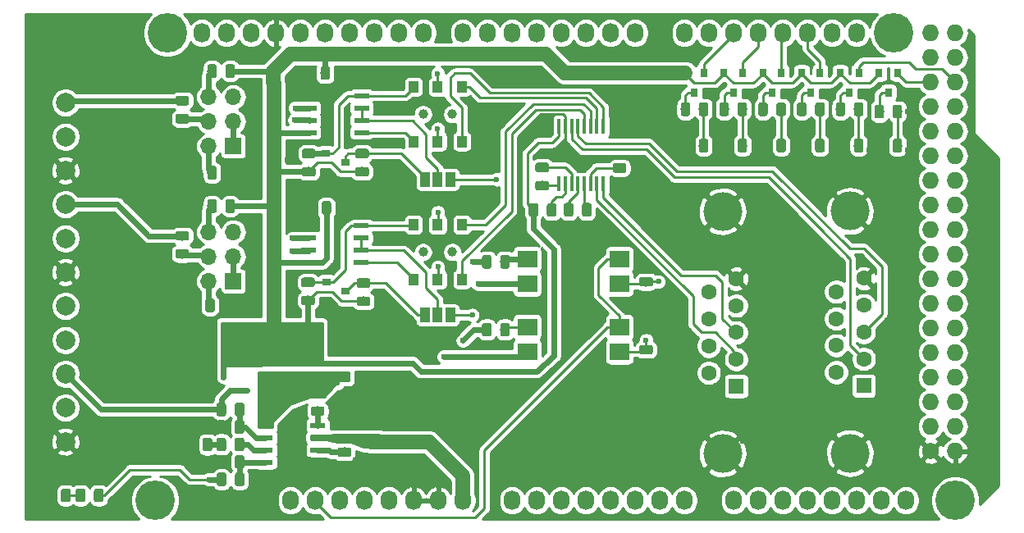
<source format=gbr>
G04 #@! TF.GenerationSoftware,KiCad,Pcbnew,5.0.2+dfsg1-1*
G04 #@! TF.CreationDate,2019-06-09T15:01:45+09:00*
G04 #@! TF.ProjectId,portal_schematic,706f7274-616c-45f7-9363-68656d617469,rev?*
G04 #@! TF.SameCoordinates,Original*
G04 #@! TF.FileFunction,Copper,L1,Top*
G04 #@! TF.FilePolarity,Positive*
%FSLAX46Y46*%
G04 Gerber Fmt 4.6, Leading zero omitted, Abs format (unit mm)*
G04 Created by KiCad (PCBNEW 5.0.2+dfsg1-1) date Sun 09 Jun 2019 03:01:45 PM KST*
%MOMM*%
%LPD*%
G01*
G04 APERTURE LIST*
G04 #@! TA.AperFunction,SMDPad,CuDef*
%ADD10R,0.450000X1.500000*%
G04 #@! TD*
G04 #@! TA.AperFunction,SMDPad,CuDef*
%ADD11R,0.900000X0.800000*%
G04 #@! TD*
G04 #@! TA.AperFunction,Conductor*
%ADD12C,0.100000*%
G04 #@! TD*
G04 #@! TA.AperFunction,SMDPad,CuDef*
%ADD13C,0.975000*%
G04 #@! TD*
G04 #@! TA.AperFunction,WasherPad*
%ADD14C,1.000000*%
G04 #@! TD*
G04 #@! TA.AperFunction,SMDPad,CuDef*
%ADD15R,1.000000X1.150000*%
G04 #@! TD*
G04 #@! TA.AperFunction,SMDPad,CuDef*
%ADD16R,1.600000X0.610000*%
G04 #@! TD*
G04 #@! TA.AperFunction,SMDPad,CuDef*
%ADD17R,2.620000X3.510000*%
G04 #@! TD*
G04 #@! TA.AperFunction,SMDPad,CuDef*
%ADD18R,1.550000X0.600000*%
G04 #@! TD*
G04 #@! TA.AperFunction,ComponentPad*
%ADD19C,1.727200*%
G04 #@! TD*
G04 #@! TA.AperFunction,ComponentPad*
%ADD20O,1.727200X1.727200*%
G04 #@! TD*
G04 #@! TA.AperFunction,ComponentPad*
%ADD21O,1.727200X2.032000*%
G04 #@! TD*
G04 #@! TA.AperFunction,ComponentPad*
%ADD22C,4.064000*%
G04 #@! TD*
G04 #@! TA.AperFunction,SMDPad,CuDef*
%ADD23C,1.250000*%
G04 #@! TD*
G04 #@! TA.AperFunction,ComponentPad*
%ADD24R,1.700000X1.700000*%
G04 #@! TD*
G04 #@! TA.AperFunction,ComponentPad*
%ADD25O,1.700000X1.700000*%
G04 #@! TD*
G04 #@! TA.AperFunction,ComponentPad*
%ADD26R,1.600000X1.600000*%
G04 #@! TD*
G04 #@! TA.AperFunction,ComponentPad*
%ADD27C,1.600000*%
G04 #@! TD*
G04 #@! TA.AperFunction,ComponentPad*
%ADD28C,4.000000*%
G04 #@! TD*
G04 #@! TA.AperFunction,SMDPad,CuDef*
%ADD29R,1.000000X1.500000*%
G04 #@! TD*
G04 #@! TA.AperFunction,SMDPad,CuDef*
%ADD30R,3.400000X2.350000*%
G04 #@! TD*
G04 #@! TA.AperFunction,SMDPad,CuDef*
%ADD31R,0.800000X0.900000*%
G04 #@! TD*
G04 #@! TA.AperFunction,SMDPad,CuDef*
%ADD32R,1.100000X1.100000*%
G04 #@! TD*
G04 #@! TA.AperFunction,ComponentPad*
%ADD33C,2.000000*%
G04 #@! TD*
G04 #@! TA.AperFunction,SMDPad,CuDef*
%ADD34R,2.000000X1.780000*%
G04 #@! TD*
G04 #@! TA.AperFunction,ViaPad*
%ADD35C,0.600000*%
G04 #@! TD*
G04 #@! TA.AperFunction,Conductor*
%ADD36C,0.250000*%
G04 #@! TD*
G04 #@! TA.AperFunction,Conductor*
%ADD37C,0.600000*%
G04 #@! TD*
G04 #@! TA.AperFunction,Conductor*
%ADD38C,1.500000*%
G04 #@! TD*
G04 APERTURE END LIST*
D10*
G04 #@! TO.P,U7,1*
G04 #@! TO.N,Net-(C11-Pad1)*
X159030909Y-86401215D03*
G04 #@! TO.P,U7,2*
G04 #@! TO.N,Net-(C9-Pad2)*
X159680909Y-86401215D03*
G04 #@! TO.P,U7,3*
G04 #@! TO.N,Net-(C11-Pad2)*
X160330909Y-86401215D03*
G04 #@! TO.P,U7,4*
G04 #@! TO.N,Net-(C8-Pad1)*
X160980909Y-86401215D03*
G04 #@! TO.P,U7,5*
G04 #@! TO.N,Net-(C8-Pad2)*
X161630909Y-86401215D03*
G04 #@! TO.P,U7,6*
G04 #@! TO.N,Net-(C10-Pad2)*
X162280909Y-86401215D03*
G04 #@! TO.P,U7,7*
G04 #@! TO.N,Net-(J8-Pad2)*
X162930909Y-86401215D03*
G04 #@! TO.P,U7,8*
G04 #@! TO.N,Net-(J8-Pad3)*
X163580909Y-86401215D03*
G04 #@! TO.P,U7,9*
G04 #@! TO.N,/RS232_TTL_RX2*
X163580909Y-80501215D03*
G04 #@! TO.P,U7,10*
G04 #@! TO.N,/RS232_TTL_TX2*
X162930909Y-80501215D03*
G04 #@! TO.P,U7,11*
G04 #@! TO.N,/RS232_TTL_TX1*
X162280909Y-80501215D03*
G04 #@! TO.P,U7,12*
G04 #@! TO.N,/RS232_TTL_RX1*
X161630909Y-80501215D03*
G04 #@! TO.P,U7,13*
G04 #@! TO.N,Net-(J7-Pad3)*
X160980909Y-80501215D03*
G04 #@! TO.P,U7,14*
G04 #@! TO.N,Net-(J7-Pad2)*
X160330909Y-80501215D03*
G04 #@! TO.P,U7,15*
G04 #@! TO.N,GND*
X159680909Y-80501215D03*
G04 #@! TO.P,U7,16*
G04 #@! TO.N,+5V*
X159030909Y-80501215D03*
G04 #@! TD*
D11*
G04 #@! TO.P,Q1,1*
G04 #@! TO.N,/RS485_TX1*
X135020000Y-96610000D03*
G04 #@! TO.P,Q1,2*
G04 #@! TO.N,GND*
X135020000Y-98510000D03*
G04 #@! TO.P,Q1,3*
G04 #@! TO.N,/AUTO_DIR1*
X137020000Y-97560000D03*
G04 #@! TD*
D12*
G04 #@! TO.N,Net-(C9-Pad2)*
G04 #@! TO.C,C9*
G36*
X158521051Y-88442389D02*
X158544712Y-88445899D01*
X158567916Y-88451711D01*
X158590438Y-88459769D01*
X158612062Y-88469997D01*
X158632579Y-88482294D01*
X158651792Y-88496544D01*
X158669516Y-88512608D01*
X158685580Y-88530332D01*
X158699830Y-88549545D01*
X158712127Y-88570062D01*
X158722355Y-88591686D01*
X158730413Y-88614208D01*
X158736225Y-88637412D01*
X158739735Y-88661073D01*
X158740909Y-88684965D01*
X158740909Y-89597465D01*
X158739735Y-89621357D01*
X158736225Y-89645018D01*
X158730413Y-89668222D01*
X158722355Y-89690744D01*
X158712127Y-89712368D01*
X158699830Y-89732885D01*
X158685580Y-89752098D01*
X158669516Y-89769822D01*
X158651792Y-89785886D01*
X158632579Y-89800136D01*
X158612062Y-89812433D01*
X158590438Y-89822661D01*
X158567916Y-89830719D01*
X158544712Y-89836531D01*
X158521051Y-89840041D01*
X158497159Y-89841215D01*
X158009659Y-89841215D01*
X157985767Y-89840041D01*
X157962106Y-89836531D01*
X157938902Y-89830719D01*
X157916380Y-89822661D01*
X157894756Y-89812433D01*
X157874239Y-89800136D01*
X157855026Y-89785886D01*
X157837302Y-89769822D01*
X157821238Y-89752098D01*
X157806988Y-89732885D01*
X157794691Y-89712368D01*
X157784463Y-89690744D01*
X157776405Y-89668222D01*
X157770593Y-89645018D01*
X157767083Y-89621357D01*
X157765909Y-89597465D01*
X157765909Y-88684965D01*
X157767083Y-88661073D01*
X157770593Y-88637412D01*
X157776405Y-88614208D01*
X157784463Y-88591686D01*
X157794691Y-88570062D01*
X157806988Y-88549545D01*
X157821238Y-88530332D01*
X157837302Y-88512608D01*
X157855026Y-88496544D01*
X157874239Y-88482294D01*
X157894756Y-88469997D01*
X157916380Y-88459769D01*
X157938902Y-88451711D01*
X157962106Y-88445899D01*
X157985767Y-88442389D01*
X158009659Y-88441215D01*
X158497159Y-88441215D01*
X158521051Y-88442389D01*
X158521051Y-88442389D01*
G37*
D13*
G04 #@! TD*
G04 #@! TO.P,C9,2*
G04 #@! TO.N,Net-(C9-Pad2)*
X158253409Y-89141215D03*
D12*
G04 #@! TO.N,+5V*
G04 #@! TO.C,C9*
G36*
X156646051Y-88442389D02*
X156669712Y-88445899D01*
X156692916Y-88451711D01*
X156715438Y-88459769D01*
X156737062Y-88469997D01*
X156757579Y-88482294D01*
X156776792Y-88496544D01*
X156794516Y-88512608D01*
X156810580Y-88530332D01*
X156824830Y-88549545D01*
X156837127Y-88570062D01*
X156847355Y-88591686D01*
X156855413Y-88614208D01*
X156861225Y-88637412D01*
X156864735Y-88661073D01*
X156865909Y-88684965D01*
X156865909Y-89597465D01*
X156864735Y-89621357D01*
X156861225Y-89645018D01*
X156855413Y-89668222D01*
X156847355Y-89690744D01*
X156837127Y-89712368D01*
X156824830Y-89732885D01*
X156810580Y-89752098D01*
X156794516Y-89769822D01*
X156776792Y-89785886D01*
X156757579Y-89800136D01*
X156737062Y-89812433D01*
X156715438Y-89822661D01*
X156692916Y-89830719D01*
X156669712Y-89836531D01*
X156646051Y-89840041D01*
X156622159Y-89841215D01*
X156134659Y-89841215D01*
X156110767Y-89840041D01*
X156087106Y-89836531D01*
X156063902Y-89830719D01*
X156041380Y-89822661D01*
X156019756Y-89812433D01*
X155999239Y-89800136D01*
X155980026Y-89785886D01*
X155962302Y-89769822D01*
X155946238Y-89752098D01*
X155931988Y-89732885D01*
X155919691Y-89712368D01*
X155909463Y-89690744D01*
X155901405Y-89668222D01*
X155895593Y-89645018D01*
X155892083Y-89621357D01*
X155890909Y-89597465D01*
X155890909Y-88684965D01*
X155892083Y-88661073D01*
X155895593Y-88637412D01*
X155901405Y-88614208D01*
X155909463Y-88591686D01*
X155919691Y-88570062D01*
X155931988Y-88549545D01*
X155946238Y-88530332D01*
X155962302Y-88512608D01*
X155980026Y-88496544D01*
X155999239Y-88482294D01*
X156019756Y-88469997D01*
X156041380Y-88459769D01*
X156063902Y-88451711D01*
X156087106Y-88445899D01*
X156110767Y-88442389D01*
X156134659Y-88441215D01*
X156622159Y-88441215D01*
X156646051Y-88442389D01*
X156646051Y-88442389D01*
G37*
D13*
G04 #@! TD*
G04 #@! TO.P,C9,1*
G04 #@! TO.N,+5V*
X156378409Y-89141215D03*
D14*
G04 #@! TO.P,SW1,*
G04 #@! TO.N,*
X148000000Y-93490000D03*
X145000000Y-93490000D03*
D15*
G04 #@! TO.P,SW1,6*
G04 #@! TO.N,/RS232_TTL_RX1*
X149000000Y-96315000D03*
G04 #@! TO.P,SW1,5*
G04 #@! TO.N,/19(Rx1)*
X146500000Y-96315000D03*
G04 #@! TO.P,SW1,4*
G04 #@! TO.N,/RS485_RX1*
X144000000Y-96315000D03*
G04 #@! TO.P,SW1,3*
G04 #@! TO.N,/RS232_TTL_TX1*
X149000000Y-90665000D03*
G04 #@! TO.P,SW1,2*
G04 #@! TO.N,/18(Tx1)*
X146500000Y-90665000D03*
G04 #@! TO.P,SW1,1*
G04 #@! TO.N,/RS485_TX1*
X144000000Y-90665000D03*
G04 #@! TD*
D16*
G04 #@! TO.P,U4,8*
G04 #@! TO.N,Net-(C5-Pad1)*
X134122642Y-111386413D03*
G04 #@! TO.P,U4,1*
G04 #@! TO.N,Net-(C5-Pad2)*
X128722642Y-111386413D03*
G04 #@! TO.P,U4,7*
G04 #@! TO.N,/Vin(12V)*
X134122642Y-112656413D03*
G04 #@! TO.P,U4,2*
G04 #@! TO.N,Net-(R10-Pad1)*
X128722642Y-112656413D03*
G04 #@! TO.P,U4,6*
G04 #@! TO.N,Net-(R16-Pad1)*
X134122642Y-113926413D03*
G04 #@! TO.P,U4,3*
G04 #@! TO.N,Net-(C4-Pad2)*
X128722642Y-113926413D03*
G04 #@! TO.P,U4,5*
G04 #@! TO.N,GND*
X134122642Y-115196413D03*
G04 #@! TO.P,U4,4*
G04 #@! TO.N,Net-(R13-Pad2)*
X128722642Y-115196413D03*
D17*
G04 #@! TO.P,U4,5*
G04 #@! TO.N,GND*
X131422642Y-113291413D03*
G04 #@! TD*
D12*
G04 #@! TO.N,/Vin(12V)*
G04 #@! TO.C,C6*
G36*
X137292784Y-112262587D02*
X137316445Y-112266097D01*
X137339649Y-112271909D01*
X137362171Y-112279967D01*
X137383795Y-112290195D01*
X137404312Y-112302492D01*
X137423525Y-112316742D01*
X137441249Y-112332806D01*
X137457313Y-112350530D01*
X137471563Y-112369743D01*
X137483860Y-112390260D01*
X137494088Y-112411884D01*
X137502146Y-112434406D01*
X137507958Y-112457610D01*
X137511468Y-112481271D01*
X137512642Y-112505163D01*
X137512642Y-112992663D01*
X137511468Y-113016555D01*
X137507958Y-113040216D01*
X137502146Y-113063420D01*
X137494088Y-113085942D01*
X137483860Y-113107566D01*
X137471563Y-113128083D01*
X137457313Y-113147296D01*
X137441249Y-113165020D01*
X137423525Y-113181084D01*
X137404312Y-113195334D01*
X137383795Y-113207631D01*
X137362171Y-113217859D01*
X137339649Y-113225917D01*
X137316445Y-113231729D01*
X137292784Y-113235239D01*
X137268892Y-113236413D01*
X136356392Y-113236413D01*
X136332500Y-113235239D01*
X136308839Y-113231729D01*
X136285635Y-113225917D01*
X136263113Y-113217859D01*
X136241489Y-113207631D01*
X136220972Y-113195334D01*
X136201759Y-113181084D01*
X136184035Y-113165020D01*
X136167971Y-113147296D01*
X136153721Y-113128083D01*
X136141424Y-113107566D01*
X136131196Y-113085942D01*
X136123138Y-113063420D01*
X136117326Y-113040216D01*
X136113816Y-113016555D01*
X136112642Y-112992663D01*
X136112642Y-112505163D01*
X136113816Y-112481271D01*
X136117326Y-112457610D01*
X136123138Y-112434406D01*
X136131196Y-112411884D01*
X136141424Y-112390260D01*
X136153721Y-112369743D01*
X136167971Y-112350530D01*
X136184035Y-112332806D01*
X136201759Y-112316742D01*
X136220972Y-112302492D01*
X136241489Y-112290195D01*
X136263113Y-112279967D01*
X136285635Y-112271909D01*
X136308839Y-112266097D01*
X136332500Y-112262587D01*
X136356392Y-112261413D01*
X137268892Y-112261413D01*
X137292784Y-112262587D01*
X137292784Y-112262587D01*
G37*
D13*
G04 #@! TD*
G04 #@! TO.P,C6,2*
G04 #@! TO.N,/Vin(12V)*
X136812642Y-112748913D03*
D12*
G04 #@! TO.N,GND*
G04 #@! TO.C,C6*
G36*
X137292784Y-110387587D02*
X137316445Y-110391097D01*
X137339649Y-110396909D01*
X137362171Y-110404967D01*
X137383795Y-110415195D01*
X137404312Y-110427492D01*
X137423525Y-110441742D01*
X137441249Y-110457806D01*
X137457313Y-110475530D01*
X137471563Y-110494743D01*
X137483860Y-110515260D01*
X137494088Y-110536884D01*
X137502146Y-110559406D01*
X137507958Y-110582610D01*
X137511468Y-110606271D01*
X137512642Y-110630163D01*
X137512642Y-111117663D01*
X137511468Y-111141555D01*
X137507958Y-111165216D01*
X137502146Y-111188420D01*
X137494088Y-111210942D01*
X137483860Y-111232566D01*
X137471563Y-111253083D01*
X137457313Y-111272296D01*
X137441249Y-111290020D01*
X137423525Y-111306084D01*
X137404312Y-111320334D01*
X137383795Y-111332631D01*
X137362171Y-111342859D01*
X137339649Y-111350917D01*
X137316445Y-111356729D01*
X137292784Y-111360239D01*
X137268892Y-111361413D01*
X136356392Y-111361413D01*
X136332500Y-111360239D01*
X136308839Y-111356729D01*
X136285635Y-111350917D01*
X136263113Y-111342859D01*
X136241489Y-111332631D01*
X136220972Y-111320334D01*
X136201759Y-111306084D01*
X136184035Y-111290020D01*
X136167971Y-111272296D01*
X136153721Y-111253083D01*
X136141424Y-111232566D01*
X136131196Y-111210942D01*
X136123138Y-111188420D01*
X136117326Y-111165216D01*
X136113816Y-111141555D01*
X136112642Y-111117663D01*
X136112642Y-110630163D01*
X136113816Y-110606271D01*
X136117326Y-110582610D01*
X136123138Y-110559406D01*
X136131196Y-110536884D01*
X136141424Y-110515260D01*
X136153721Y-110494743D01*
X136167971Y-110475530D01*
X136184035Y-110457806D01*
X136201759Y-110441742D01*
X136220972Y-110427492D01*
X136241489Y-110415195D01*
X136263113Y-110404967D01*
X136285635Y-110396909D01*
X136308839Y-110391097D01*
X136332500Y-110387587D01*
X136356392Y-110386413D01*
X137268892Y-110386413D01*
X137292784Y-110387587D01*
X137292784Y-110387587D01*
G37*
D13*
G04 #@! TD*
G04 #@! TO.P,C6,1*
G04 #@! TO.N,GND*
X136812642Y-110873913D03*
D18*
G04 #@! TO.P,U3,1*
G04 #@! TO.N,/RS485_RX1*
X138600000Y-94595000D03*
G04 #@! TO.P,U3,2*
G04 #@! TO.N,Net-(JP1-Pad2)*
X138600000Y-93325000D03*
G04 #@! TO.P,U3,3*
X138600000Y-92055000D03*
G04 #@! TO.P,U3,4*
G04 #@! TO.N,/RS485_TX1*
X138600000Y-90785000D03*
G04 #@! TO.P,U3,5*
G04 #@! TO.N,GND*
X133200000Y-90785000D03*
G04 #@! TO.P,U3,6*
G04 #@! TO.N,/RS485_A1*
X133200000Y-92055000D03*
G04 #@! TO.P,U3,7*
G04 #@! TO.N,/RS485_B1*
X133200000Y-93325000D03*
G04 #@! TO.P,U3,8*
G04 #@! TO.N,+5V*
X133200000Y-94595000D03*
G04 #@! TD*
D19*
G04 #@! TO.P,P4,1*
G04 #@! TO.N,GND*
X197358000Y-114046000D03*
D20*
G04 #@! TO.P,P4,2*
X199898000Y-114046000D03*
G04 #@! TO.P,P4,3*
G04 #@! TO.N,/52(SCK)*
X197358000Y-111506000D03*
G04 #@! TO.P,P4,4*
G04 #@! TO.N,/53(SS)*
X199898000Y-111506000D03*
G04 #@! TO.P,P4,5*
G04 #@! TO.N,/50(MISO)*
X197358000Y-108966000D03*
G04 #@! TO.P,P4,6*
G04 #@! TO.N,/51(MOSI)*
X199898000Y-108966000D03*
G04 #@! TO.P,P4,7*
G04 #@! TO.N,/48*
X197358000Y-106426000D03*
G04 #@! TO.P,P4,8*
G04 #@! TO.N,/49*
X199898000Y-106426000D03*
G04 #@! TO.P,P4,9*
G04 #@! TO.N,/46*
X197358000Y-103886000D03*
G04 #@! TO.P,P4,10*
G04 #@! TO.N,/47*
X199898000Y-103886000D03*
G04 #@! TO.P,P4,11*
G04 #@! TO.N,/44*
X197358000Y-101346000D03*
G04 #@! TO.P,P4,12*
G04 #@! TO.N,/45*
X199898000Y-101346000D03*
G04 #@! TO.P,P4,13*
G04 #@! TO.N,/42*
X197358000Y-98806000D03*
G04 #@! TO.P,P4,14*
G04 #@! TO.N,/43*
X199898000Y-98806000D03*
G04 #@! TO.P,P4,15*
G04 #@! TO.N,/40*
X197358000Y-96266000D03*
G04 #@! TO.P,P4,16*
G04 #@! TO.N,/41*
X199898000Y-96266000D03*
G04 #@! TO.P,P4,17*
G04 #@! TO.N,/38*
X197358000Y-93726000D03*
G04 #@! TO.P,P4,18*
G04 #@! TO.N,/39*
X199898000Y-93726000D03*
G04 #@! TO.P,P4,19*
G04 #@! TO.N,/36*
X197358000Y-91186000D03*
G04 #@! TO.P,P4,20*
G04 #@! TO.N,/37*
X199898000Y-91186000D03*
G04 #@! TO.P,P4,21*
G04 #@! TO.N,/34*
X197358000Y-88646000D03*
G04 #@! TO.P,P4,22*
G04 #@! TO.N,/35*
X199898000Y-88646000D03*
G04 #@! TO.P,P4,23*
G04 #@! TO.N,/32*
X197358000Y-86106000D03*
G04 #@! TO.P,P4,24*
G04 #@! TO.N,/33*
X199898000Y-86106000D03*
G04 #@! TO.P,P4,25*
G04 #@! TO.N,/30*
X197358000Y-83566000D03*
G04 #@! TO.P,P4,26*
G04 #@! TO.N,/31*
X199898000Y-83566000D03*
G04 #@! TO.P,P4,27*
G04 #@! TO.N,/28*
X197358000Y-81026000D03*
G04 #@! TO.P,P4,28*
G04 #@! TO.N,/29*
X199898000Y-81026000D03*
G04 #@! TO.P,P4,29*
G04 #@! TO.N,/26*
X197358000Y-78486000D03*
G04 #@! TO.P,P4,30*
G04 #@! TO.N,/27*
X199898000Y-78486000D03*
G04 #@! TO.P,P4,31*
G04 #@! TO.N,/24(ATX_SEN)*
X197358000Y-75946000D03*
G04 #@! TO.P,P4,32*
G04 #@! TO.N,/25(SYNC)*
X199898000Y-75946000D03*
G04 #@! TO.P,P4,33*
G04 #@! TO.N,/22(DIR2)*
X197358000Y-73406000D03*
G04 #@! TO.P,P4,34*
G04 #@! TO.N,/23(DIR1)*
X199898000Y-73406000D03*
G04 #@! TO.P,P4,35*
G04 #@! TO.N,+5VP*
X197358000Y-70866000D03*
G04 #@! TO.P,P4,36*
X199898000Y-70866000D03*
G04 #@! TD*
D21*
G04 #@! TO.P,P1,1*
G04 #@! TO.N,Net-(P1-Pad1)*
X131318000Y-119126000D03*
G04 #@! TO.P,P1,2*
G04 #@! TO.N,/IOREF*
X133858000Y-119126000D03*
G04 #@! TO.P,P1,3*
G04 #@! TO.N,/Reset*
X136398000Y-119126000D03*
G04 #@! TO.P,P1,4*
G04 #@! TO.N,+3V3*
X138938000Y-119126000D03*
G04 #@! TO.P,P1,5*
G04 #@! TO.N,+5VP*
X141478000Y-119126000D03*
G04 #@! TO.P,P1,6*
G04 #@! TO.N,GND*
X144018000Y-119126000D03*
G04 #@! TO.P,P1,7*
X146558000Y-119126000D03*
G04 #@! TO.P,P1,8*
G04 #@! TO.N,/Vin(12V)*
X149098000Y-119126000D03*
G04 #@! TD*
G04 #@! TO.P,P2,1*
G04 #@! TO.N,/A0*
X154178000Y-119126000D03*
G04 #@! TO.P,P2,2*
G04 #@! TO.N,/A1*
X156718000Y-119126000D03*
G04 #@! TO.P,P2,3*
G04 #@! TO.N,/A2*
X159258000Y-119126000D03*
G04 #@! TO.P,P2,4*
G04 #@! TO.N,/A3*
X161798000Y-119126000D03*
G04 #@! TO.P,P2,5*
G04 #@! TO.N,/A4*
X164338000Y-119126000D03*
G04 #@! TO.P,P2,6*
G04 #@! TO.N,/A5*
X166878000Y-119126000D03*
G04 #@! TO.P,P2,7*
G04 #@! TO.N,/A6*
X169418000Y-119126000D03*
G04 #@! TO.P,P2,8*
G04 #@! TO.N,/A7*
X171958000Y-119126000D03*
G04 #@! TD*
G04 #@! TO.P,P3,1*
G04 #@! TO.N,/A8*
X177038000Y-119126000D03*
G04 #@! TO.P,P3,2*
G04 #@! TO.N,/A9*
X179578000Y-119126000D03*
G04 #@! TO.P,P3,3*
G04 #@! TO.N,/A10*
X182118000Y-119126000D03*
G04 #@! TO.P,P3,4*
G04 #@! TO.N,/A11*
X184658000Y-119126000D03*
G04 #@! TO.P,P3,5*
G04 #@! TO.N,/A12*
X187198000Y-119126000D03*
G04 #@! TO.P,P3,6*
G04 #@! TO.N,/A13*
X189738000Y-119126000D03*
G04 #@! TO.P,P3,7*
G04 #@! TO.N,/A14*
X192278000Y-119126000D03*
G04 #@! TO.P,P3,8*
G04 #@! TO.N,/A15*
X194818000Y-119126000D03*
G04 #@! TD*
G04 #@! TO.P,P5,1*
G04 #@! TO.N,/SCL*
X122174000Y-70866000D03*
G04 #@! TO.P,P5,2*
G04 #@! TO.N,/SDA*
X124714000Y-70866000D03*
G04 #@! TO.P,P5,3*
G04 #@! TO.N,/AREF*
X127254000Y-70866000D03*
G04 #@! TO.P,P5,4*
G04 #@! TO.N,GND*
X129794000Y-70866000D03*
G04 #@! TO.P,P5,5*
G04 #@! TO.N,/13(\002A\002A)*
X132334000Y-70866000D03*
G04 #@! TO.P,P5,6*
G04 #@! TO.N,/12(\002A\002A)*
X134874000Y-70866000D03*
G04 #@! TO.P,P5,7*
G04 #@! TO.N,/11(\002A\002A)*
X137414000Y-70866000D03*
G04 #@! TO.P,P5,8*
G04 #@! TO.N,/10(\002A\002A)*
X139954000Y-70866000D03*
G04 #@! TO.P,P5,9*
G04 #@! TO.N,/9(\002A\002A)*
X142494000Y-70866000D03*
G04 #@! TO.P,P5,10*
G04 #@! TO.N,/8(\002A\002A)*
X145034000Y-70866000D03*
G04 #@! TD*
G04 #@! TO.P,P6,1*
G04 #@! TO.N,/7(\002A\002A)*
X149098000Y-70866000D03*
G04 #@! TO.P,P6,2*
G04 #@! TO.N,/6(\002A\002A)*
X151638000Y-70866000D03*
G04 #@! TO.P,P6,3*
G04 #@! TO.N,/5(\002A\002A)*
X154178000Y-70866000D03*
G04 #@! TO.P,P6,4*
G04 #@! TO.N,/4(\002A\002A)*
X156718000Y-70866000D03*
G04 #@! TO.P,P6,5*
G04 #@! TO.N,/3(\002A\002A)*
X159258000Y-70866000D03*
G04 #@! TO.P,P6,6*
G04 #@! TO.N,/2(\002A\002A)*
X161798000Y-70866000D03*
G04 #@! TO.P,P6,7*
G04 #@! TO.N,/1(Tx0)*
X164338000Y-70866000D03*
G04 #@! TO.P,P6,8*
G04 #@! TO.N,/0(Rx0)*
X166878000Y-70866000D03*
G04 #@! TD*
G04 #@! TO.P,P7,1*
G04 #@! TO.N,/14(Tx3)*
X171958000Y-70866000D03*
G04 #@! TO.P,P7,2*
G04 #@! TO.N,/15(Rx3)*
X174498000Y-70866000D03*
G04 #@! TO.P,P7,3*
G04 #@! TO.N,/16(Tx2)*
X177038000Y-70866000D03*
G04 #@! TO.P,P7,4*
G04 #@! TO.N,/17(Rx2)*
X179578000Y-70866000D03*
G04 #@! TO.P,P7,5*
G04 #@! TO.N,/18(Tx1)*
X182118000Y-70866000D03*
G04 #@! TO.P,P7,6*
G04 #@! TO.N,/19(Rx1)*
X184658000Y-70866000D03*
G04 #@! TO.P,P7,7*
G04 #@! TO.N,/20(SDA)*
X187198000Y-70866000D03*
G04 #@! TO.P,P7,8*
G04 #@! TO.N,/21(SCL)*
X189738000Y-70866000D03*
G04 #@! TD*
D22*
G04 #@! TO.P,P8,1*
G04 #@! TO.N,Net-(P8-Pad1)*
X117348000Y-119126000D03*
G04 #@! TD*
G04 #@! TO.P,P10,1*
G04 #@! TO.N,Net-(P10-Pad1)*
X199898000Y-119126000D03*
G04 #@! TD*
G04 #@! TO.P,P11,1*
G04 #@! TO.N,Net-(P11-Pad1)*
X118618000Y-70866000D03*
G04 #@! TD*
G04 #@! TO.P,P13,1*
G04 #@! TO.N,Net-(P13-Pad1)*
X193548000Y-70866000D03*
G04 #@! TD*
D12*
G04 #@! TO.N,GND*
G04 #@! TO.C,C1*
G36*
X122999504Y-103626204D02*
X123023773Y-103629804D01*
X123047571Y-103635765D01*
X123070671Y-103644030D01*
X123092849Y-103654520D01*
X123113893Y-103667133D01*
X123133598Y-103681747D01*
X123151777Y-103698223D01*
X123168253Y-103716402D01*
X123182867Y-103736107D01*
X123195480Y-103757151D01*
X123205970Y-103779329D01*
X123214235Y-103802429D01*
X123220196Y-103826227D01*
X123223796Y-103850496D01*
X123225000Y-103875000D01*
X123225000Y-105125000D01*
X123223796Y-105149504D01*
X123220196Y-105173773D01*
X123214235Y-105197571D01*
X123205970Y-105220671D01*
X123195480Y-105242849D01*
X123182867Y-105263893D01*
X123168253Y-105283598D01*
X123151777Y-105301777D01*
X123133598Y-105318253D01*
X123113893Y-105332867D01*
X123092849Y-105345480D01*
X123070671Y-105355970D01*
X123047571Y-105364235D01*
X123023773Y-105370196D01*
X122999504Y-105373796D01*
X122975000Y-105375000D01*
X122225000Y-105375000D01*
X122200496Y-105373796D01*
X122176227Y-105370196D01*
X122152429Y-105364235D01*
X122129329Y-105355970D01*
X122107151Y-105345480D01*
X122086107Y-105332867D01*
X122066402Y-105318253D01*
X122048223Y-105301777D01*
X122031747Y-105283598D01*
X122017133Y-105263893D01*
X122004520Y-105242849D01*
X121994030Y-105220671D01*
X121985765Y-105197571D01*
X121979804Y-105173773D01*
X121976204Y-105149504D01*
X121975000Y-105125000D01*
X121975000Y-103875000D01*
X121976204Y-103850496D01*
X121979804Y-103826227D01*
X121985765Y-103802429D01*
X121994030Y-103779329D01*
X122004520Y-103757151D01*
X122017133Y-103736107D01*
X122031747Y-103716402D01*
X122048223Y-103698223D01*
X122066402Y-103681747D01*
X122086107Y-103667133D01*
X122107151Y-103654520D01*
X122129329Y-103644030D01*
X122152429Y-103635765D01*
X122176227Y-103629804D01*
X122200496Y-103626204D01*
X122225000Y-103625000D01*
X122975000Y-103625000D01*
X122999504Y-103626204D01*
X122999504Y-103626204D01*
G37*
D23*
G04 #@! TD*
G04 #@! TO.P,C1,2*
G04 #@! TO.N,GND*
X122600000Y-104500000D03*
D12*
G04 #@! TO.N,+5V*
G04 #@! TO.C,C1*
G36*
X125799504Y-103626204D02*
X125823773Y-103629804D01*
X125847571Y-103635765D01*
X125870671Y-103644030D01*
X125892849Y-103654520D01*
X125913893Y-103667133D01*
X125933598Y-103681747D01*
X125951777Y-103698223D01*
X125968253Y-103716402D01*
X125982867Y-103736107D01*
X125995480Y-103757151D01*
X126005970Y-103779329D01*
X126014235Y-103802429D01*
X126020196Y-103826227D01*
X126023796Y-103850496D01*
X126025000Y-103875000D01*
X126025000Y-105125000D01*
X126023796Y-105149504D01*
X126020196Y-105173773D01*
X126014235Y-105197571D01*
X126005970Y-105220671D01*
X125995480Y-105242849D01*
X125982867Y-105263893D01*
X125968253Y-105283598D01*
X125951777Y-105301777D01*
X125933598Y-105318253D01*
X125913893Y-105332867D01*
X125892849Y-105345480D01*
X125870671Y-105355970D01*
X125847571Y-105364235D01*
X125823773Y-105370196D01*
X125799504Y-105373796D01*
X125775000Y-105375000D01*
X125025000Y-105375000D01*
X125000496Y-105373796D01*
X124976227Y-105370196D01*
X124952429Y-105364235D01*
X124929329Y-105355970D01*
X124907151Y-105345480D01*
X124886107Y-105332867D01*
X124866402Y-105318253D01*
X124848223Y-105301777D01*
X124831747Y-105283598D01*
X124817133Y-105263893D01*
X124804520Y-105242849D01*
X124794030Y-105220671D01*
X124785765Y-105197571D01*
X124779804Y-105173773D01*
X124776204Y-105149504D01*
X124775000Y-105125000D01*
X124775000Y-103875000D01*
X124776204Y-103850496D01*
X124779804Y-103826227D01*
X124785765Y-103802429D01*
X124794030Y-103779329D01*
X124804520Y-103757151D01*
X124817133Y-103736107D01*
X124831747Y-103716402D01*
X124848223Y-103698223D01*
X124866402Y-103681747D01*
X124886107Y-103667133D01*
X124907151Y-103654520D01*
X124929329Y-103644030D01*
X124952429Y-103635765D01*
X124976227Y-103629804D01*
X125000496Y-103626204D01*
X125025000Y-103625000D01*
X125775000Y-103625000D01*
X125799504Y-103626204D01*
X125799504Y-103626204D01*
G37*
D23*
G04 #@! TD*
G04 #@! TO.P,C1,1*
G04 #@! TO.N,+5V*
X125400000Y-104500000D03*
D12*
G04 #@! TO.N,+5V*
G04 #@! TO.C,C2*
G36*
X124955142Y-101801174D02*
X124978803Y-101804684D01*
X125002007Y-101810496D01*
X125024529Y-101818554D01*
X125046153Y-101828782D01*
X125066670Y-101841079D01*
X125085883Y-101855329D01*
X125103607Y-101871393D01*
X125119671Y-101889117D01*
X125133921Y-101908330D01*
X125146218Y-101928847D01*
X125156446Y-101950471D01*
X125164504Y-101972993D01*
X125170316Y-101996197D01*
X125173826Y-102019858D01*
X125175000Y-102043750D01*
X125175000Y-102956250D01*
X125173826Y-102980142D01*
X125170316Y-103003803D01*
X125164504Y-103027007D01*
X125156446Y-103049529D01*
X125146218Y-103071153D01*
X125133921Y-103091670D01*
X125119671Y-103110883D01*
X125103607Y-103128607D01*
X125085883Y-103144671D01*
X125066670Y-103158921D01*
X125046153Y-103171218D01*
X125024529Y-103181446D01*
X125002007Y-103189504D01*
X124978803Y-103195316D01*
X124955142Y-103198826D01*
X124931250Y-103200000D01*
X124443750Y-103200000D01*
X124419858Y-103198826D01*
X124396197Y-103195316D01*
X124372993Y-103189504D01*
X124350471Y-103181446D01*
X124328847Y-103171218D01*
X124308330Y-103158921D01*
X124289117Y-103144671D01*
X124271393Y-103128607D01*
X124255329Y-103110883D01*
X124241079Y-103091670D01*
X124228782Y-103071153D01*
X124218554Y-103049529D01*
X124210496Y-103027007D01*
X124204684Y-103003803D01*
X124201174Y-102980142D01*
X124200000Y-102956250D01*
X124200000Y-102043750D01*
X124201174Y-102019858D01*
X124204684Y-101996197D01*
X124210496Y-101972993D01*
X124218554Y-101950471D01*
X124228782Y-101928847D01*
X124241079Y-101908330D01*
X124255329Y-101889117D01*
X124271393Y-101871393D01*
X124289117Y-101855329D01*
X124308330Y-101841079D01*
X124328847Y-101828782D01*
X124350471Y-101818554D01*
X124372993Y-101810496D01*
X124396197Y-101804684D01*
X124419858Y-101801174D01*
X124443750Y-101800000D01*
X124931250Y-101800000D01*
X124955142Y-101801174D01*
X124955142Y-101801174D01*
G37*
D13*
G04 #@! TD*
G04 #@! TO.P,C2,2*
G04 #@! TO.N,+5V*
X124687500Y-102500000D03*
D12*
G04 #@! TO.N,GND*
G04 #@! TO.C,C2*
G36*
X123080142Y-101801174D02*
X123103803Y-101804684D01*
X123127007Y-101810496D01*
X123149529Y-101818554D01*
X123171153Y-101828782D01*
X123191670Y-101841079D01*
X123210883Y-101855329D01*
X123228607Y-101871393D01*
X123244671Y-101889117D01*
X123258921Y-101908330D01*
X123271218Y-101928847D01*
X123281446Y-101950471D01*
X123289504Y-101972993D01*
X123295316Y-101996197D01*
X123298826Y-102019858D01*
X123300000Y-102043750D01*
X123300000Y-102956250D01*
X123298826Y-102980142D01*
X123295316Y-103003803D01*
X123289504Y-103027007D01*
X123281446Y-103049529D01*
X123271218Y-103071153D01*
X123258921Y-103091670D01*
X123244671Y-103110883D01*
X123228607Y-103128607D01*
X123210883Y-103144671D01*
X123191670Y-103158921D01*
X123171153Y-103171218D01*
X123149529Y-103181446D01*
X123127007Y-103189504D01*
X123103803Y-103195316D01*
X123080142Y-103198826D01*
X123056250Y-103200000D01*
X122568750Y-103200000D01*
X122544858Y-103198826D01*
X122521197Y-103195316D01*
X122497993Y-103189504D01*
X122475471Y-103181446D01*
X122453847Y-103171218D01*
X122433330Y-103158921D01*
X122414117Y-103144671D01*
X122396393Y-103128607D01*
X122380329Y-103110883D01*
X122366079Y-103091670D01*
X122353782Y-103071153D01*
X122343554Y-103049529D01*
X122335496Y-103027007D01*
X122329684Y-103003803D01*
X122326174Y-102980142D01*
X122325000Y-102956250D01*
X122325000Y-102043750D01*
X122326174Y-102019858D01*
X122329684Y-101996197D01*
X122335496Y-101972993D01*
X122343554Y-101950471D01*
X122353782Y-101928847D01*
X122366079Y-101908330D01*
X122380329Y-101889117D01*
X122396393Y-101871393D01*
X122414117Y-101855329D01*
X122433330Y-101841079D01*
X122453847Y-101828782D01*
X122475471Y-101818554D01*
X122497993Y-101810496D01*
X122521197Y-101804684D01*
X122544858Y-101801174D01*
X122568750Y-101800000D01*
X123056250Y-101800000D01*
X123080142Y-101801174D01*
X123080142Y-101801174D01*
G37*
D13*
G04 #@! TD*
G04 #@! TO.P,C2,1*
G04 #@! TO.N,GND*
X122812500Y-102500000D03*
D12*
G04 #@! TO.N,GND*
G04 #@! TO.C,C3*
G36*
X133407642Y-88231174D02*
X133431303Y-88234684D01*
X133454507Y-88240496D01*
X133477029Y-88248554D01*
X133498653Y-88258782D01*
X133519170Y-88271079D01*
X133538383Y-88285329D01*
X133556107Y-88301393D01*
X133572171Y-88319117D01*
X133586421Y-88338330D01*
X133598718Y-88358847D01*
X133608946Y-88380471D01*
X133617004Y-88402993D01*
X133622816Y-88426197D01*
X133626326Y-88449858D01*
X133627500Y-88473750D01*
X133627500Y-89386250D01*
X133626326Y-89410142D01*
X133622816Y-89433803D01*
X133617004Y-89457007D01*
X133608946Y-89479529D01*
X133598718Y-89501153D01*
X133586421Y-89521670D01*
X133572171Y-89540883D01*
X133556107Y-89558607D01*
X133538383Y-89574671D01*
X133519170Y-89588921D01*
X133498653Y-89601218D01*
X133477029Y-89611446D01*
X133454507Y-89619504D01*
X133431303Y-89625316D01*
X133407642Y-89628826D01*
X133383750Y-89630000D01*
X132896250Y-89630000D01*
X132872358Y-89628826D01*
X132848697Y-89625316D01*
X132825493Y-89619504D01*
X132802971Y-89611446D01*
X132781347Y-89601218D01*
X132760830Y-89588921D01*
X132741617Y-89574671D01*
X132723893Y-89558607D01*
X132707829Y-89540883D01*
X132693579Y-89521670D01*
X132681282Y-89501153D01*
X132671054Y-89479529D01*
X132662996Y-89457007D01*
X132657184Y-89433803D01*
X132653674Y-89410142D01*
X132652500Y-89386250D01*
X132652500Y-88473750D01*
X132653674Y-88449858D01*
X132657184Y-88426197D01*
X132662996Y-88402993D01*
X132671054Y-88380471D01*
X132681282Y-88358847D01*
X132693579Y-88338330D01*
X132707829Y-88319117D01*
X132723893Y-88301393D01*
X132741617Y-88285329D01*
X132760830Y-88271079D01*
X132781347Y-88258782D01*
X132802971Y-88248554D01*
X132825493Y-88240496D01*
X132848697Y-88234684D01*
X132872358Y-88231174D01*
X132896250Y-88230000D01*
X133383750Y-88230000D01*
X133407642Y-88231174D01*
X133407642Y-88231174D01*
G37*
D13*
G04 #@! TD*
G04 #@! TO.P,C3,1*
G04 #@! TO.N,GND*
X133140000Y-88930000D03*
D12*
G04 #@! TO.N,+5V*
G04 #@! TO.C,C3*
G36*
X135282642Y-88231174D02*
X135306303Y-88234684D01*
X135329507Y-88240496D01*
X135352029Y-88248554D01*
X135373653Y-88258782D01*
X135394170Y-88271079D01*
X135413383Y-88285329D01*
X135431107Y-88301393D01*
X135447171Y-88319117D01*
X135461421Y-88338330D01*
X135473718Y-88358847D01*
X135483946Y-88380471D01*
X135492004Y-88402993D01*
X135497816Y-88426197D01*
X135501326Y-88449858D01*
X135502500Y-88473750D01*
X135502500Y-89386250D01*
X135501326Y-89410142D01*
X135497816Y-89433803D01*
X135492004Y-89457007D01*
X135483946Y-89479529D01*
X135473718Y-89501153D01*
X135461421Y-89521670D01*
X135447171Y-89540883D01*
X135431107Y-89558607D01*
X135413383Y-89574671D01*
X135394170Y-89588921D01*
X135373653Y-89601218D01*
X135352029Y-89611446D01*
X135329507Y-89619504D01*
X135306303Y-89625316D01*
X135282642Y-89628826D01*
X135258750Y-89630000D01*
X134771250Y-89630000D01*
X134747358Y-89628826D01*
X134723697Y-89625316D01*
X134700493Y-89619504D01*
X134677971Y-89611446D01*
X134656347Y-89601218D01*
X134635830Y-89588921D01*
X134616617Y-89574671D01*
X134598893Y-89558607D01*
X134582829Y-89540883D01*
X134568579Y-89521670D01*
X134556282Y-89501153D01*
X134546054Y-89479529D01*
X134537996Y-89457007D01*
X134532184Y-89433803D01*
X134528674Y-89410142D01*
X134527500Y-89386250D01*
X134527500Y-88473750D01*
X134528674Y-88449858D01*
X134532184Y-88426197D01*
X134537996Y-88402993D01*
X134546054Y-88380471D01*
X134556282Y-88358847D01*
X134568579Y-88338330D01*
X134582829Y-88319117D01*
X134598893Y-88301393D01*
X134616617Y-88285329D01*
X134635830Y-88271079D01*
X134656347Y-88258782D01*
X134677971Y-88248554D01*
X134700493Y-88240496D01*
X134723697Y-88234684D01*
X134747358Y-88231174D01*
X134771250Y-88230000D01*
X135258750Y-88230000D01*
X135282642Y-88231174D01*
X135282642Y-88231174D01*
G37*
D13*
G04 #@! TD*
G04 #@! TO.P,C3,2*
G04 #@! TO.N,+5V*
X135015000Y-88930000D03*
D12*
G04 #@! TO.N,Net-(C4-Pad1)*
G04 #@! TO.C,C4*
G36*
X124442784Y-112652587D02*
X124466445Y-112656097D01*
X124489649Y-112661909D01*
X124512171Y-112669967D01*
X124533795Y-112680195D01*
X124554312Y-112692492D01*
X124573525Y-112706742D01*
X124591249Y-112722806D01*
X124607313Y-112740530D01*
X124621563Y-112759743D01*
X124633860Y-112780260D01*
X124644088Y-112801884D01*
X124652146Y-112824406D01*
X124657958Y-112847610D01*
X124661468Y-112871271D01*
X124662642Y-112895163D01*
X124662642Y-113807663D01*
X124661468Y-113831555D01*
X124657958Y-113855216D01*
X124652146Y-113878420D01*
X124644088Y-113900942D01*
X124633860Y-113922566D01*
X124621563Y-113943083D01*
X124607313Y-113962296D01*
X124591249Y-113980020D01*
X124573525Y-113996084D01*
X124554312Y-114010334D01*
X124533795Y-114022631D01*
X124512171Y-114032859D01*
X124489649Y-114040917D01*
X124466445Y-114046729D01*
X124442784Y-114050239D01*
X124418892Y-114051413D01*
X123931392Y-114051413D01*
X123907500Y-114050239D01*
X123883839Y-114046729D01*
X123860635Y-114040917D01*
X123838113Y-114032859D01*
X123816489Y-114022631D01*
X123795972Y-114010334D01*
X123776759Y-113996084D01*
X123759035Y-113980020D01*
X123742971Y-113962296D01*
X123728721Y-113943083D01*
X123716424Y-113922566D01*
X123706196Y-113900942D01*
X123698138Y-113878420D01*
X123692326Y-113855216D01*
X123688816Y-113831555D01*
X123687642Y-113807663D01*
X123687642Y-112895163D01*
X123688816Y-112871271D01*
X123692326Y-112847610D01*
X123698138Y-112824406D01*
X123706196Y-112801884D01*
X123716424Y-112780260D01*
X123728721Y-112759743D01*
X123742971Y-112740530D01*
X123759035Y-112722806D01*
X123776759Y-112706742D01*
X123795972Y-112692492D01*
X123816489Y-112680195D01*
X123838113Y-112669967D01*
X123860635Y-112661909D01*
X123883839Y-112656097D01*
X123907500Y-112652587D01*
X123931392Y-112651413D01*
X124418892Y-112651413D01*
X124442784Y-112652587D01*
X124442784Y-112652587D01*
G37*
D13*
G04 #@! TD*
G04 #@! TO.P,C4,1*
G04 #@! TO.N,Net-(C4-Pad1)*
X124175142Y-113351413D03*
D12*
G04 #@! TO.N,Net-(C4-Pad2)*
G04 #@! TO.C,C4*
G36*
X126317784Y-112652587D02*
X126341445Y-112656097D01*
X126364649Y-112661909D01*
X126387171Y-112669967D01*
X126408795Y-112680195D01*
X126429312Y-112692492D01*
X126448525Y-112706742D01*
X126466249Y-112722806D01*
X126482313Y-112740530D01*
X126496563Y-112759743D01*
X126508860Y-112780260D01*
X126519088Y-112801884D01*
X126527146Y-112824406D01*
X126532958Y-112847610D01*
X126536468Y-112871271D01*
X126537642Y-112895163D01*
X126537642Y-113807663D01*
X126536468Y-113831555D01*
X126532958Y-113855216D01*
X126527146Y-113878420D01*
X126519088Y-113900942D01*
X126508860Y-113922566D01*
X126496563Y-113943083D01*
X126482313Y-113962296D01*
X126466249Y-113980020D01*
X126448525Y-113996084D01*
X126429312Y-114010334D01*
X126408795Y-114022631D01*
X126387171Y-114032859D01*
X126364649Y-114040917D01*
X126341445Y-114046729D01*
X126317784Y-114050239D01*
X126293892Y-114051413D01*
X125806392Y-114051413D01*
X125782500Y-114050239D01*
X125758839Y-114046729D01*
X125735635Y-114040917D01*
X125713113Y-114032859D01*
X125691489Y-114022631D01*
X125670972Y-114010334D01*
X125651759Y-113996084D01*
X125634035Y-113980020D01*
X125617971Y-113962296D01*
X125603721Y-113943083D01*
X125591424Y-113922566D01*
X125581196Y-113900942D01*
X125573138Y-113878420D01*
X125567326Y-113855216D01*
X125563816Y-113831555D01*
X125562642Y-113807663D01*
X125562642Y-112895163D01*
X125563816Y-112871271D01*
X125567326Y-112847610D01*
X125573138Y-112824406D01*
X125581196Y-112801884D01*
X125591424Y-112780260D01*
X125603721Y-112759743D01*
X125617971Y-112740530D01*
X125634035Y-112722806D01*
X125651759Y-112706742D01*
X125670972Y-112692492D01*
X125691489Y-112680195D01*
X125713113Y-112669967D01*
X125735635Y-112661909D01*
X125758839Y-112656097D01*
X125782500Y-112652587D01*
X125806392Y-112651413D01*
X126293892Y-112651413D01*
X126317784Y-112652587D01*
X126317784Y-112652587D01*
G37*
D13*
G04 #@! TD*
G04 #@! TO.P,C4,2*
G04 #@! TO.N,Net-(C4-Pad2)*
X126050142Y-113351413D03*
D12*
G04 #@! TO.N,Net-(C5-Pad1)*
G04 #@! TO.C,C5*
G36*
X134592784Y-109432587D02*
X134616445Y-109436097D01*
X134639649Y-109441909D01*
X134662171Y-109449967D01*
X134683795Y-109460195D01*
X134704312Y-109472492D01*
X134723525Y-109486742D01*
X134741249Y-109502806D01*
X134757313Y-109520530D01*
X134771563Y-109539743D01*
X134783860Y-109560260D01*
X134794088Y-109581884D01*
X134802146Y-109604406D01*
X134807958Y-109627610D01*
X134811468Y-109651271D01*
X134812642Y-109675163D01*
X134812642Y-110162663D01*
X134811468Y-110186555D01*
X134807958Y-110210216D01*
X134802146Y-110233420D01*
X134794088Y-110255942D01*
X134783860Y-110277566D01*
X134771563Y-110298083D01*
X134757313Y-110317296D01*
X134741249Y-110335020D01*
X134723525Y-110351084D01*
X134704312Y-110365334D01*
X134683795Y-110377631D01*
X134662171Y-110387859D01*
X134639649Y-110395917D01*
X134616445Y-110401729D01*
X134592784Y-110405239D01*
X134568892Y-110406413D01*
X133656392Y-110406413D01*
X133632500Y-110405239D01*
X133608839Y-110401729D01*
X133585635Y-110395917D01*
X133563113Y-110387859D01*
X133541489Y-110377631D01*
X133520972Y-110365334D01*
X133501759Y-110351084D01*
X133484035Y-110335020D01*
X133467971Y-110317296D01*
X133453721Y-110298083D01*
X133441424Y-110277566D01*
X133431196Y-110255942D01*
X133423138Y-110233420D01*
X133417326Y-110210216D01*
X133413816Y-110186555D01*
X133412642Y-110162663D01*
X133412642Y-109675163D01*
X133413816Y-109651271D01*
X133417326Y-109627610D01*
X133423138Y-109604406D01*
X133431196Y-109581884D01*
X133441424Y-109560260D01*
X133453721Y-109539743D01*
X133467971Y-109520530D01*
X133484035Y-109502806D01*
X133501759Y-109486742D01*
X133520972Y-109472492D01*
X133541489Y-109460195D01*
X133563113Y-109449967D01*
X133585635Y-109441909D01*
X133608839Y-109436097D01*
X133632500Y-109432587D01*
X133656392Y-109431413D01*
X134568892Y-109431413D01*
X134592784Y-109432587D01*
X134592784Y-109432587D01*
G37*
D13*
G04 #@! TD*
G04 #@! TO.P,C5,1*
G04 #@! TO.N,Net-(C5-Pad1)*
X134112642Y-109918913D03*
D12*
G04 #@! TO.N,Net-(C5-Pad2)*
G04 #@! TO.C,C5*
G36*
X134592784Y-107557587D02*
X134616445Y-107561097D01*
X134639649Y-107566909D01*
X134662171Y-107574967D01*
X134683795Y-107585195D01*
X134704312Y-107597492D01*
X134723525Y-107611742D01*
X134741249Y-107627806D01*
X134757313Y-107645530D01*
X134771563Y-107664743D01*
X134783860Y-107685260D01*
X134794088Y-107706884D01*
X134802146Y-107729406D01*
X134807958Y-107752610D01*
X134811468Y-107776271D01*
X134812642Y-107800163D01*
X134812642Y-108287663D01*
X134811468Y-108311555D01*
X134807958Y-108335216D01*
X134802146Y-108358420D01*
X134794088Y-108380942D01*
X134783860Y-108402566D01*
X134771563Y-108423083D01*
X134757313Y-108442296D01*
X134741249Y-108460020D01*
X134723525Y-108476084D01*
X134704312Y-108490334D01*
X134683795Y-108502631D01*
X134662171Y-108512859D01*
X134639649Y-108520917D01*
X134616445Y-108526729D01*
X134592784Y-108530239D01*
X134568892Y-108531413D01*
X133656392Y-108531413D01*
X133632500Y-108530239D01*
X133608839Y-108526729D01*
X133585635Y-108520917D01*
X133563113Y-108512859D01*
X133541489Y-108502631D01*
X133520972Y-108490334D01*
X133501759Y-108476084D01*
X133484035Y-108460020D01*
X133467971Y-108442296D01*
X133453721Y-108423083D01*
X133441424Y-108402566D01*
X133431196Y-108380942D01*
X133423138Y-108358420D01*
X133417326Y-108335216D01*
X133413816Y-108311555D01*
X133412642Y-108287663D01*
X133412642Y-107800163D01*
X133413816Y-107776271D01*
X133417326Y-107752610D01*
X133423138Y-107729406D01*
X133431196Y-107706884D01*
X133441424Y-107685260D01*
X133453721Y-107664743D01*
X133467971Y-107645530D01*
X133484035Y-107627806D01*
X133501759Y-107611742D01*
X133520972Y-107597492D01*
X133541489Y-107585195D01*
X133563113Y-107574967D01*
X133585635Y-107566909D01*
X133608839Y-107561097D01*
X133632500Y-107557587D01*
X133656392Y-107556413D01*
X134568892Y-107556413D01*
X134592784Y-107557587D01*
X134592784Y-107557587D01*
G37*
D13*
G04 #@! TD*
G04 #@! TO.P,C5,2*
G04 #@! TO.N,Net-(C5-Pad2)*
X134112642Y-108043913D03*
D12*
G04 #@! TO.N,Net-(C10-Pad2)*
G04 #@! TO.C,C10*
G36*
X165746051Y-84327389D02*
X165769712Y-84330899D01*
X165792916Y-84336711D01*
X165815438Y-84344769D01*
X165837062Y-84354997D01*
X165857579Y-84367294D01*
X165876792Y-84381544D01*
X165894516Y-84397608D01*
X165910580Y-84415332D01*
X165924830Y-84434545D01*
X165937127Y-84455062D01*
X165947355Y-84476686D01*
X165955413Y-84499208D01*
X165961225Y-84522412D01*
X165964735Y-84546073D01*
X165965909Y-84569965D01*
X165965909Y-85057465D01*
X165964735Y-85081357D01*
X165961225Y-85105018D01*
X165955413Y-85128222D01*
X165947355Y-85150744D01*
X165937127Y-85172368D01*
X165924830Y-85192885D01*
X165910580Y-85212098D01*
X165894516Y-85229822D01*
X165876792Y-85245886D01*
X165857579Y-85260136D01*
X165837062Y-85272433D01*
X165815438Y-85282661D01*
X165792916Y-85290719D01*
X165769712Y-85296531D01*
X165746051Y-85300041D01*
X165722159Y-85301215D01*
X164809659Y-85301215D01*
X164785767Y-85300041D01*
X164762106Y-85296531D01*
X164738902Y-85290719D01*
X164716380Y-85282661D01*
X164694756Y-85272433D01*
X164674239Y-85260136D01*
X164655026Y-85245886D01*
X164637302Y-85229822D01*
X164621238Y-85212098D01*
X164606988Y-85192885D01*
X164594691Y-85172368D01*
X164584463Y-85150744D01*
X164576405Y-85128222D01*
X164570593Y-85105018D01*
X164567083Y-85081357D01*
X164565909Y-85057465D01*
X164565909Y-84569965D01*
X164567083Y-84546073D01*
X164570593Y-84522412D01*
X164576405Y-84499208D01*
X164584463Y-84476686D01*
X164594691Y-84455062D01*
X164606988Y-84434545D01*
X164621238Y-84415332D01*
X164637302Y-84397608D01*
X164655026Y-84381544D01*
X164674239Y-84367294D01*
X164694756Y-84354997D01*
X164716380Y-84344769D01*
X164738902Y-84336711D01*
X164762106Y-84330899D01*
X164785767Y-84327389D01*
X164809659Y-84326215D01*
X165722159Y-84326215D01*
X165746051Y-84327389D01*
X165746051Y-84327389D01*
G37*
D13*
G04 #@! TD*
G04 #@! TO.P,C10,2*
G04 #@! TO.N,Net-(C10-Pad2)*
X165265909Y-84813715D03*
D12*
G04 #@! TO.N,GND*
G04 #@! TO.C,C10*
G36*
X165746051Y-86202389D02*
X165769712Y-86205899D01*
X165792916Y-86211711D01*
X165815438Y-86219769D01*
X165837062Y-86229997D01*
X165857579Y-86242294D01*
X165876792Y-86256544D01*
X165894516Y-86272608D01*
X165910580Y-86290332D01*
X165924830Y-86309545D01*
X165937127Y-86330062D01*
X165947355Y-86351686D01*
X165955413Y-86374208D01*
X165961225Y-86397412D01*
X165964735Y-86421073D01*
X165965909Y-86444965D01*
X165965909Y-86932465D01*
X165964735Y-86956357D01*
X165961225Y-86980018D01*
X165955413Y-87003222D01*
X165947355Y-87025744D01*
X165937127Y-87047368D01*
X165924830Y-87067885D01*
X165910580Y-87087098D01*
X165894516Y-87104822D01*
X165876792Y-87120886D01*
X165857579Y-87135136D01*
X165837062Y-87147433D01*
X165815438Y-87157661D01*
X165792916Y-87165719D01*
X165769712Y-87171531D01*
X165746051Y-87175041D01*
X165722159Y-87176215D01*
X164809659Y-87176215D01*
X164785767Y-87175041D01*
X164762106Y-87171531D01*
X164738902Y-87165719D01*
X164716380Y-87157661D01*
X164694756Y-87147433D01*
X164674239Y-87135136D01*
X164655026Y-87120886D01*
X164637302Y-87104822D01*
X164621238Y-87087098D01*
X164606988Y-87067885D01*
X164594691Y-87047368D01*
X164584463Y-87025744D01*
X164576405Y-87003222D01*
X164570593Y-86980018D01*
X164567083Y-86956357D01*
X164565909Y-86932465D01*
X164565909Y-86444965D01*
X164567083Y-86421073D01*
X164570593Y-86397412D01*
X164576405Y-86374208D01*
X164584463Y-86351686D01*
X164594691Y-86330062D01*
X164606988Y-86309545D01*
X164621238Y-86290332D01*
X164637302Y-86272608D01*
X164655026Y-86256544D01*
X164674239Y-86242294D01*
X164694756Y-86229997D01*
X164716380Y-86219769D01*
X164738902Y-86211711D01*
X164762106Y-86205899D01*
X164785767Y-86202389D01*
X164809659Y-86201215D01*
X165722159Y-86201215D01*
X165746051Y-86202389D01*
X165746051Y-86202389D01*
G37*
D13*
G04 #@! TD*
G04 #@! TO.P,C10,1*
G04 #@! TO.N,GND*
X165265909Y-86688715D03*
D12*
G04 #@! TO.N,Net-(C11-Pad2)*
G04 #@! TO.C,C11*
G36*
X157756051Y-84267389D02*
X157779712Y-84270899D01*
X157802916Y-84276711D01*
X157825438Y-84284769D01*
X157847062Y-84294997D01*
X157867579Y-84307294D01*
X157886792Y-84321544D01*
X157904516Y-84337608D01*
X157920580Y-84355332D01*
X157934830Y-84374545D01*
X157947127Y-84395062D01*
X157957355Y-84416686D01*
X157965413Y-84439208D01*
X157971225Y-84462412D01*
X157974735Y-84486073D01*
X157975909Y-84509965D01*
X157975909Y-84997465D01*
X157974735Y-85021357D01*
X157971225Y-85045018D01*
X157965413Y-85068222D01*
X157957355Y-85090744D01*
X157947127Y-85112368D01*
X157934830Y-85132885D01*
X157920580Y-85152098D01*
X157904516Y-85169822D01*
X157886792Y-85185886D01*
X157867579Y-85200136D01*
X157847062Y-85212433D01*
X157825438Y-85222661D01*
X157802916Y-85230719D01*
X157779712Y-85236531D01*
X157756051Y-85240041D01*
X157732159Y-85241215D01*
X156819659Y-85241215D01*
X156795767Y-85240041D01*
X156772106Y-85236531D01*
X156748902Y-85230719D01*
X156726380Y-85222661D01*
X156704756Y-85212433D01*
X156684239Y-85200136D01*
X156665026Y-85185886D01*
X156647302Y-85169822D01*
X156631238Y-85152098D01*
X156616988Y-85132885D01*
X156604691Y-85112368D01*
X156594463Y-85090744D01*
X156586405Y-85068222D01*
X156580593Y-85045018D01*
X156577083Y-85021357D01*
X156575909Y-84997465D01*
X156575909Y-84509965D01*
X156577083Y-84486073D01*
X156580593Y-84462412D01*
X156586405Y-84439208D01*
X156594463Y-84416686D01*
X156604691Y-84395062D01*
X156616988Y-84374545D01*
X156631238Y-84355332D01*
X156647302Y-84337608D01*
X156665026Y-84321544D01*
X156684239Y-84307294D01*
X156704756Y-84294997D01*
X156726380Y-84284769D01*
X156748902Y-84276711D01*
X156772106Y-84270899D01*
X156795767Y-84267389D01*
X156819659Y-84266215D01*
X157732159Y-84266215D01*
X157756051Y-84267389D01*
X157756051Y-84267389D01*
G37*
D13*
G04 #@! TD*
G04 #@! TO.P,C11,2*
G04 #@! TO.N,Net-(C11-Pad2)*
X157275909Y-84753715D03*
D12*
G04 #@! TO.N,Net-(C11-Pad1)*
G04 #@! TO.C,C11*
G36*
X157756051Y-86142389D02*
X157779712Y-86145899D01*
X157802916Y-86151711D01*
X157825438Y-86159769D01*
X157847062Y-86169997D01*
X157867579Y-86182294D01*
X157886792Y-86196544D01*
X157904516Y-86212608D01*
X157920580Y-86230332D01*
X157934830Y-86249545D01*
X157947127Y-86270062D01*
X157957355Y-86291686D01*
X157965413Y-86314208D01*
X157971225Y-86337412D01*
X157974735Y-86361073D01*
X157975909Y-86384965D01*
X157975909Y-86872465D01*
X157974735Y-86896357D01*
X157971225Y-86920018D01*
X157965413Y-86943222D01*
X157957355Y-86965744D01*
X157947127Y-86987368D01*
X157934830Y-87007885D01*
X157920580Y-87027098D01*
X157904516Y-87044822D01*
X157886792Y-87060886D01*
X157867579Y-87075136D01*
X157847062Y-87087433D01*
X157825438Y-87097661D01*
X157802916Y-87105719D01*
X157779712Y-87111531D01*
X157756051Y-87115041D01*
X157732159Y-87116215D01*
X156819659Y-87116215D01*
X156795767Y-87115041D01*
X156772106Y-87111531D01*
X156748902Y-87105719D01*
X156726380Y-87097661D01*
X156704756Y-87087433D01*
X156684239Y-87075136D01*
X156665026Y-87060886D01*
X156647302Y-87044822D01*
X156631238Y-87027098D01*
X156616988Y-87007885D01*
X156604691Y-86987368D01*
X156594463Y-86965744D01*
X156586405Y-86943222D01*
X156580593Y-86920018D01*
X156577083Y-86896357D01*
X156575909Y-86872465D01*
X156575909Y-86384965D01*
X156577083Y-86361073D01*
X156580593Y-86337412D01*
X156586405Y-86314208D01*
X156594463Y-86291686D01*
X156604691Y-86270062D01*
X156616988Y-86249545D01*
X156631238Y-86230332D01*
X156647302Y-86212608D01*
X156665026Y-86196544D01*
X156684239Y-86182294D01*
X156704756Y-86169997D01*
X156726380Y-86159769D01*
X156748902Y-86151711D01*
X156772106Y-86145899D01*
X156795767Y-86142389D01*
X156819659Y-86141215D01*
X157732159Y-86141215D01*
X157756051Y-86142389D01*
X157756051Y-86142389D01*
G37*
D13*
G04 #@! TD*
G04 #@! TO.P,C11,1*
G04 #@! TO.N,Net-(C11-Pad1)*
X157275909Y-86628715D03*
D12*
G04 #@! TO.N,GND*
G04 #@! TO.C,D4*
G36*
X188330142Y-81801174D02*
X188353803Y-81804684D01*
X188377007Y-81810496D01*
X188399529Y-81818554D01*
X188421153Y-81828782D01*
X188441670Y-81841079D01*
X188460883Y-81855329D01*
X188478607Y-81871393D01*
X188494671Y-81889117D01*
X188508921Y-81908330D01*
X188521218Y-81928847D01*
X188531446Y-81950471D01*
X188539504Y-81972993D01*
X188545316Y-81996197D01*
X188548826Y-82019858D01*
X188550000Y-82043750D01*
X188550000Y-82956250D01*
X188548826Y-82980142D01*
X188545316Y-83003803D01*
X188539504Y-83027007D01*
X188531446Y-83049529D01*
X188521218Y-83071153D01*
X188508921Y-83091670D01*
X188494671Y-83110883D01*
X188478607Y-83128607D01*
X188460883Y-83144671D01*
X188441670Y-83158921D01*
X188421153Y-83171218D01*
X188399529Y-83181446D01*
X188377007Y-83189504D01*
X188353803Y-83195316D01*
X188330142Y-83198826D01*
X188306250Y-83200000D01*
X187818750Y-83200000D01*
X187794858Y-83198826D01*
X187771197Y-83195316D01*
X187747993Y-83189504D01*
X187725471Y-83181446D01*
X187703847Y-83171218D01*
X187683330Y-83158921D01*
X187664117Y-83144671D01*
X187646393Y-83128607D01*
X187630329Y-83110883D01*
X187616079Y-83091670D01*
X187603782Y-83071153D01*
X187593554Y-83049529D01*
X187585496Y-83027007D01*
X187579684Y-83003803D01*
X187576174Y-82980142D01*
X187575000Y-82956250D01*
X187575000Y-82043750D01*
X187576174Y-82019858D01*
X187579684Y-81996197D01*
X187585496Y-81972993D01*
X187593554Y-81950471D01*
X187603782Y-81928847D01*
X187616079Y-81908330D01*
X187630329Y-81889117D01*
X187646393Y-81871393D01*
X187664117Y-81855329D01*
X187683330Y-81841079D01*
X187703847Y-81828782D01*
X187725471Y-81818554D01*
X187747993Y-81810496D01*
X187771197Y-81804684D01*
X187794858Y-81801174D01*
X187818750Y-81800000D01*
X188306250Y-81800000D01*
X188330142Y-81801174D01*
X188330142Y-81801174D01*
G37*
D13*
G04 #@! TD*
G04 #@! TO.P,D4,1*
G04 #@! TO.N,GND*
X188062500Y-82500000D03*
D12*
G04 #@! TO.N,Net-(D4-Pad2)*
G04 #@! TO.C,D4*
G36*
X190205142Y-81801174D02*
X190228803Y-81804684D01*
X190252007Y-81810496D01*
X190274529Y-81818554D01*
X190296153Y-81828782D01*
X190316670Y-81841079D01*
X190335883Y-81855329D01*
X190353607Y-81871393D01*
X190369671Y-81889117D01*
X190383921Y-81908330D01*
X190396218Y-81928847D01*
X190406446Y-81950471D01*
X190414504Y-81972993D01*
X190420316Y-81996197D01*
X190423826Y-82019858D01*
X190425000Y-82043750D01*
X190425000Y-82956250D01*
X190423826Y-82980142D01*
X190420316Y-83003803D01*
X190414504Y-83027007D01*
X190406446Y-83049529D01*
X190396218Y-83071153D01*
X190383921Y-83091670D01*
X190369671Y-83110883D01*
X190353607Y-83128607D01*
X190335883Y-83144671D01*
X190316670Y-83158921D01*
X190296153Y-83171218D01*
X190274529Y-83181446D01*
X190252007Y-83189504D01*
X190228803Y-83195316D01*
X190205142Y-83198826D01*
X190181250Y-83200000D01*
X189693750Y-83200000D01*
X189669858Y-83198826D01*
X189646197Y-83195316D01*
X189622993Y-83189504D01*
X189600471Y-83181446D01*
X189578847Y-83171218D01*
X189558330Y-83158921D01*
X189539117Y-83144671D01*
X189521393Y-83128607D01*
X189505329Y-83110883D01*
X189491079Y-83091670D01*
X189478782Y-83071153D01*
X189468554Y-83049529D01*
X189460496Y-83027007D01*
X189454684Y-83003803D01*
X189451174Y-82980142D01*
X189450000Y-82956250D01*
X189450000Y-82043750D01*
X189451174Y-82019858D01*
X189454684Y-81996197D01*
X189460496Y-81972993D01*
X189468554Y-81950471D01*
X189478782Y-81928847D01*
X189491079Y-81908330D01*
X189505329Y-81889117D01*
X189521393Y-81871393D01*
X189539117Y-81855329D01*
X189558330Y-81841079D01*
X189578847Y-81828782D01*
X189600471Y-81818554D01*
X189622993Y-81810496D01*
X189646197Y-81804684D01*
X189669858Y-81801174D01*
X189693750Y-81800000D01*
X190181250Y-81800000D01*
X190205142Y-81801174D01*
X190205142Y-81801174D01*
G37*
D13*
G04 #@! TD*
G04 #@! TO.P,D4,2*
G04 #@! TO.N,Net-(D4-Pad2)*
X189937500Y-82500000D03*
D12*
G04 #@! TO.N,Net-(D7-Pad2)*
G04 #@! TO.C,D7*
G36*
X182205142Y-81801174D02*
X182228803Y-81804684D01*
X182252007Y-81810496D01*
X182274529Y-81818554D01*
X182296153Y-81828782D01*
X182316670Y-81841079D01*
X182335883Y-81855329D01*
X182353607Y-81871393D01*
X182369671Y-81889117D01*
X182383921Y-81908330D01*
X182396218Y-81928847D01*
X182406446Y-81950471D01*
X182414504Y-81972993D01*
X182420316Y-81996197D01*
X182423826Y-82019858D01*
X182425000Y-82043750D01*
X182425000Y-82956250D01*
X182423826Y-82980142D01*
X182420316Y-83003803D01*
X182414504Y-83027007D01*
X182406446Y-83049529D01*
X182396218Y-83071153D01*
X182383921Y-83091670D01*
X182369671Y-83110883D01*
X182353607Y-83128607D01*
X182335883Y-83144671D01*
X182316670Y-83158921D01*
X182296153Y-83171218D01*
X182274529Y-83181446D01*
X182252007Y-83189504D01*
X182228803Y-83195316D01*
X182205142Y-83198826D01*
X182181250Y-83200000D01*
X181693750Y-83200000D01*
X181669858Y-83198826D01*
X181646197Y-83195316D01*
X181622993Y-83189504D01*
X181600471Y-83181446D01*
X181578847Y-83171218D01*
X181558330Y-83158921D01*
X181539117Y-83144671D01*
X181521393Y-83128607D01*
X181505329Y-83110883D01*
X181491079Y-83091670D01*
X181478782Y-83071153D01*
X181468554Y-83049529D01*
X181460496Y-83027007D01*
X181454684Y-83003803D01*
X181451174Y-82980142D01*
X181450000Y-82956250D01*
X181450000Y-82043750D01*
X181451174Y-82019858D01*
X181454684Y-81996197D01*
X181460496Y-81972993D01*
X181468554Y-81950471D01*
X181478782Y-81928847D01*
X181491079Y-81908330D01*
X181505329Y-81889117D01*
X181521393Y-81871393D01*
X181539117Y-81855329D01*
X181558330Y-81841079D01*
X181578847Y-81828782D01*
X181600471Y-81818554D01*
X181622993Y-81810496D01*
X181646197Y-81804684D01*
X181669858Y-81801174D01*
X181693750Y-81800000D01*
X182181250Y-81800000D01*
X182205142Y-81801174D01*
X182205142Y-81801174D01*
G37*
D13*
G04 #@! TD*
G04 #@! TO.P,D7,2*
G04 #@! TO.N,Net-(D7-Pad2)*
X181937500Y-82500000D03*
D12*
G04 #@! TO.N,GND*
G04 #@! TO.C,D7*
G36*
X180330142Y-81801174D02*
X180353803Y-81804684D01*
X180377007Y-81810496D01*
X180399529Y-81818554D01*
X180421153Y-81828782D01*
X180441670Y-81841079D01*
X180460883Y-81855329D01*
X180478607Y-81871393D01*
X180494671Y-81889117D01*
X180508921Y-81908330D01*
X180521218Y-81928847D01*
X180531446Y-81950471D01*
X180539504Y-81972993D01*
X180545316Y-81996197D01*
X180548826Y-82019858D01*
X180550000Y-82043750D01*
X180550000Y-82956250D01*
X180548826Y-82980142D01*
X180545316Y-83003803D01*
X180539504Y-83027007D01*
X180531446Y-83049529D01*
X180521218Y-83071153D01*
X180508921Y-83091670D01*
X180494671Y-83110883D01*
X180478607Y-83128607D01*
X180460883Y-83144671D01*
X180441670Y-83158921D01*
X180421153Y-83171218D01*
X180399529Y-83181446D01*
X180377007Y-83189504D01*
X180353803Y-83195316D01*
X180330142Y-83198826D01*
X180306250Y-83200000D01*
X179818750Y-83200000D01*
X179794858Y-83198826D01*
X179771197Y-83195316D01*
X179747993Y-83189504D01*
X179725471Y-83181446D01*
X179703847Y-83171218D01*
X179683330Y-83158921D01*
X179664117Y-83144671D01*
X179646393Y-83128607D01*
X179630329Y-83110883D01*
X179616079Y-83091670D01*
X179603782Y-83071153D01*
X179593554Y-83049529D01*
X179585496Y-83027007D01*
X179579684Y-83003803D01*
X179576174Y-82980142D01*
X179575000Y-82956250D01*
X179575000Y-82043750D01*
X179576174Y-82019858D01*
X179579684Y-81996197D01*
X179585496Y-81972993D01*
X179593554Y-81950471D01*
X179603782Y-81928847D01*
X179616079Y-81908330D01*
X179630329Y-81889117D01*
X179646393Y-81871393D01*
X179664117Y-81855329D01*
X179683330Y-81841079D01*
X179703847Y-81828782D01*
X179725471Y-81818554D01*
X179747993Y-81810496D01*
X179771197Y-81804684D01*
X179794858Y-81801174D01*
X179818750Y-81800000D01*
X180306250Y-81800000D01*
X180330142Y-81801174D01*
X180330142Y-81801174D01*
G37*
D13*
G04 #@! TD*
G04 #@! TO.P,D7,1*
G04 #@! TO.N,GND*
X180062500Y-82500000D03*
D12*
G04 #@! TO.N,GND*
G04 #@! TO.C,D8*
G36*
X184330142Y-81801174D02*
X184353803Y-81804684D01*
X184377007Y-81810496D01*
X184399529Y-81818554D01*
X184421153Y-81828782D01*
X184441670Y-81841079D01*
X184460883Y-81855329D01*
X184478607Y-81871393D01*
X184494671Y-81889117D01*
X184508921Y-81908330D01*
X184521218Y-81928847D01*
X184531446Y-81950471D01*
X184539504Y-81972993D01*
X184545316Y-81996197D01*
X184548826Y-82019858D01*
X184550000Y-82043750D01*
X184550000Y-82956250D01*
X184548826Y-82980142D01*
X184545316Y-83003803D01*
X184539504Y-83027007D01*
X184531446Y-83049529D01*
X184521218Y-83071153D01*
X184508921Y-83091670D01*
X184494671Y-83110883D01*
X184478607Y-83128607D01*
X184460883Y-83144671D01*
X184441670Y-83158921D01*
X184421153Y-83171218D01*
X184399529Y-83181446D01*
X184377007Y-83189504D01*
X184353803Y-83195316D01*
X184330142Y-83198826D01*
X184306250Y-83200000D01*
X183818750Y-83200000D01*
X183794858Y-83198826D01*
X183771197Y-83195316D01*
X183747993Y-83189504D01*
X183725471Y-83181446D01*
X183703847Y-83171218D01*
X183683330Y-83158921D01*
X183664117Y-83144671D01*
X183646393Y-83128607D01*
X183630329Y-83110883D01*
X183616079Y-83091670D01*
X183603782Y-83071153D01*
X183593554Y-83049529D01*
X183585496Y-83027007D01*
X183579684Y-83003803D01*
X183576174Y-82980142D01*
X183575000Y-82956250D01*
X183575000Y-82043750D01*
X183576174Y-82019858D01*
X183579684Y-81996197D01*
X183585496Y-81972993D01*
X183593554Y-81950471D01*
X183603782Y-81928847D01*
X183616079Y-81908330D01*
X183630329Y-81889117D01*
X183646393Y-81871393D01*
X183664117Y-81855329D01*
X183683330Y-81841079D01*
X183703847Y-81828782D01*
X183725471Y-81818554D01*
X183747993Y-81810496D01*
X183771197Y-81804684D01*
X183794858Y-81801174D01*
X183818750Y-81800000D01*
X184306250Y-81800000D01*
X184330142Y-81801174D01*
X184330142Y-81801174D01*
G37*
D13*
G04 #@! TD*
G04 #@! TO.P,D8,1*
G04 #@! TO.N,GND*
X184062500Y-82500000D03*
D12*
G04 #@! TO.N,Net-(D8-Pad2)*
G04 #@! TO.C,D8*
G36*
X186205142Y-81801174D02*
X186228803Y-81804684D01*
X186252007Y-81810496D01*
X186274529Y-81818554D01*
X186296153Y-81828782D01*
X186316670Y-81841079D01*
X186335883Y-81855329D01*
X186353607Y-81871393D01*
X186369671Y-81889117D01*
X186383921Y-81908330D01*
X186396218Y-81928847D01*
X186406446Y-81950471D01*
X186414504Y-81972993D01*
X186420316Y-81996197D01*
X186423826Y-82019858D01*
X186425000Y-82043750D01*
X186425000Y-82956250D01*
X186423826Y-82980142D01*
X186420316Y-83003803D01*
X186414504Y-83027007D01*
X186406446Y-83049529D01*
X186396218Y-83071153D01*
X186383921Y-83091670D01*
X186369671Y-83110883D01*
X186353607Y-83128607D01*
X186335883Y-83144671D01*
X186316670Y-83158921D01*
X186296153Y-83171218D01*
X186274529Y-83181446D01*
X186252007Y-83189504D01*
X186228803Y-83195316D01*
X186205142Y-83198826D01*
X186181250Y-83200000D01*
X185693750Y-83200000D01*
X185669858Y-83198826D01*
X185646197Y-83195316D01*
X185622993Y-83189504D01*
X185600471Y-83181446D01*
X185578847Y-83171218D01*
X185558330Y-83158921D01*
X185539117Y-83144671D01*
X185521393Y-83128607D01*
X185505329Y-83110883D01*
X185491079Y-83091670D01*
X185478782Y-83071153D01*
X185468554Y-83049529D01*
X185460496Y-83027007D01*
X185454684Y-83003803D01*
X185451174Y-82980142D01*
X185450000Y-82956250D01*
X185450000Y-82043750D01*
X185451174Y-82019858D01*
X185454684Y-81996197D01*
X185460496Y-81972993D01*
X185468554Y-81950471D01*
X185478782Y-81928847D01*
X185491079Y-81908330D01*
X185505329Y-81889117D01*
X185521393Y-81871393D01*
X185539117Y-81855329D01*
X185558330Y-81841079D01*
X185578847Y-81828782D01*
X185600471Y-81818554D01*
X185622993Y-81810496D01*
X185646197Y-81804684D01*
X185669858Y-81801174D01*
X185693750Y-81800000D01*
X186181250Y-81800000D01*
X186205142Y-81801174D01*
X186205142Y-81801174D01*
G37*
D13*
G04 #@! TD*
G04 #@! TO.P,D8,2*
G04 #@! TO.N,Net-(D8-Pad2)*
X185937500Y-82500000D03*
D12*
G04 #@! TO.N,GND*
G04 #@! TO.C,D9*
G36*
X172330142Y-81801174D02*
X172353803Y-81804684D01*
X172377007Y-81810496D01*
X172399529Y-81818554D01*
X172421153Y-81828782D01*
X172441670Y-81841079D01*
X172460883Y-81855329D01*
X172478607Y-81871393D01*
X172494671Y-81889117D01*
X172508921Y-81908330D01*
X172521218Y-81928847D01*
X172531446Y-81950471D01*
X172539504Y-81972993D01*
X172545316Y-81996197D01*
X172548826Y-82019858D01*
X172550000Y-82043750D01*
X172550000Y-82956250D01*
X172548826Y-82980142D01*
X172545316Y-83003803D01*
X172539504Y-83027007D01*
X172531446Y-83049529D01*
X172521218Y-83071153D01*
X172508921Y-83091670D01*
X172494671Y-83110883D01*
X172478607Y-83128607D01*
X172460883Y-83144671D01*
X172441670Y-83158921D01*
X172421153Y-83171218D01*
X172399529Y-83181446D01*
X172377007Y-83189504D01*
X172353803Y-83195316D01*
X172330142Y-83198826D01*
X172306250Y-83200000D01*
X171818750Y-83200000D01*
X171794858Y-83198826D01*
X171771197Y-83195316D01*
X171747993Y-83189504D01*
X171725471Y-83181446D01*
X171703847Y-83171218D01*
X171683330Y-83158921D01*
X171664117Y-83144671D01*
X171646393Y-83128607D01*
X171630329Y-83110883D01*
X171616079Y-83091670D01*
X171603782Y-83071153D01*
X171593554Y-83049529D01*
X171585496Y-83027007D01*
X171579684Y-83003803D01*
X171576174Y-82980142D01*
X171575000Y-82956250D01*
X171575000Y-82043750D01*
X171576174Y-82019858D01*
X171579684Y-81996197D01*
X171585496Y-81972993D01*
X171593554Y-81950471D01*
X171603782Y-81928847D01*
X171616079Y-81908330D01*
X171630329Y-81889117D01*
X171646393Y-81871393D01*
X171664117Y-81855329D01*
X171683330Y-81841079D01*
X171703847Y-81828782D01*
X171725471Y-81818554D01*
X171747993Y-81810496D01*
X171771197Y-81804684D01*
X171794858Y-81801174D01*
X171818750Y-81800000D01*
X172306250Y-81800000D01*
X172330142Y-81801174D01*
X172330142Y-81801174D01*
G37*
D13*
G04 #@! TD*
G04 #@! TO.P,D9,1*
G04 #@! TO.N,GND*
X172062500Y-82500000D03*
D12*
G04 #@! TO.N,Net-(D9-Pad2)*
G04 #@! TO.C,D9*
G36*
X174205142Y-81801174D02*
X174228803Y-81804684D01*
X174252007Y-81810496D01*
X174274529Y-81818554D01*
X174296153Y-81828782D01*
X174316670Y-81841079D01*
X174335883Y-81855329D01*
X174353607Y-81871393D01*
X174369671Y-81889117D01*
X174383921Y-81908330D01*
X174396218Y-81928847D01*
X174406446Y-81950471D01*
X174414504Y-81972993D01*
X174420316Y-81996197D01*
X174423826Y-82019858D01*
X174425000Y-82043750D01*
X174425000Y-82956250D01*
X174423826Y-82980142D01*
X174420316Y-83003803D01*
X174414504Y-83027007D01*
X174406446Y-83049529D01*
X174396218Y-83071153D01*
X174383921Y-83091670D01*
X174369671Y-83110883D01*
X174353607Y-83128607D01*
X174335883Y-83144671D01*
X174316670Y-83158921D01*
X174296153Y-83171218D01*
X174274529Y-83181446D01*
X174252007Y-83189504D01*
X174228803Y-83195316D01*
X174205142Y-83198826D01*
X174181250Y-83200000D01*
X173693750Y-83200000D01*
X173669858Y-83198826D01*
X173646197Y-83195316D01*
X173622993Y-83189504D01*
X173600471Y-83181446D01*
X173578847Y-83171218D01*
X173558330Y-83158921D01*
X173539117Y-83144671D01*
X173521393Y-83128607D01*
X173505329Y-83110883D01*
X173491079Y-83091670D01*
X173478782Y-83071153D01*
X173468554Y-83049529D01*
X173460496Y-83027007D01*
X173454684Y-83003803D01*
X173451174Y-82980142D01*
X173450000Y-82956250D01*
X173450000Y-82043750D01*
X173451174Y-82019858D01*
X173454684Y-81996197D01*
X173460496Y-81972993D01*
X173468554Y-81950471D01*
X173478782Y-81928847D01*
X173491079Y-81908330D01*
X173505329Y-81889117D01*
X173521393Y-81871393D01*
X173539117Y-81855329D01*
X173558330Y-81841079D01*
X173578847Y-81828782D01*
X173600471Y-81818554D01*
X173622993Y-81810496D01*
X173646197Y-81804684D01*
X173669858Y-81801174D01*
X173693750Y-81800000D01*
X174181250Y-81800000D01*
X174205142Y-81801174D01*
X174205142Y-81801174D01*
G37*
D13*
G04 #@! TD*
G04 #@! TO.P,D9,2*
G04 #@! TO.N,Net-(D9-Pad2)*
X173937500Y-82500000D03*
D24*
G04 #@! TO.P,J4,1*
G04 #@! TO.N,/RS485_B1*
X125400000Y-96500000D03*
D25*
G04 #@! TO.P,J4,2*
G04 #@! TO.N,Net-(J4-Pad2)*
X122860000Y-96500000D03*
G04 #@! TO.P,J4,3*
G04 #@! TO.N,/RS485_B1*
X125400000Y-93960000D03*
G04 #@! TO.P,J4,4*
G04 #@! TO.N,Net-(J4-Pad4)*
X122860000Y-93960000D03*
G04 #@! TO.P,J4,5*
G04 #@! TO.N,/RS485_A1*
X125400000Y-91420000D03*
G04 #@! TO.P,J4,6*
G04 #@! TO.N,Net-(J4-Pad6)*
X122860000Y-91420000D03*
G04 #@! TD*
D26*
G04 #@! TO.P,J7,1*
G04 #@! TO.N,Net-(J7-Pad1)*
X190460000Y-107290000D03*
D27*
G04 #@! TO.P,J7,2*
G04 #@! TO.N,Net-(J7-Pad2)*
X190460000Y-104520000D03*
G04 #@! TO.P,J7,3*
G04 #@! TO.N,Net-(J7-Pad3)*
X190460000Y-101750000D03*
G04 #@! TO.P,J7,4*
G04 #@! TO.N,Net-(J7-Pad4)*
X190460000Y-98980000D03*
G04 #@! TO.P,J7,5*
G04 #@! TO.N,GND*
X190460000Y-96210000D03*
G04 #@! TO.P,J7,6*
G04 #@! TO.N,Net-(J7-Pad6)*
X187620000Y-105905000D03*
G04 #@! TO.P,J7,7*
G04 #@! TO.N,Net-(J7-Pad7)*
X187620000Y-103135000D03*
G04 #@! TO.P,J7,8*
G04 #@! TO.N,Net-(J7-Pad8)*
X187620000Y-100365000D03*
G04 #@! TO.P,J7,9*
G04 #@! TO.N,Net-(J7-Pad9)*
X187620000Y-97595000D03*
D28*
G04 #@! TO.P,J7,0*
G04 #@! TO.N,GND*
X189040000Y-89250000D03*
X189040000Y-114250000D03*
G04 #@! TD*
G04 #@! TO.P,J8,0*
G04 #@! TO.N,GND*
X175890000Y-114300000D03*
X175890000Y-89300000D03*
D27*
G04 #@! TO.P,J8,9*
G04 #@! TO.N,Net-(J8-Pad9)*
X174470000Y-97645000D03*
G04 #@! TO.P,J8,8*
G04 #@! TO.N,Net-(J8-Pad8)*
X174470000Y-100415000D03*
G04 #@! TO.P,J8,7*
G04 #@! TO.N,Net-(J8-Pad7)*
X174470000Y-103185000D03*
G04 #@! TO.P,J8,6*
G04 #@! TO.N,Net-(J8-Pad6)*
X174470000Y-105955000D03*
G04 #@! TO.P,J8,5*
G04 #@! TO.N,GND*
X177310000Y-96260000D03*
G04 #@! TO.P,J8,4*
G04 #@! TO.N,Net-(J8-Pad4)*
X177310000Y-99030000D03*
G04 #@! TO.P,J8,3*
G04 #@! TO.N,Net-(J8-Pad3)*
X177310000Y-101800000D03*
G04 #@! TO.P,J8,2*
G04 #@! TO.N,Net-(J8-Pad2)*
X177310000Y-104570000D03*
D26*
G04 #@! TO.P,J8,1*
G04 #@! TO.N,Net-(J8-Pad1)*
X177310000Y-107340000D03*
G04 #@! TD*
D29*
G04 #@! TO.P,JP1,1*
G04 #@! TO.N,/AUTO_DIR1*
X145200000Y-100000000D03*
G04 #@! TO.P,JP1,2*
G04 #@! TO.N,Net-(JP1-Pad2)*
X146500000Y-100000000D03*
G04 #@! TO.P,JP1,3*
G04 #@! TO.N,/23(DIR1)*
X147800000Y-100000000D03*
G04 #@! TD*
D30*
G04 #@! TO.P,L1,1*
G04 #@! TO.N,+5V*
X129572642Y-102086413D03*
G04 #@! TO.P,L1,2*
G04 #@! TO.N,Net-(C5-Pad2)*
X129572642Y-108136413D03*
G04 #@! TD*
D31*
G04 #@! TO.P,Q5,3*
G04 #@! TO.N,Net-(Q5-Pad3)*
X189000000Y-77000000D03*
G04 #@! TO.P,Q5,2*
G04 #@! TO.N,+5V*
X188050000Y-75000000D03*
G04 #@! TO.P,Q5,1*
G04 #@! TO.N,/25(SYNC)*
X189950000Y-75000000D03*
G04 #@! TD*
G04 #@! TO.P,Q8,1*
G04 #@! TO.N,/18(Tx1)*
X181950000Y-75000000D03*
G04 #@! TO.P,Q8,2*
G04 #@! TO.N,+5V*
X180050000Y-75000000D03*
G04 #@! TO.P,Q8,3*
G04 #@! TO.N,Net-(Q8-Pad3)*
X181000000Y-77000000D03*
G04 #@! TD*
D12*
G04 #@! TO.N,/Vin(12V)*
G04 #@! TO.C,R2*
G36*
X151830142Y-100801174D02*
X151853803Y-100804684D01*
X151877007Y-100810496D01*
X151899529Y-100818554D01*
X151921153Y-100828782D01*
X151941670Y-100841079D01*
X151960883Y-100855329D01*
X151978607Y-100871393D01*
X151994671Y-100889117D01*
X152008921Y-100908330D01*
X152021218Y-100928847D01*
X152031446Y-100950471D01*
X152039504Y-100972993D01*
X152045316Y-100996197D01*
X152048826Y-101019858D01*
X152050000Y-101043750D01*
X152050000Y-101956250D01*
X152048826Y-101980142D01*
X152045316Y-102003803D01*
X152039504Y-102027007D01*
X152031446Y-102049529D01*
X152021218Y-102071153D01*
X152008921Y-102091670D01*
X151994671Y-102110883D01*
X151978607Y-102128607D01*
X151960883Y-102144671D01*
X151941670Y-102158921D01*
X151921153Y-102171218D01*
X151899529Y-102181446D01*
X151877007Y-102189504D01*
X151853803Y-102195316D01*
X151830142Y-102198826D01*
X151806250Y-102200000D01*
X151318750Y-102200000D01*
X151294858Y-102198826D01*
X151271197Y-102195316D01*
X151247993Y-102189504D01*
X151225471Y-102181446D01*
X151203847Y-102171218D01*
X151183330Y-102158921D01*
X151164117Y-102144671D01*
X151146393Y-102128607D01*
X151130329Y-102110883D01*
X151116079Y-102091670D01*
X151103782Y-102071153D01*
X151093554Y-102049529D01*
X151085496Y-102027007D01*
X151079684Y-102003803D01*
X151076174Y-101980142D01*
X151075000Y-101956250D01*
X151075000Y-101043750D01*
X151076174Y-101019858D01*
X151079684Y-100996197D01*
X151085496Y-100972993D01*
X151093554Y-100950471D01*
X151103782Y-100928847D01*
X151116079Y-100908330D01*
X151130329Y-100889117D01*
X151146393Y-100871393D01*
X151164117Y-100855329D01*
X151183330Y-100841079D01*
X151203847Y-100828782D01*
X151225471Y-100818554D01*
X151247993Y-100810496D01*
X151271197Y-100804684D01*
X151294858Y-100801174D01*
X151318750Y-100800000D01*
X151806250Y-100800000D01*
X151830142Y-100801174D01*
X151830142Y-100801174D01*
G37*
D13*
G04 #@! TD*
G04 #@! TO.P,R2,2*
G04 #@! TO.N,/Vin(12V)*
X151562500Y-101500000D03*
D12*
G04 #@! TO.N,Net-(R2-Pad1)*
G04 #@! TO.C,R2*
G36*
X153705142Y-100801174D02*
X153728803Y-100804684D01*
X153752007Y-100810496D01*
X153774529Y-100818554D01*
X153796153Y-100828782D01*
X153816670Y-100841079D01*
X153835883Y-100855329D01*
X153853607Y-100871393D01*
X153869671Y-100889117D01*
X153883921Y-100908330D01*
X153896218Y-100928847D01*
X153906446Y-100950471D01*
X153914504Y-100972993D01*
X153920316Y-100996197D01*
X153923826Y-101019858D01*
X153925000Y-101043750D01*
X153925000Y-101956250D01*
X153923826Y-101980142D01*
X153920316Y-102003803D01*
X153914504Y-102027007D01*
X153906446Y-102049529D01*
X153896218Y-102071153D01*
X153883921Y-102091670D01*
X153869671Y-102110883D01*
X153853607Y-102128607D01*
X153835883Y-102144671D01*
X153816670Y-102158921D01*
X153796153Y-102171218D01*
X153774529Y-102181446D01*
X153752007Y-102189504D01*
X153728803Y-102195316D01*
X153705142Y-102198826D01*
X153681250Y-102200000D01*
X153193750Y-102200000D01*
X153169858Y-102198826D01*
X153146197Y-102195316D01*
X153122993Y-102189504D01*
X153100471Y-102181446D01*
X153078847Y-102171218D01*
X153058330Y-102158921D01*
X153039117Y-102144671D01*
X153021393Y-102128607D01*
X153005329Y-102110883D01*
X152991079Y-102091670D01*
X152978782Y-102071153D01*
X152968554Y-102049529D01*
X152960496Y-102027007D01*
X152954684Y-102003803D01*
X152951174Y-101980142D01*
X152950000Y-101956250D01*
X152950000Y-101043750D01*
X152951174Y-101019858D01*
X152954684Y-100996197D01*
X152960496Y-100972993D01*
X152968554Y-100950471D01*
X152978782Y-100928847D01*
X152991079Y-100908330D01*
X153005329Y-100889117D01*
X153021393Y-100871393D01*
X153039117Y-100855329D01*
X153058330Y-100841079D01*
X153078847Y-100828782D01*
X153100471Y-100818554D01*
X153122993Y-100810496D01*
X153146197Y-100804684D01*
X153169858Y-100801174D01*
X153193750Y-100800000D01*
X153681250Y-100800000D01*
X153705142Y-100801174D01*
X153705142Y-100801174D01*
G37*
D13*
G04 #@! TD*
G04 #@! TO.P,R2,1*
G04 #@! TO.N,Net-(R2-Pad1)*
X153437500Y-101500000D03*
D12*
G04 #@! TO.N,+5V*
G04 #@! TO.C,R3*
G36*
X125355142Y-88051174D02*
X125378803Y-88054684D01*
X125402007Y-88060496D01*
X125424529Y-88068554D01*
X125446153Y-88078782D01*
X125466670Y-88091079D01*
X125485883Y-88105329D01*
X125503607Y-88121393D01*
X125519671Y-88139117D01*
X125533921Y-88158330D01*
X125546218Y-88178847D01*
X125556446Y-88200471D01*
X125564504Y-88222993D01*
X125570316Y-88246197D01*
X125573826Y-88269858D01*
X125575000Y-88293750D01*
X125575000Y-89206250D01*
X125573826Y-89230142D01*
X125570316Y-89253803D01*
X125564504Y-89277007D01*
X125556446Y-89299529D01*
X125546218Y-89321153D01*
X125533921Y-89341670D01*
X125519671Y-89360883D01*
X125503607Y-89378607D01*
X125485883Y-89394671D01*
X125466670Y-89408921D01*
X125446153Y-89421218D01*
X125424529Y-89431446D01*
X125402007Y-89439504D01*
X125378803Y-89445316D01*
X125355142Y-89448826D01*
X125331250Y-89450000D01*
X124843750Y-89450000D01*
X124819858Y-89448826D01*
X124796197Y-89445316D01*
X124772993Y-89439504D01*
X124750471Y-89431446D01*
X124728847Y-89421218D01*
X124708330Y-89408921D01*
X124689117Y-89394671D01*
X124671393Y-89378607D01*
X124655329Y-89360883D01*
X124641079Y-89341670D01*
X124628782Y-89321153D01*
X124618554Y-89299529D01*
X124610496Y-89277007D01*
X124604684Y-89253803D01*
X124601174Y-89230142D01*
X124600000Y-89206250D01*
X124600000Y-88293750D01*
X124601174Y-88269858D01*
X124604684Y-88246197D01*
X124610496Y-88222993D01*
X124618554Y-88200471D01*
X124628782Y-88178847D01*
X124641079Y-88158330D01*
X124655329Y-88139117D01*
X124671393Y-88121393D01*
X124689117Y-88105329D01*
X124708330Y-88091079D01*
X124728847Y-88078782D01*
X124750471Y-88068554D01*
X124772993Y-88060496D01*
X124796197Y-88054684D01*
X124819858Y-88051174D01*
X124843750Y-88050000D01*
X125331250Y-88050000D01*
X125355142Y-88051174D01*
X125355142Y-88051174D01*
G37*
D13*
G04 #@! TD*
G04 #@! TO.P,R3,1*
G04 #@! TO.N,+5V*
X125087500Y-88750000D03*
D12*
G04 #@! TO.N,Net-(J4-Pad6)*
G04 #@! TO.C,R3*
G36*
X123480142Y-88051174D02*
X123503803Y-88054684D01*
X123527007Y-88060496D01*
X123549529Y-88068554D01*
X123571153Y-88078782D01*
X123591670Y-88091079D01*
X123610883Y-88105329D01*
X123628607Y-88121393D01*
X123644671Y-88139117D01*
X123658921Y-88158330D01*
X123671218Y-88178847D01*
X123681446Y-88200471D01*
X123689504Y-88222993D01*
X123695316Y-88246197D01*
X123698826Y-88269858D01*
X123700000Y-88293750D01*
X123700000Y-89206250D01*
X123698826Y-89230142D01*
X123695316Y-89253803D01*
X123689504Y-89277007D01*
X123681446Y-89299529D01*
X123671218Y-89321153D01*
X123658921Y-89341670D01*
X123644671Y-89360883D01*
X123628607Y-89378607D01*
X123610883Y-89394671D01*
X123591670Y-89408921D01*
X123571153Y-89421218D01*
X123549529Y-89431446D01*
X123527007Y-89439504D01*
X123503803Y-89445316D01*
X123480142Y-89448826D01*
X123456250Y-89450000D01*
X122968750Y-89450000D01*
X122944858Y-89448826D01*
X122921197Y-89445316D01*
X122897993Y-89439504D01*
X122875471Y-89431446D01*
X122853847Y-89421218D01*
X122833330Y-89408921D01*
X122814117Y-89394671D01*
X122796393Y-89378607D01*
X122780329Y-89360883D01*
X122766079Y-89341670D01*
X122753782Y-89321153D01*
X122743554Y-89299529D01*
X122735496Y-89277007D01*
X122729684Y-89253803D01*
X122726174Y-89230142D01*
X122725000Y-89206250D01*
X122725000Y-88293750D01*
X122726174Y-88269858D01*
X122729684Y-88246197D01*
X122735496Y-88222993D01*
X122743554Y-88200471D01*
X122753782Y-88178847D01*
X122766079Y-88158330D01*
X122780329Y-88139117D01*
X122796393Y-88121393D01*
X122814117Y-88105329D01*
X122833330Y-88091079D01*
X122853847Y-88078782D01*
X122875471Y-88068554D01*
X122897993Y-88060496D01*
X122921197Y-88054684D01*
X122944858Y-88051174D01*
X122968750Y-88050000D01*
X123456250Y-88050000D01*
X123480142Y-88051174D01*
X123480142Y-88051174D01*
G37*
D13*
G04 #@! TD*
G04 #@! TO.P,R3,2*
G04 #@! TO.N,Net-(J4-Pad6)*
X123212500Y-88750000D03*
D12*
G04 #@! TO.N,Net-(J4-Pad2)*
G04 #@! TO.C,R4*
G36*
X123270142Y-98301174D02*
X123293803Y-98304684D01*
X123317007Y-98310496D01*
X123339529Y-98318554D01*
X123361153Y-98328782D01*
X123381670Y-98341079D01*
X123400883Y-98355329D01*
X123418607Y-98371393D01*
X123434671Y-98389117D01*
X123448921Y-98408330D01*
X123461218Y-98428847D01*
X123471446Y-98450471D01*
X123479504Y-98472993D01*
X123485316Y-98496197D01*
X123488826Y-98519858D01*
X123490000Y-98543750D01*
X123490000Y-99456250D01*
X123488826Y-99480142D01*
X123485316Y-99503803D01*
X123479504Y-99527007D01*
X123471446Y-99549529D01*
X123461218Y-99571153D01*
X123448921Y-99591670D01*
X123434671Y-99610883D01*
X123418607Y-99628607D01*
X123400883Y-99644671D01*
X123381670Y-99658921D01*
X123361153Y-99671218D01*
X123339529Y-99681446D01*
X123317007Y-99689504D01*
X123293803Y-99695316D01*
X123270142Y-99698826D01*
X123246250Y-99700000D01*
X122758750Y-99700000D01*
X122734858Y-99698826D01*
X122711197Y-99695316D01*
X122687993Y-99689504D01*
X122665471Y-99681446D01*
X122643847Y-99671218D01*
X122623330Y-99658921D01*
X122604117Y-99644671D01*
X122586393Y-99628607D01*
X122570329Y-99610883D01*
X122556079Y-99591670D01*
X122543782Y-99571153D01*
X122533554Y-99549529D01*
X122525496Y-99527007D01*
X122519684Y-99503803D01*
X122516174Y-99480142D01*
X122515000Y-99456250D01*
X122515000Y-98543750D01*
X122516174Y-98519858D01*
X122519684Y-98496197D01*
X122525496Y-98472993D01*
X122533554Y-98450471D01*
X122543782Y-98428847D01*
X122556079Y-98408330D01*
X122570329Y-98389117D01*
X122586393Y-98371393D01*
X122604117Y-98355329D01*
X122623330Y-98341079D01*
X122643847Y-98328782D01*
X122665471Y-98318554D01*
X122687993Y-98310496D01*
X122711197Y-98304684D01*
X122734858Y-98301174D01*
X122758750Y-98300000D01*
X123246250Y-98300000D01*
X123270142Y-98301174D01*
X123270142Y-98301174D01*
G37*
D13*
G04 #@! TD*
G04 #@! TO.P,R4,1*
G04 #@! TO.N,Net-(J4-Pad2)*
X123002500Y-99000000D03*
D12*
G04 #@! TO.N,GND*
G04 #@! TO.C,R4*
G36*
X125145142Y-98301174D02*
X125168803Y-98304684D01*
X125192007Y-98310496D01*
X125214529Y-98318554D01*
X125236153Y-98328782D01*
X125256670Y-98341079D01*
X125275883Y-98355329D01*
X125293607Y-98371393D01*
X125309671Y-98389117D01*
X125323921Y-98408330D01*
X125336218Y-98428847D01*
X125346446Y-98450471D01*
X125354504Y-98472993D01*
X125360316Y-98496197D01*
X125363826Y-98519858D01*
X125365000Y-98543750D01*
X125365000Y-99456250D01*
X125363826Y-99480142D01*
X125360316Y-99503803D01*
X125354504Y-99527007D01*
X125346446Y-99549529D01*
X125336218Y-99571153D01*
X125323921Y-99591670D01*
X125309671Y-99610883D01*
X125293607Y-99628607D01*
X125275883Y-99644671D01*
X125256670Y-99658921D01*
X125236153Y-99671218D01*
X125214529Y-99681446D01*
X125192007Y-99689504D01*
X125168803Y-99695316D01*
X125145142Y-99698826D01*
X125121250Y-99700000D01*
X124633750Y-99700000D01*
X124609858Y-99698826D01*
X124586197Y-99695316D01*
X124562993Y-99689504D01*
X124540471Y-99681446D01*
X124518847Y-99671218D01*
X124498330Y-99658921D01*
X124479117Y-99644671D01*
X124461393Y-99628607D01*
X124445329Y-99610883D01*
X124431079Y-99591670D01*
X124418782Y-99571153D01*
X124408554Y-99549529D01*
X124400496Y-99527007D01*
X124394684Y-99503803D01*
X124391174Y-99480142D01*
X124390000Y-99456250D01*
X124390000Y-98543750D01*
X124391174Y-98519858D01*
X124394684Y-98496197D01*
X124400496Y-98472993D01*
X124408554Y-98450471D01*
X124418782Y-98428847D01*
X124431079Y-98408330D01*
X124445329Y-98389117D01*
X124461393Y-98371393D01*
X124479117Y-98355329D01*
X124498330Y-98341079D01*
X124518847Y-98328782D01*
X124540471Y-98318554D01*
X124562993Y-98310496D01*
X124586197Y-98304684D01*
X124609858Y-98301174D01*
X124633750Y-98300000D01*
X125121250Y-98300000D01*
X125145142Y-98301174D01*
X125145142Y-98301174D01*
G37*
D13*
G04 #@! TD*
G04 #@! TO.P,R4,2*
G04 #@! TO.N,GND*
X124877500Y-99000000D03*
D12*
G04 #@! TO.N,+5V*
G04 #@! TO.C,R5*
G36*
X124462784Y-116262587D02*
X124486445Y-116266097D01*
X124509649Y-116271909D01*
X124532171Y-116279967D01*
X124553795Y-116290195D01*
X124574312Y-116302492D01*
X124593525Y-116316742D01*
X124611249Y-116332806D01*
X124627313Y-116350530D01*
X124641563Y-116369743D01*
X124653860Y-116390260D01*
X124664088Y-116411884D01*
X124672146Y-116434406D01*
X124677958Y-116457610D01*
X124681468Y-116481271D01*
X124682642Y-116505163D01*
X124682642Y-117417663D01*
X124681468Y-117441555D01*
X124677958Y-117465216D01*
X124672146Y-117488420D01*
X124664088Y-117510942D01*
X124653860Y-117532566D01*
X124641563Y-117553083D01*
X124627313Y-117572296D01*
X124611249Y-117590020D01*
X124593525Y-117606084D01*
X124574312Y-117620334D01*
X124553795Y-117632631D01*
X124532171Y-117642859D01*
X124509649Y-117650917D01*
X124486445Y-117656729D01*
X124462784Y-117660239D01*
X124438892Y-117661413D01*
X123951392Y-117661413D01*
X123927500Y-117660239D01*
X123903839Y-117656729D01*
X123880635Y-117650917D01*
X123858113Y-117642859D01*
X123836489Y-117632631D01*
X123815972Y-117620334D01*
X123796759Y-117606084D01*
X123779035Y-117590020D01*
X123762971Y-117572296D01*
X123748721Y-117553083D01*
X123736424Y-117532566D01*
X123726196Y-117510942D01*
X123718138Y-117488420D01*
X123712326Y-117465216D01*
X123708816Y-117441555D01*
X123707642Y-117417663D01*
X123707642Y-116505163D01*
X123708816Y-116481271D01*
X123712326Y-116457610D01*
X123718138Y-116434406D01*
X123726196Y-116411884D01*
X123736424Y-116390260D01*
X123748721Y-116369743D01*
X123762971Y-116350530D01*
X123779035Y-116332806D01*
X123796759Y-116316742D01*
X123815972Y-116302492D01*
X123836489Y-116290195D01*
X123858113Y-116279967D01*
X123880635Y-116271909D01*
X123903839Y-116266097D01*
X123927500Y-116262587D01*
X123951392Y-116261413D01*
X124438892Y-116261413D01*
X124462784Y-116262587D01*
X124462784Y-116262587D01*
G37*
D13*
G04 #@! TD*
G04 #@! TO.P,R5,2*
G04 #@! TO.N,+5V*
X124195142Y-116961413D03*
D12*
G04 #@! TO.N,Net-(R13-Pad2)*
G04 #@! TO.C,R5*
G36*
X126337784Y-116262587D02*
X126361445Y-116266097D01*
X126384649Y-116271909D01*
X126407171Y-116279967D01*
X126428795Y-116290195D01*
X126449312Y-116302492D01*
X126468525Y-116316742D01*
X126486249Y-116332806D01*
X126502313Y-116350530D01*
X126516563Y-116369743D01*
X126528860Y-116390260D01*
X126539088Y-116411884D01*
X126547146Y-116434406D01*
X126552958Y-116457610D01*
X126556468Y-116481271D01*
X126557642Y-116505163D01*
X126557642Y-117417663D01*
X126556468Y-117441555D01*
X126552958Y-117465216D01*
X126547146Y-117488420D01*
X126539088Y-117510942D01*
X126528860Y-117532566D01*
X126516563Y-117553083D01*
X126502313Y-117572296D01*
X126486249Y-117590020D01*
X126468525Y-117606084D01*
X126449312Y-117620334D01*
X126428795Y-117632631D01*
X126407171Y-117642859D01*
X126384649Y-117650917D01*
X126361445Y-117656729D01*
X126337784Y-117660239D01*
X126313892Y-117661413D01*
X125826392Y-117661413D01*
X125802500Y-117660239D01*
X125778839Y-117656729D01*
X125755635Y-117650917D01*
X125733113Y-117642859D01*
X125711489Y-117632631D01*
X125690972Y-117620334D01*
X125671759Y-117606084D01*
X125654035Y-117590020D01*
X125637971Y-117572296D01*
X125623721Y-117553083D01*
X125611424Y-117532566D01*
X125601196Y-117510942D01*
X125593138Y-117488420D01*
X125587326Y-117465216D01*
X125583816Y-117441555D01*
X125582642Y-117417663D01*
X125582642Y-116505163D01*
X125583816Y-116481271D01*
X125587326Y-116457610D01*
X125593138Y-116434406D01*
X125601196Y-116411884D01*
X125611424Y-116390260D01*
X125623721Y-116369743D01*
X125637971Y-116350530D01*
X125654035Y-116332806D01*
X125671759Y-116316742D01*
X125690972Y-116302492D01*
X125711489Y-116290195D01*
X125733113Y-116279967D01*
X125755635Y-116271909D01*
X125778839Y-116266097D01*
X125802500Y-116262587D01*
X125826392Y-116261413D01*
X126313892Y-116261413D01*
X126337784Y-116262587D01*
X126337784Y-116262587D01*
G37*
D13*
G04 #@! TD*
G04 #@! TO.P,R5,1*
G04 #@! TO.N,Net-(R13-Pad2)*
X126070142Y-116961413D03*
D12*
G04 #@! TO.N,Net-(J4-Pad4)*
G04 #@! TO.C,R6*
G36*
X120630142Y-93201174D02*
X120653803Y-93204684D01*
X120677007Y-93210496D01*
X120699529Y-93218554D01*
X120721153Y-93228782D01*
X120741670Y-93241079D01*
X120760883Y-93255329D01*
X120778607Y-93271393D01*
X120794671Y-93289117D01*
X120808921Y-93308330D01*
X120821218Y-93328847D01*
X120831446Y-93350471D01*
X120839504Y-93372993D01*
X120845316Y-93396197D01*
X120848826Y-93419858D01*
X120850000Y-93443750D01*
X120850000Y-93931250D01*
X120848826Y-93955142D01*
X120845316Y-93978803D01*
X120839504Y-94002007D01*
X120831446Y-94024529D01*
X120821218Y-94046153D01*
X120808921Y-94066670D01*
X120794671Y-94085883D01*
X120778607Y-94103607D01*
X120760883Y-94119671D01*
X120741670Y-94133921D01*
X120721153Y-94146218D01*
X120699529Y-94156446D01*
X120677007Y-94164504D01*
X120653803Y-94170316D01*
X120630142Y-94173826D01*
X120606250Y-94175000D01*
X119693750Y-94175000D01*
X119669858Y-94173826D01*
X119646197Y-94170316D01*
X119622993Y-94164504D01*
X119600471Y-94156446D01*
X119578847Y-94146218D01*
X119558330Y-94133921D01*
X119539117Y-94119671D01*
X119521393Y-94103607D01*
X119505329Y-94085883D01*
X119491079Y-94066670D01*
X119478782Y-94046153D01*
X119468554Y-94024529D01*
X119460496Y-94002007D01*
X119454684Y-93978803D01*
X119451174Y-93955142D01*
X119450000Y-93931250D01*
X119450000Y-93443750D01*
X119451174Y-93419858D01*
X119454684Y-93396197D01*
X119460496Y-93372993D01*
X119468554Y-93350471D01*
X119478782Y-93328847D01*
X119491079Y-93308330D01*
X119505329Y-93289117D01*
X119521393Y-93271393D01*
X119539117Y-93255329D01*
X119558330Y-93241079D01*
X119578847Y-93228782D01*
X119600471Y-93218554D01*
X119622993Y-93210496D01*
X119646197Y-93204684D01*
X119669858Y-93201174D01*
X119693750Y-93200000D01*
X120606250Y-93200000D01*
X120630142Y-93201174D01*
X120630142Y-93201174D01*
G37*
D13*
G04 #@! TD*
G04 #@! TO.P,R6,2*
G04 #@! TO.N,Net-(J4-Pad4)*
X120150000Y-93687500D03*
D12*
G04 #@! TO.N,/RS485_A1*
G04 #@! TO.C,R6*
G36*
X120630142Y-91326174D02*
X120653803Y-91329684D01*
X120677007Y-91335496D01*
X120699529Y-91343554D01*
X120721153Y-91353782D01*
X120741670Y-91366079D01*
X120760883Y-91380329D01*
X120778607Y-91396393D01*
X120794671Y-91414117D01*
X120808921Y-91433330D01*
X120821218Y-91453847D01*
X120831446Y-91475471D01*
X120839504Y-91497993D01*
X120845316Y-91521197D01*
X120848826Y-91544858D01*
X120850000Y-91568750D01*
X120850000Y-92056250D01*
X120848826Y-92080142D01*
X120845316Y-92103803D01*
X120839504Y-92127007D01*
X120831446Y-92149529D01*
X120821218Y-92171153D01*
X120808921Y-92191670D01*
X120794671Y-92210883D01*
X120778607Y-92228607D01*
X120760883Y-92244671D01*
X120741670Y-92258921D01*
X120721153Y-92271218D01*
X120699529Y-92281446D01*
X120677007Y-92289504D01*
X120653803Y-92295316D01*
X120630142Y-92298826D01*
X120606250Y-92300000D01*
X119693750Y-92300000D01*
X119669858Y-92298826D01*
X119646197Y-92295316D01*
X119622993Y-92289504D01*
X119600471Y-92281446D01*
X119578847Y-92271218D01*
X119558330Y-92258921D01*
X119539117Y-92244671D01*
X119521393Y-92228607D01*
X119505329Y-92210883D01*
X119491079Y-92191670D01*
X119478782Y-92171153D01*
X119468554Y-92149529D01*
X119460496Y-92127007D01*
X119454684Y-92103803D01*
X119451174Y-92080142D01*
X119450000Y-92056250D01*
X119450000Y-91568750D01*
X119451174Y-91544858D01*
X119454684Y-91521197D01*
X119460496Y-91497993D01*
X119468554Y-91475471D01*
X119478782Y-91453847D01*
X119491079Y-91433330D01*
X119505329Y-91414117D01*
X119521393Y-91396393D01*
X119539117Y-91380329D01*
X119558330Y-91366079D01*
X119578847Y-91353782D01*
X119600471Y-91343554D01*
X119622993Y-91335496D01*
X119646197Y-91329684D01*
X119669858Y-91326174D01*
X119693750Y-91325000D01*
X120606250Y-91325000D01*
X120630142Y-91326174D01*
X120630142Y-91326174D01*
G37*
D13*
G04 #@! TD*
G04 #@! TO.P,R6,1*
G04 #@! TO.N,/RS485_A1*
X120150000Y-91812500D03*
D12*
G04 #@! TO.N,/25(SYNC)*
G04 #@! TO.C,R8*
G36*
X168480142Y-103076174D02*
X168503803Y-103079684D01*
X168527007Y-103085496D01*
X168549529Y-103093554D01*
X168571153Y-103103782D01*
X168591670Y-103116079D01*
X168610883Y-103130329D01*
X168628607Y-103146393D01*
X168644671Y-103164117D01*
X168658921Y-103183330D01*
X168671218Y-103203847D01*
X168681446Y-103225471D01*
X168689504Y-103247993D01*
X168695316Y-103271197D01*
X168698826Y-103294858D01*
X168700000Y-103318750D01*
X168700000Y-103806250D01*
X168698826Y-103830142D01*
X168695316Y-103853803D01*
X168689504Y-103877007D01*
X168681446Y-103899529D01*
X168671218Y-103921153D01*
X168658921Y-103941670D01*
X168644671Y-103960883D01*
X168628607Y-103978607D01*
X168610883Y-103994671D01*
X168591670Y-104008921D01*
X168571153Y-104021218D01*
X168549529Y-104031446D01*
X168527007Y-104039504D01*
X168503803Y-104045316D01*
X168480142Y-104048826D01*
X168456250Y-104050000D01*
X167543750Y-104050000D01*
X167519858Y-104048826D01*
X167496197Y-104045316D01*
X167472993Y-104039504D01*
X167450471Y-104031446D01*
X167428847Y-104021218D01*
X167408330Y-104008921D01*
X167389117Y-103994671D01*
X167371393Y-103978607D01*
X167355329Y-103960883D01*
X167341079Y-103941670D01*
X167328782Y-103921153D01*
X167318554Y-103899529D01*
X167310496Y-103877007D01*
X167304684Y-103853803D01*
X167301174Y-103830142D01*
X167300000Y-103806250D01*
X167300000Y-103318750D01*
X167301174Y-103294858D01*
X167304684Y-103271197D01*
X167310496Y-103247993D01*
X167318554Y-103225471D01*
X167328782Y-103203847D01*
X167341079Y-103183330D01*
X167355329Y-103164117D01*
X167371393Y-103146393D01*
X167389117Y-103130329D01*
X167408330Y-103116079D01*
X167428847Y-103103782D01*
X167450471Y-103093554D01*
X167472993Y-103085496D01*
X167496197Y-103079684D01*
X167519858Y-103076174D01*
X167543750Y-103075000D01*
X168456250Y-103075000D01*
X168480142Y-103076174D01*
X168480142Y-103076174D01*
G37*
D13*
G04 #@! TD*
G04 #@! TO.P,R8,2*
G04 #@! TO.N,/25(SYNC)*
X168000000Y-103562500D03*
D12*
G04 #@! TO.N,GND*
G04 #@! TO.C,R8*
G36*
X168480142Y-104951174D02*
X168503803Y-104954684D01*
X168527007Y-104960496D01*
X168549529Y-104968554D01*
X168571153Y-104978782D01*
X168591670Y-104991079D01*
X168610883Y-105005329D01*
X168628607Y-105021393D01*
X168644671Y-105039117D01*
X168658921Y-105058330D01*
X168671218Y-105078847D01*
X168681446Y-105100471D01*
X168689504Y-105122993D01*
X168695316Y-105146197D01*
X168698826Y-105169858D01*
X168700000Y-105193750D01*
X168700000Y-105681250D01*
X168698826Y-105705142D01*
X168695316Y-105728803D01*
X168689504Y-105752007D01*
X168681446Y-105774529D01*
X168671218Y-105796153D01*
X168658921Y-105816670D01*
X168644671Y-105835883D01*
X168628607Y-105853607D01*
X168610883Y-105869671D01*
X168591670Y-105883921D01*
X168571153Y-105896218D01*
X168549529Y-105906446D01*
X168527007Y-105914504D01*
X168503803Y-105920316D01*
X168480142Y-105923826D01*
X168456250Y-105925000D01*
X167543750Y-105925000D01*
X167519858Y-105923826D01*
X167496197Y-105920316D01*
X167472993Y-105914504D01*
X167450471Y-105906446D01*
X167428847Y-105896218D01*
X167408330Y-105883921D01*
X167389117Y-105869671D01*
X167371393Y-105853607D01*
X167355329Y-105835883D01*
X167341079Y-105816670D01*
X167328782Y-105796153D01*
X167318554Y-105774529D01*
X167310496Y-105752007D01*
X167304684Y-105728803D01*
X167301174Y-105705142D01*
X167300000Y-105681250D01*
X167300000Y-105193750D01*
X167301174Y-105169858D01*
X167304684Y-105146197D01*
X167310496Y-105122993D01*
X167318554Y-105100471D01*
X167328782Y-105078847D01*
X167341079Y-105058330D01*
X167355329Y-105039117D01*
X167371393Y-105021393D01*
X167389117Y-105005329D01*
X167408330Y-104991079D01*
X167428847Y-104978782D01*
X167450471Y-104968554D01*
X167472993Y-104960496D01*
X167496197Y-104954684D01*
X167519858Y-104951174D01*
X167543750Y-104950000D01*
X168456250Y-104950000D01*
X168480142Y-104951174D01*
X168480142Y-104951174D01*
G37*
D13*
G04 #@! TD*
G04 #@! TO.P,R8,1*
G04 #@! TO.N,GND*
X168000000Y-105437500D03*
D12*
G04 #@! TO.N,GND*
G04 #@! TO.C,R9*
G36*
X121132784Y-112672587D02*
X121156445Y-112676097D01*
X121179649Y-112681909D01*
X121202171Y-112689967D01*
X121223795Y-112700195D01*
X121244312Y-112712492D01*
X121263525Y-112726742D01*
X121281249Y-112742806D01*
X121297313Y-112760530D01*
X121311563Y-112779743D01*
X121323860Y-112800260D01*
X121334088Y-112821884D01*
X121342146Y-112844406D01*
X121347958Y-112867610D01*
X121351468Y-112891271D01*
X121352642Y-112915163D01*
X121352642Y-113827663D01*
X121351468Y-113851555D01*
X121347958Y-113875216D01*
X121342146Y-113898420D01*
X121334088Y-113920942D01*
X121323860Y-113942566D01*
X121311563Y-113963083D01*
X121297313Y-113982296D01*
X121281249Y-114000020D01*
X121263525Y-114016084D01*
X121244312Y-114030334D01*
X121223795Y-114042631D01*
X121202171Y-114052859D01*
X121179649Y-114060917D01*
X121156445Y-114066729D01*
X121132784Y-114070239D01*
X121108892Y-114071413D01*
X120621392Y-114071413D01*
X120597500Y-114070239D01*
X120573839Y-114066729D01*
X120550635Y-114060917D01*
X120528113Y-114052859D01*
X120506489Y-114042631D01*
X120485972Y-114030334D01*
X120466759Y-114016084D01*
X120449035Y-114000020D01*
X120432971Y-113982296D01*
X120418721Y-113963083D01*
X120406424Y-113942566D01*
X120396196Y-113920942D01*
X120388138Y-113898420D01*
X120382326Y-113875216D01*
X120378816Y-113851555D01*
X120377642Y-113827663D01*
X120377642Y-112915163D01*
X120378816Y-112891271D01*
X120382326Y-112867610D01*
X120388138Y-112844406D01*
X120396196Y-112821884D01*
X120406424Y-112800260D01*
X120418721Y-112779743D01*
X120432971Y-112760530D01*
X120449035Y-112742806D01*
X120466759Y-112726742D01*
X120485972Y-112712492D01*
X120506489Y-112700195D01*
X120528113Y-112689967D01*
X120550635Y-112681909D01*
X120573839Y-112676097D01*
X120597500Y-112672587D01*
X120621392Y-112671413D01*
X121108892Y-112671413D01*
X121132784Y-112672587D01*
X121132784Y-112672587D01*
G37*
D13*
G04 #@! TD*
G04 #@! TO.P,R9,2*
G04 #@! TO.N,GND*
X120865142Y-113371413D03*
D12*
G04 #@! TO.N,Net-(C4-Pad1)*
G04 #@! TO.C,R9*
G36*
X123007784Y-112672587D02*
X123031445Y-112676097D01*
X123054649Y-112681909D01*
X123077171Y-112689967D01*
X123098795Y-112700195D01*
X123119312Y-112712492D01*
X123138525Y-112726742D01*
X123156249Y-112742806D01*
X123172313Y-112760530D01*
X123186563Y-112779743D01*
X123198860Y-112800260D01*
X123209088Y-112821884D01*
X123217146Y-112844406D01*
X123222958Y-112867610D01*
X123226468Y-112891271D01*
X123227642Y-112915163D01*
X123227642Y-113827663D01*
X123226468Y-113851555D01*
X123222958Y-113875216D01*
X123217146Y-113898420D01*
X123209088Y-113920942D01*
X123198860Y-113942566D01*
X123186563Y-113963083D01*
X123172313Y-113982296D01*
X123156249Y-114000020D01*
X123138525Y-114016084D01*
X123119312Y-114030334D01*
X123098795Y-114042631D01*
X123077171Y-114052859D01*
X123054649Y-114060917D01*
X123031445Y-114066729D01*
X123007784Y-114070239D01*
X122983892Y-114071413D01*
X122496392Y-114071413D01*
X122472500Y-114070239D01*
X122448839Y-114066729D01*
X122425635Y-114060917D01*
X122403113Y-114052859D01*
X122381489Y-114042631D01*
X122360972Y-114030334D01*
X122341759Y-114016084D01*
X122324035Y-114000020D01*
X122307971Y-113982296D01*
X122293721Y-113963083D01*
X122281424Y-113942566D01*
X122271196Y-113920942D01*
X122263138Y-113898420D01*
X122257326Y-113875216D01*
X122253816Y-113851555D01*
X122252642Y-113827663D01*
X122252642Y-112915163D01*
X122253816Y-112891271D01*
X122257326Y-112867610D01*
X122263138Y-112844406D01*
X122271196Y-112821884D01*
X122281424Y-112800260D01*
X122293721Y-112779743D01*
X122307971Y-112760530D01*
X122324035Y-112742806D01*
X122341759Y-112726742D01*
X122360972Y-112712492D01*
X122381489Y-112700195D01*
X122403113Y-112689967D01*
X122425635Y-112681909D01*
X122448839Y-112676097D01*
X122472500Y-112672587D01*
X122496392Y-112671413D01*
X122983892Y-112671413D01*
X123007784Y-112672587D01*
X123007784Y-112672587D01*
G37*
D13*
G04 #@! TD*
G04 #@! TO.P,R9,1*
G04 #@! TO.N,Net-(C4-Pad1)*
X122740142Y-113371413D03*
D12*
G04 #@! TO.N,Net-(R10-Pad1)*
G04 #@! TO.C,R10*
G36*
X126317784Y-110852587D02*
X126341445Y-110856097D01*
X126364649Y-110861909D01*
X126387171Y-110869967D01*
X126408795Y-110880195D01*
X126429312Y-110892492D01*
X126448525Y-110906742D01*
X126466249Y-110922806D01*
X126482313Y-110940530D01*
X126496563Y-110959743D01*
X126508860Y-110980260D01*
X126519088Y-111001884D01*
X126527146Y-111024406D01*
X126532958Y-111047610D01*
X126536468Y-111071271D01*
X126537642Y-111095163D01*
X126537642Y-112007663D01*
X126536468Y-112031555D01*
X126532958Y-112055216D01*
X126527146Y-112078420D01*
X126519088Y-112100942D01*
X126508860Y-112122566D01*
X126496563Y-112143083D01*
X126482313Y-112162296D01*
X126466249Y-112180020D01*
X126448525Y-112196084D01*
X126429312Y-112210334D01*
X126408795Y-112222631D01*
X126387171Y-112232859D01*
X126364649Y-112240917D01*
X126341445Y-112246729D01*
X126317784Y-112250239D01*
X126293892Y-112251413D01*
X125806392Y-112251413D01*
X125782500Y-112250239D01*
X125758839Y-112246729D01*
X125735635Y-112240917D01*
X125713113Y-112232859D01*
X125691489Y-112222631D01*
X125670972Y-112210334D01*
X125651759Y-112196084D01*
X125634035Y-112180020D01*
X125617971Y-112162296D01*
X125603721Y-112143083D01*
X125591424Y-112122566D01*
X125581196Y-112100942D01*
X125573138Y-112078420D01*
X125567326Y-112055216D01*
X125563816Y-112031555D01*
X125562642Y-112007663D01*
X125562642Y-111095163D01*
X125563816Y-111071271D01*
X125567326Y-111047610D01*
X125573138Y-111024406D01*
X125581196Y-111001884D01*
X125591424Y-110980260D01*
X125603721Y-110959743D01*
X125617971Y-110940530D01*
X125634035Y-110922806D01*
X125651759Y-110906742D01*
X125670972Y-110892492D01*
X125691489Y-110880195D01*
X125713113Y-110869967D01*
X125735635Y-110861909D01*
X125758839Y-110856097D01*
X125782500Y-110852587D01*
X125806392Y-110851413D01*
X126293892Y-110851413D01*
X126317784Y-110852587D01*
X126317784Y-110852587D01*
G37*
D13*
G04 #@! TD*
G04 #@! TO.P,R10,1*
G04 #@! TO.N,Net-(R10-Pad1)*
X126050142Y-111551413D03*
D12*
G04 #@! TO.N,GND*
G04 #@! TO.C,R10*
G36*
X124442784Y-110852587D02*
X124466445Y-110856097D01*
X124489649Y-110861909D01*
X124512171Y-110869967D01*
X124533795Y-110880195D01*
X124554312Y-110892492D01*
X124573525Y-110906742D01*
X124591249Y-110922806D01*
X124607313Y-110940530D01*
X124621563Y-110959743D01*
X124633860Y-110980260D01*
X124644088Y-111001884D01*
X124652146Y-111024406D01*
X124657958Y-111047610D01*
X124661468Y-111071271D01*
X124662642Y-111095163D01*
X124662642Y-112007663D01*
X124661468Y-112031555D01*
X124657958Y-112055216D01*
X124652146Y-112078420D01*
X124644088Y-112100942D01*
X124633860Y-112122566D01*
X124621563Y-112143083D01*
X124607313Y-112162296D01*
X124591249Y-112180020D01*
X124573525Y-112196084D01*
X124554312Y-112210334D01*
X124533795Y-112222631D01*
X124512171Y-112232859D01*
X124489649Y-112240917D01*
X124466445Y-112246729D01*
X124442784Y-112250239D01*
X124418892Y-112251413D01*
X123931392Y-112251413D01*
X123907500Y-112250239D01*
X123883839Y-112246729D01*
X123860635Y-112240917D01*
X123838113Y-112232859D01*
X123816489Y-112222631D01*
X123795972Y-112210334D01*
X123776759Y-112196084D01*
X123759035Y-112180020D01*
X123742971Y-112162296D01*
X123728721Y-112143083D01*
X123716424Y-112122566D01*
X123706196Y-112100942D01*
X123698138Y-112078420D01*
X123692326Y-112055216D01*
X123688816Y-112031555D01*
X123687642Y-112007663D01*
X123687642Y-111095163D01*
X123688816Y-111071271D01*
X123692326Y-111047610D01*
X123698138Y-111024406D01*
X123706196Y-111001884D01*
X123716424Y-110980260D01*
X123728721Y-110959743D01*
X123742971Y-110940530D01*
X123759035Y-110922806D01*
X123776759Y-110906742D01*
X123795972Y-110892492D01*
X123816489Y-110880195D01*
X123838113Y-110869967D01*
X123860635Y-110861909D01*
X123883839Y-110856097D01*
X123907500Y-110852587D01*
X123931392Y-110851413D01*
X124418892Y-110851413D01*
X124442784Y-110852587D01*
X124442784Y-110852587D01*
G37*
D13*
G04 #@! TD*
G04 #@! TO.P,R10,2*
G04 #@! TO.N,GND*
X124175142Y-111551413D03*
D12*
G04 #@! TO.N,GND*
G04 #@! TO.C,R13*
G36*
X124452784Y-114452587D02*
X124476445Y-114456097D01*
X124499649Y-114461909D01*
X124522171Y-114469967D01*
X124543795Y-114480195D01*
X124564312Y-114492492D01*
X124583525Y-114506742D01*
X124601249Y-114522806D01*
X124617313Y-114540530D01*
X124631563Y-114559743D01*
X124643860Y-114580260D01*
X124654088Y-114601884D01*
X124662146Y-114624406D01*
X124667958Y-114647610D01*
X124671468Y-114671271D01*
X124672642Y-114695163D01*
X124672642Y-115607663D01*
X124671468Y-115631555D01*
X124667958Y-115655216D01*
X124662146Y-115678420D01*
X124654088Y-115700942D01*
X124643860Y-115722566D01*
X124631563Y-115743083D01*
X124617313Y-115762296D01*
X124601249Y-115780020D01*
X124583525Y-115796084D01*
X124564312Y-115810334D01*
X124543795Y-115822631D01*
X124522171Y-115832859D01*
X124499649Y-115840917D01*
X124476445Y-115846729D01*
X124452784Y-115850239D01*
X124428892Y-115851413D01*
X123941392Y-115851413D01*
X123917500Y-115850239D01*
X123893839Y-115846729D01*
X123870635Y-115840917D01*
X123848113Y-115832859D01*
X123826489Y-115822631D01*
X123805972Y-115810334D01*
X123786759Y-115796084D01*
X123769035Y-115780020D01*
X123752971Y-115762296D01*
X123738721Y-115743083D01*
X123726424Y-115722566D01*
X123716196Y-115700942D01*
X123708138Y-115678420D01*
X123702326Y-115655216D01*
X123698816Y-115631555D01*
X123697642Y-115607663D01*
X123697642Y-114695163D01*
X123698816Y-114671271D01*
X123702326Y-114647610D01*
X123708138Y-114624406D01*
X123716196Y-114601884D01*
X123726424Y-114580260D01*
X123738721Y-114559743D01*
X123752971Y-114540530D01*
X123769035Y-114522806D01*
X123786759Y-114506742D01*
X123805972Y-114492492D01*
X123826489Y-114480195D01*
X123848113Y-114469967D01*
X123870635Y-114461909D01*
X123893839Y-114456097D01*
X123917500Y-114452587D01*
X123941392Y-114451413D01*
X124428892Y-114451413D01*
X124452784Y-114452587D01*
X124452784Y-114452587D01*
G37*
D13*
G04 #@! TD*
G04 #@! TO.P,R13,1*
G04 #@! TO.N,GND*
X124185142Y-115151413D03*
D12*
G04 #@! TO.N,Net-(R13-Pad2)*
G04 #@! TO.C,R13*
G36*
X126327784Y-114452587D02*
X126351445Y-114456097D01*
X126374649Y-114461909D01*
X126397171Y-114469967D01*
X126418795Y-114480195D01*
X126439312Y-114492492D01*
X126458525Y-114506742D01*
X126476249Y-114522806D01*
X126492313Y-114540530D01*
X126506563Y-114559743D01*
X126518860Y-114580260D01*
X126529088Y-114601884D01*
X126537146Y-114624406D01*
X126542958Y-114647610D01*
X126546468Y-114671271D01*
X126547642Y-114695163D01*
X126547642Y-115607663D01*
X126546468Y-115631555D01*
X126542958Y-115655216D01*
X126537146Y-115678420D01*
X126529088Y-115700942D01*
X126518860Y-115722566D01*
X126506563Y-115743083D01*
X126492313Y-115762296D01*
X126476249Y-115780020D01*
X126458525Y-115796084D01*
X126439312Y-115810334D01*
X126418795Y-115822631D01*
X126397171Y-115832859D01*
X126374649Y-115840917D01*
X126351445Y-115846729D01*
X126327784Y-115850239D01*
X126303892Y-115851413D01*
X125816392Y-115851413D01*
X125792500Y-115850239D01*
X125768839Y-115846729D01*
X125745635Y-115840917D01*
X125723113Y-115832859D01*
X125701489Y-115822631D01*
X125680972Y-115810334D01*
X125661759Y-115796084D01*
X125644035Y-115780020D01*
X125627971Y-115762296D01*
X125613721Y-115743083D01*
X125601424Y-115722566D01*
X125591196Y-115700942D01*
X125583138Y-115678420D01*
X125577326Y-115655216D01*
X125573816Y-115631555D01*
X125572642Y-115607663D01*
X125572642Y-114695163D01*
X125573816Y-114671271D01*
X125577326Y-114647610D01*
X125583138Y-114624406D01*
X125591196Y-114601884D01*
X125601424Y-114580260D01*
X125613721Y-114559743D01*
X125627971Y-114540530D01*
X125644035Y-114522806D01*
X125661759Y-114506742D01*
X125680972Y-114492492D01*
X125701489Y-114480195D01*
X125723113Y-114469967D01*
X125745635Y-114461909D01*
X125768839Y-114456097D01*
X125792500Y-114452587D01*
X125816392Y-114451413D01*
X126303892Y-114451413D01*
X126327784Y-114452587D01*
X126327784Y-114452587D01*
G37*
D13*
G04 #@! TD*
G04 #@! TO.P,R13,2*
G04 #@! TO.N,Net-(R13-Pad2)*
X126060142Y-115151413D03*
D12*
G04 #@! TO.N,Net-(R16-Pad1)*
G04 #@! TO.C,R16*
G36*
X137342784Y-113667587D02*
X137366445Y-113671097D01*
X137389649Y-113676909D01*
X137412171Y-113684967D01*
X137433795Y-113695195D01*
X137454312Y-113707492D01*
X137473525Y-113721742D01*
X137491249Y-113737806D01*
X137507313Y-113755530D01*
X137521563Y-113774743D01*
X137533860Y-113795260D01*
X137544088Y-113816884D01*
X137552146Y-113839406D01*
X137557958Y-113862610D01*
X137561468Y-113886271D01*
X137562642Y-113910163D01*
X137562642Y-114397663D01*
X137561468Y-114421555D01*
X137557958Y-114445216D01*
X137552146Y-114468420D01*
X137544088Y-114490942D01*
X137533860Y-114512566D01*
X137521563Y-114533083D01*
X137507313Y-114552296D01*
X137491249Y-114570020D01*
X137473525Y-114586084D01*
X137454312Y-114600334D01*
X137433795Y-114612631D01*
X137412171Y-114622859D01*
X137389649Y-114630917D01*
X137366445Y-114636729D01*
X137342784Y-114640239D01*
X137318892Y-114641413D01*
X136406392Y-114641413D01*
X136382500Y-114640239D01*
X136358839Y-114636729D01*
X136335635Y-114630917D01*
X136313113Y-114622859D01*
X136291489Y-114612631D01*
X136270972Y-114600334D01*
X136251759Y-114586084D01*
X136234035Y-114570020D01*
X136217971Y-114552296D01*
X136203721Y-114533083D01*
X136191424Y-114512566D01*
X136181196Y-114490942D01*
X136173138Y-114468420D01*
X136167326Y-114445216D01*
X136163816Y-114421555D01*
X136162642Y-114397663D01*
X136162642Y-113910163D01*
X136163816Y-113886271D01*
X136167326Y-113862610D01*
X136173138Y-113839406D01*
X136181196Y-113816884D01*
X136191424Y-113795260D01*
X136203721Y-113774743D01*
X136217971Y-113755530D01*
X136234035Y-113737806D01*
X136251759Y-113721742D01*
X136270972Y-113707492D01*
X136291489Y-113695195D01*
X136313113Y-113684967D01*
X136335635Y-113676909D01*
X136358839Y-113671097D01*
X136382500Y-113667587D01*
X136406392Y-113666413D01*
X137318892Y-113666413D01*
X137342784Y-113667587D01*
X137342784Y-113667587D01*
G37*
D13*
G04 #@! TD*
G04 #@! TO.P,R16,1*
G04 #@! TO.N,Net-(R16-Pad1)*
X136862642Y-114153913D03*
D12*
G04 #@! TO.N,GND*
G04 #@! TO.C,R16*
G36*
X137342784Y-115542587D02*
X137366445Y-115546097D01*
X137389649Y-115551909D01*
X137412171Y-115559967D01*
X137433795Y-115570195D01*
X137454312Y-115582492D01*
X137473525Y-115596742D01*
X137491249Y-115612806D01*
X137507313Y-115630530D01*
X137521563Y-115649743D01*
X137533860Y-115670260D01*
X137544088Y-115691884D01*
X137552146Y-115714406D01*
X137557958Y-115737610D01*
X137561468Y-115761271D01*
X137562642Y-115785163D01*
X137562642Y-116272663D01*
X137561468Y-116296555D01*
X137557958Y-116320216D01*
X137552146Y-116343420D01*
X137544088Y-116365942D01*
X137533860Y-116387566D01*
X137521563Y-116408083D01*
X137507313Y-116427296D01*
X137491249Y-116445020D01*
X137473525Y-116461084D01*
X137454312Y-116475334D01*
X137433795Y-116487631D01*
X137412171Y-116497859D01*
X137389649Y-116505917D01*
X137366445Y-116511729D01*
X137342784Y-116515239D01*
X137318892Y-116516413D01*
X136406392Y-116516413D01*
X136382500Y-116515239D01*
X136358839Y-116511729D01*
X136335635Y-116505917D01*
X136313113Y-116497859D01*
X136291489Y-116487631D01*
X136270972Y-116475334D01*
X136251759Y-116461084D01*
X136234035Y-116445020D01*
X136217971Y-116427296D01*
X136203721Y-116408083D01*
X136191424Y-116387566D01*
X136181196Y-116365942D01*
X136173138Y-116343420D01*
X136167326Y-116320216D01*
X136163816Y-116296555D01*
X136162642Y-116272663D01*
X136162642Y-115785163D01*
X136163816Y-115761271D01*
X136167326Y-115737610D01*
X136173138Y-115714406D01*
X136181196Y-115691884D01*
X136191424Y-115670260D01*
X136203721Y-115649743D01*
X136217971Y-115630530D01*
X136234035Y-115612806D01*
X136251759Y-115596742D01*
X136270972Y-115582492D01*
X136291489Y-115570195D01*
X136313113Y-115559967D01*
X136335635Y-115551909D01*
X136358839Y-115546097D01*
X136382500Y-115542587D01*
X136406392Y-115541413D01*
X137318892Y-115541413D01*
X137342784Y-115542587D01*
X137342784Y-115542587D01*
G37*
D13*
G04 #@! TD*
G04 #@! TO.P,R16,2*
G04 #@! TO.N,GND*
X136862642Y-116028913D03*
D12*
G04 #@! TO.N,/AUTO_DIR1*
G04 #@! TO.C,R17*
G36*
X139320142Y-96206174D02*
X139343803Y-96209684D01*
X139367007Y-96215496D01*
X139389529Y-96223554D01*
X139411153Y-96233782D01*
X139431670Y-96246079D01*
X139450883Y-96260329D01*
X139468607Y-96276393D01*
X139484671Y-96294117D01*
X139498921Y-96313330D01*
X139511218Y-96333847D01*
X139521446Y-96355471D01*
X139529504Y-96377993D01*
X139535316Y-96401197D01*
X139538826Y-96424858D01*
X139540000Y-96448750D01*
X139540000Y-96936250D01*
X139538826Y-96960142D01*
X139535316Y-96983803D01*
X139529504Y-97007007D01*
X139521446Y-97029529D01*
X139511218Y-97051153D01*
X139498921Y-97071670D01*
X139484671Y-97090883D01*
X139468607Y-97108607D01*
X139450883Y-97124671D01*
X139431670Y-97138921D01*
X139411153Y-97151218D01*
X139389529Y-97161446D01*
X139367007Y-97169504D01*
X139343803Y-97175316D01*
X139320142Y-97178826D01*
X139296250Y-97180000D01*
X138383750Y-97180000D01*
X138359858Y-97178826D01*
X138336197Y-97175316D01*
X138312993Y-97169504D01*
X138290471Y-97161446D01*
X138268847Y-97151218D01*
X138248330Y-97138921D01*
X138229117Y-97124671D01*
X138211393Y-97108607D01*
X138195329Y-97090883D01*
X138181079Y-97071670D01*
X138168782Y-97051153D01*
X138158554Y-97029529D01*
X138150496Y-97007007D01*
X138144684Y-96983803D01*
X138141174Y-96960142D01*
X138140000Y-96936250D01*
X138140000Y-96448750D01*
X138141174Y-96424858D01*
X138144684Y-96401197D01*
X138150496Y-96377993D01*
X138158554Y-96355471D01*
X138168782Y-96333847D01*
X138181079Y-96313330D01*
X138195329Y-96294117D01*
X138211393Y-96276393D01*
X138229117Y-96260329D01*
X138248330Y-96246079D01*
X138268847Y-96233782D01*
X138290471Y-96223554D01*
X138312993Y-96215496D01*
X138336197Y-96209684D01*
X138359858Y-96206174D01*
X138383750Y-96205000D01*
X139296250Y-96205000D01*
X139320142Y-96206174D01*
X139320142Y-96206174D01*
G37*
D13*
G04 #@! TD*
G04 #@! TO.P,R17,2*
G04 #@! TO.N,/AUTO_DIR1*
X138840000Y-96692500D03*
D12*
G04 #@! TO.N,+5V*
G04 #@! TO.C,R17*
G36*
X139320142Y-98081174D02*
X139343803Y-98084684D01*
X139367007Y-98090496D01*
X139389529Y-98098554D01*
X139411153Y-98108782D01*
X139431670Y-98121079D01*
X139450883Y-98135329D01*
X139468607Y-98151393D01*
X139484671Y-98169117D01*
X139498921Y-98188330D01*
X139511218Y-98208847D01*
X139521446Y-98230471D01*
X139529504Y-98252993D01*
X139535316Y-98276197D01*
X139538826Y-98299858D01*
X139540000Y-98323750D01*
X139540000Y-98811250D01*
X139538826Y-98835142D01*
X139535316Y-98858803D01*
X139529504Y-98882007D01*
X139521446Y-98904529D01*
X139511218Y-98926153D01*
X139498921Y-98946670D01*
X139484671Y-98965883D01*
X139468607Y-98983607D01*
X139450883Y-98999671D01*
X139431670Y-99013921D01*
X139411153Y-99026218D01*
X139389529Y-99036446D01*
X139367007Y-99044504D01*
X139343803Y-99050316D01*
X139320142Y-99053826D01*
X139296250Y-99055000D01*
X138383750Y-99055000D01*
X138359858Y-99053826D01*
X138336197Y-99050316D01*
X138312993Y-99044504D01*
X138290471Y-99036446D01*
X138268847Y-99026218D01*
X138248330Y-99013921D01*
X138229117Y-98999671D01*
X138211393Y-98983607D01*
X138195329Y-98965883D01*
X138181079Y-98946670D01*
X138168782Y-98926153D01*
X138158554Y-98904529D01*
X138150496Y-98882007D01*
X138144684Y-98858803D01*
X138141174Y-98835142D01*
X138140000Y-98811250D01*
X138140000Y-98323750D01*
X138141174Y-98299858D01*
X138144684Y-98276197D01*
X138150496Y-98252993D01*
X138158554Y-98230471D01*
X138168782Y-98208847D01*
X138181079Y-98188330D01*
X138195329Y-98169117D01*
X138211393Y-98151393D01*
X138229117Y-98135329D01*
X138248330Y-98121079D01*
X138268847Y-98108782D01*
X138290471Y-98098554D01*
X138312993Y-98090496D01*
X138336197Y-98084684D01*
X138359858Y-98081174D01*
X138383750Y-98080000D01*
X139296250Y-98080000D01*
X139320142Y-98081174D01*
X139320142Y-98081174D01*
G37*
D13*
G04 #@! TD*
G04 #@! TO.P,R17,1*
G04 #@! TO.N,+5V*
X138840000Y-98567500D03*
D12*
G04 #@! TO.N,/Vin(12V)*
G04 #@! TO.C,R18*
G36*
X124442784Y-109052587D02*
X124466445Y-109056097D01*
X124489649Y-109061909D01*
X124512171Y-109069967D01*
X124533795Y-109080195D01*
X124554312Y-109092492D01*
X124573525Y-109106742D01*
X124591249Y-109122806D01*
X124607313Y-109140530D01*
X124621563Y-109159743D01*
X124633860Y-109180260D01*
X124644088Y-109201884D01*
X124652146Y-109224406D01*
X124657958Y-109247610D01*
X124661468Y-109271271D01*
X124662642Y-109295163D01*
X124662642Y-110207663D01*
X124661468Y-110231555D01*
X124657958Y-110255216D01*
X124652146Y-110278420D01*
X124644088Y-110300942D01*
X124633860Y-110322566D01*
X124621563Y-110343083D01*
X124607313Y-110362296D01*
X124591249Y-110380020D01*
X124573525Y-110396084D01*
X124554312Y-110410334D01*
X124533795Y-110422631D01*
X124512171Y-110432859D01*
X124489649Y-110440917D01*
X124466445Y-110446729D01*
X124442784Y-110450239D01*
X124418892Y-110451413D01*
X123931392Y-110451413D01*
X123907500Y-110450239D01*
X123883839Y-110446729D01*
X123860635Y-110440917D01*
X123838113Y-110432859D01*
X123816489Y-110422631D01*
X123795972Y-110410334D01*
X123776759Y-110396084D01*
X123759035Y-110380020D01*
X123742971Y-110362296D01*
X123728721Y-110343083D01*
X123716424Y-110322566D01*
X123706196Y-110300942D01*
X123698138Y-110278420D01*
X123692326Y-110255216D01*
X123688816Y-110231555D01*
X123687642Y-110207663D01*
X123687642Y-109295163D01*
X123688816Y-109271271D01*
X123692326Y-109247610D01*
X123698138Y-109224406D01*
X123706196Y-109201884D01*
X123716424Y-109180260D01*
X123728721Y-109159743D01*
X123742971Y-109140530D01*
X123759035Y-109122806D01*
X123776759Y-109106742D01*
X123795972Y-109092492D01*
X123816489Y-109080195D01*
X123838113Y-109069967D01*
X123860635Y-109061909D01*
X123883839Y-109056097D01*
X123907500Y-109052587D01*
X123931392Y-109051413D01*
X124418892Y-109051413D01*
X124442784Y-109052587D01*
X124442784Y-109052587D01*
G37*
D13*
G04 #@! TD*
G04 #@! TO.P,R18,2*
G04 #@! TO.N,/Vin(12V)*
X124175142Y-109751413D03*
D12*
G04 #@! TO.N,Net-(R10-Pad1)*
G04 #@! TO.C,R18*
G36*
X126317784Y-109052587D02*
X126341445Y-109056097D01*
X126364649Y-109061909D01*
X126387171Y-109069967D01*
X126408795Y-109080195D01*
X126429312Y-109092492D01*
X126448525Y-109106742D01*
X126466249Y-109122806D01*
X126482313Y-109140530D01*
X126496563Y-109159743D01*
X126508860Y-109180260D01*
X126519088Y-109201884D01*
X126527146Y-109224406D01*
X126532958Y-109247610D01*
X126536468Y-109271271D01*
X126537642Y-109295163D01*
X126537642Y-110207663D01*
X126536468Y-110231555D01*
X126532958Y-110255216D01*
X126527146Y-110278420D01*
X126519088Y-110300942D01*
X126508860Y-110322566D01*
X126496563Y-110343083D01*
X126482313Y-110362296D01*
X126466249Y-110380020D01*
X126448525Y-110396084D01*
X126429312Y-110410334D01*
X126408795Y-110422631D01*
X126387171Y-110432859D01*
X126364649Y-110440917D01*
X126341445Y-110446729D01*
X126317784Y-110450239D01*
X126293892Y-110451413D01*
X125806392Y-110451413D01*
X125782500Y-110450239D01*
X125758839Y-110446729D01*
X125735635Y-110440917D01*
X125713113Y-110432859D01*
X125691489Y-110422631D01*
X125670972Y-110410334D01*
X125651759Y-110396084D01*
X125634035Y-110380020D01*
X125617971Y-110362296D01*
X125603721Y-110343083D01*
X125591424Y-110322566D01*
X125581196Y-110300942D01*
X125573138Y-110278420D01*
X125567326Y-110255216D01*
X125563816Y-110231555D01*
X125562642Y-110207663D01*
X125562642Y-109295163D01*
X125563816Y-109271271D01*
X125567326Y-109247610D01*
X125573138Y-109224406D01*
X125581196Y-109201884D01*
X125591424Y-109180260D01*
X125603721Y-109159743D01*
X125617971Y-109140530D01*
X125634035Y-109122806D01*
X125651759Y-109106742D01*
X125670972Y-109092492D01*
X125691489Y-109080195D01*
X125713113Y-109069967D01*
X125735635Y-109061909D01*
X125758839Y-109056097D01*
X125782500Y-109052587D01*
X125806392Y-109051413D01*
X126293892Y-109051413D01*
X126317784Y-109052587D01*
X126317784Y-109052587D01*
G37*
D13*
G04 #@! TD*
G04 #@! TO.P,R18,1*
G04 #@! TO.N,Net-(R10-Pad1)*
X126050142Y-109751413D03*
D12*
G04 #@! TO.N,+5V*
G04 #@! TO.C,R19*
G36*
X133600142Y-98001174D02*
X133623803Y-98004684D01*
X133647007Y-98010496D01*
X133669529Y-98018554D01*
X133691153Y-98028782D01*
X133711670Y-98041079D01*
X133730883Y-98055329D01*
X133748607Y-98071393D01*
X133764671Y-98089117D01*
X133778921Y-98108330D01*
X133791218Y-98128847D01*
X133801446Y-98150471D01*
X133809504Y-98172993D01*
X133815316Y-98196197D01*
X133818826Y-98219858D01*
X133820000Y-98243750D01*
X133820000Y-98731250D01*
X133818826Y-98755142D01*
X133815316Y-98778803D01*
X133809504Y-98802007D01*
X133801446Y-98824529D01*
X133791218Y-98846153D01*
X133778921Y-98866670D01*
X133764671Y-98885883D01*
X133748607Y-98903607D01*
X133730883Y-98919671D01*
X133711670Y-98933921D01*
X133691153Y-98946218D01*
X133669529Y-98956446D01*
X133647007Y-98964504D01*
X133623803Y-98970316D01*
X133600142Y-98973826D01*
X133576250Y-98975000D01*
X132663750Y-98975000D01*
X132639858Y-98973826D01*
X132616197Y-98970316D01*
X132592993Y-98964504D01*
X132570471Y-98956446D01*
X132548847Y-98946218D01*
X132528330Y-98933921D01*
X132509117Y-98919671D01*
X132491393Y-98903607D01*
X132475329Y-98885883D01*
X132461079Y-98866670D01*
X132448782Y-98846153D01*
X132438554Y-98824529D01*
X132430496Y-98802007D01*
X132424684Y-98778803D01*
X132421174Y-98755142D01*
X132420000Y-98731250D01*
X132420000Y-98243750D01*
X132421174Y-98219858D01*
X132424684Y-98196197D01*
X132430496Y-98172993D01*
X132438554Y-98150471D01*
X132448782Y-98128847D01*
X132461079Y-98108330D01*
X132475329Y-98089117D01*
X132491393Y-98071393D01*
X132509117Y-98055329D01*
X132528330Y-98041079D01*
X132548847Y-98028782D01*
X132570471Y-98018554D01*
X132592993Y-98010496D01*
X132616197Y-98004684D01*
X132639858Y-98001174D01*
X132663750Y-98000000D01*
X133576250Y-98000000D01*
X133600142Y-98001174D01*
X133600142Y-98001174D01*
G37*
D13*
G04 #@! TD*
G04 #@! TO.P,R19,1*
G04 #@! TO.N,+5V*
X133120000Y-98487500D03*
D12*
G04 #@! TO.N,/RS485_TX1*
G04 #@! TO.C,R19*
G36*
X133600142Y-96126174D02*
X133623803Y-96129684D01*
X133647007Y-96135496D01*
X133669529Y-96143554D01*
X133691153Y-96153782D01*
X133711670Y-96166079D01*
X133730883Y-96180329D01*
X133748607Y-96196393D01*
X133764671Y-96214117D01*
X133778921Y-96233330D01*
X133791218Y-96253847D01*
X133801446Y-96275471D01*
X133809504Y-96297993D01*
X133815316Y-96321197D01*
X133818826Y-96344858D01*
X133820000Y-96368750D01*
X133820000Y-96856250D01*
X133818826Y-96880142D01*
X133815316Y-96903803D01*
X133809504Y-96927007D01*
X133801446Y-96949529D01*
X133791218Y-96971153D01*
X133778921Y-96991670D01*
X133764671Y-97010883D01*
X133748607Y-97028607D01*
X133730883Y-97044671D01*
X133711670Y-97058921D01*
X133691153Y-97071218D01*
X133669529Y-97081446D01*
X133647007Y-97089504D01*
X133623803Y-97095316D01*
X133600142Y-97098826D01*
X133576250Y-97100000D01*
X132663750Y-97100000D01*
X132639858Y-97098826D01*
X132616197Y-97095316D01*
X132592993Y-97089504D01*
X132570471Y-97081446D01*
X132548847Y-97071218D01*
X132528330Y-97058921D01*
X132509117Y-97044671D01*
X132491393Y-97028607D01*
X132475329Y-97010883D01*
X132461079Y-96991670D01*
X132448782Y-96971153D01*
X132438554Y-96949529D01*
X132430496Y-96927007D01*
X132424684Y-96903803D01*
X132421174Y-96880142D01*
X132420000Y-96856250D01*
X132420000Y-96368750D01*
X132421174Y-96344858D01*
X132424684Y-96321197D01*
X132430496Y-96297993D01*
X132438554Y-96275471D01*
X132448782Y-96253847D01*
X132461079Y-96233330D01*
X132475329Y-96214117D01*
X132491393Y-96196393D01*
X132509117Y-96180329D01*
X132528330Y-96166079D01*
X132548847Y-96153782D01*
X132570471Y-96143554D01*
X132592993Y-96135496D01*
X132616197Y-96129684D01*
X132639858Y-96126174D01*
X132663750Y-96125000D01*
X133576250Y-96125000D01*
X133600142Y-96126174D01*
X133600142Y-96126174D01*
G37*
D13*
G04 #@! TD*
G04 #@! TO.P,R19,2*
G04 #@! TO.N,/RS485_TX1*
X133120000Y-96612500D03*
D12*
G04 #@! TO.N,Net-(D4-Pad2)*
G04 #@! TO.C,R21*
G36*
X190205142Y-78051174D02*
X190228803Y-78054684D01*
X190252007Y-78060496D01*
X190274529Y-78068554D01*
X190296153Y-78078782D01*
X190316670Y-78091079D01*
X190335883Y-78105329D01*
X190353607Y-78121393D01*
X190369671Y-78139117D01*
X190383921Y-78158330D01*
X190396218Y-78178847D01*
X190406446Y-78200471D01*
X190414504Y-78222993D01*
X190420316Y-78246197D01*
X190423826Y-78269858D01*
X190425000Y-78293750D01*
X190425000Y-79206250D01*
X190423826Y-79230142D01*
X190420316Y-79253803D01*
X190414504Y-79277007D01*
X190406446Y-79299529D01*
X190396218Y-79321153D01*
X190383921Y-79341670D01*
X190369671Y-79360883D01*
X190353607Y-79378607D01*
X190335883Y-79394671D01*
X190316670Y-79408921D01*
X190296153Y-79421218D01*
X190274529Y-79431446D01*
X190252007Y-79439504D01*
X190228803Y-79445316D01*
X190205142Y-79448826D01*
X190181250Y-79450000D01*
X189693750Y-79450000D01*
X189669858Y-79448826D01*
X189646197Y-79445316D01*
X189622993Y-79439504D01*
X189600471Y-79431446D01*
X189578847Y-79421218D01*
X189558330Y-79408921D01*
X189539117Y-79394671D01*
X189521393Y-79378607D01*
X189505329Y-79360883D01*
X189491079Y-79341670D01*
X189478782Y-79321153D01*
X189468554Y-79299529D01*
X189460496Y-79277007D01*
X189454684Y-79253803D01*
X189451174Y-79230142D01*
X189450000Y-79206250D01*
X189450000Y-78293750D01*
X189451174Y-78269858D01*
X189454684Y-78246197D01*
X189460496Y-78222993D01*
X189468554Y-78200471D01*
X189478782Y-78178847D01*
X189491079Y-78158330D01*
X189505329Y-78139117D01*
X189521393Y-78121393D01*
X189539117Y-78105329D01*
X189558330Y-78091079D01*
X189578847Y-78078782D01*
X189600471Y-78068554D01*
X189622993Y-78060496D01*
X189646197Y-78054684D01*
X189669858Y-78051174D01*
X189693750Y-78050000D01*
X190181250Y-78050000D01*
X190205142Y-78051174D01*
X190205142Y-78051174D01*
G37*
D13*
G04 #@! TD*
G04 #@! TO.P,R21,1*
G04 #@! TO.N,Net-(D4-Pad2)*
X189937500Y-78750000D03*
D12*
G04 #@! TO.N,Net-(Q5-Pad3)*
G04 #@! TO.C,R21*
G36*
X188330142Y-78051174D02*
X188353803Y-78054684D01*
X188377007Y-78060496D01*
X188399529Y-78068554D01*
X188421153Y-78078782D01*
X188441670Y-78091079D01*
X188460883Y-78105329D01*
X188478607Y-78121393D01*
X188494671Y-78139117D01*
X188508921Y-78158330D01*
X188521218Y-78178847D01*
X188531446Y-78200471D01*
X188539504Y-78222993D01*
X188545316Y-78246197D01*
X188548826Y-78269858D01*
X188550000Y-78293750D01*
X188550000Y-79206250D01*
X188548826Y-79230142D01*
X188545316Y-79253803D01*
X188539504Y-79277007D01*
X188531446Y-79299529D01*
X188521218Y-79321153D01*
X188508921Y-79341670D01*
X188494671Y-79360883D01*
X188478607Y-79378607D01*
X188460883Y-79394671D01*
X188441670Y-79408921D01*
X188421153Y-79421218D01*
X188399529Y-79431446D01*
X188377007Y-79439504D01*
X188353803Y-79445316D01*
X188330142Y-79448826D01*
X188306250Y-79450000D01*
X187818750Y-79450000D01*
X187794858Y-79448826D01*
X187771197Y-79445316D01*
X187747993Y-79439504D01*
X187725471Y-79431446D01*
X187703847Y-79421218D01*
X187683330Y-79408921D01*
X187664117Y-79394671D01*
X187646393Y-79378607D01*
X187630329Y-79360883D01*
X187616079Y-79341670D01*
X187603782Y-79321153D01*
X187593554Y-79299529D01*
X187585496Y-79277007D01*
X187579684Y-79253803D01*
X187576174Y-79230142D01*
X187575000Y-79206250D01*
X187575000Y-78293750D01*
X187576174Y-78269858D01*
X187579684Y-78246197D01*
X187585496Y-78222993D01*
X187593554Y-78200471D01*
X187603782Y-78178847D01*
X187616079Y-78158330D01*
X187630329Y-78139117D01*
X187646393Y-78121393D01*
X187664117Y-78105329D01*
X187683330Y-78091079D01*
X187703847Y-78078782D01*
X187725471Y-78068554D01*
X187747993Y-78060496D01*
X187771197Y-78054684D01*
X187794858Y-78051174D01*
X187818750Y-78050000D01*
X188306250Y-78050000D01*
X188330142Y-78051174D01*
X188330142Y-78051174D01*
G37*
D13*
G04 #@! TD*
G04 #@! TO.P,R21,2*
G04 #@! TO.N,Net-(Q5-Pad3)*
X188062500Y-78750000D03*
D12*
G04 #@! TO.N,Net-(D7-Pad2)*
G04 #@! TO.C,R24*
G36*
X182205142Y-78051174D02*
X182228803Y-78054684D01*
X182252007Y-78060496D01*
X182274529Y-78068554D01*
X182296153Y-78078782D01*
X182316670Y-78091079D01*
X182335883Y-78105329D01*
X182353607Y-78121393D01*
X182369671Y-78139117D01*
X182383921Y-78158330D01*
X182396218Y-78178847D01*
X182406446Y-78200471D01*
X182414504Y-78222993D01*
X182420316Y-78246197D01*
X182423826Y-78269858D01*
X182425000Y-78293750D01*
X182425000Y-79206250D01*
X182423826Y-79230142D01*
X182420316Y-79253803D01*
X182414504Y-79277007D01*
X182406446Y-79299529D01*
X182396218Y-79321153D01*
X182383921Y-79341670D01*
X182369671Y-79360883D01*
X182353607Y-79378607D01*
X182335883Y-79394671D01*
X182316670Y-79408921D01*
X182296153Y-79421218D01*
X182274529Y-79431446D01*
X182252007Y-79439504D01*
X182228803Y-79445316D01*
X182205142Y-79448826D01*
X182181250Y-79450000D01*
X181693750Y-79450000D01*
X181669858Y-79448826D01*
X181646197Y-79445316D01*
X181622993Y-79439504D01*
X181600471Y-79431446D01*
X181578847Y-79421218D01*
X181558330Y-79408921D01*
X181539117Y-79394671D01*
X181521393Y-79378607D01*
X181505329Y-79360883D01*
X181491079Y-79341670D01*
X181478782Y-79321153D01*
X181468554Y-79299529D01*
X181460496Y-79277007D01*
X181454684Y-79253803D01*
X181451174Y-79230142D01*
X181450000Y-79206250D01*
X181450000Y-78293750D01*
X181451174Y-78269858D01*
X181454684Y-78246197D01*
X181460496Y-78222993D01*
X181468554Y-78200471D01*
X181478782Y-78178847D01*
X181491079Y-78158330D01*
X181505329Y-78139117D01*
X181521393Y-78121393D01*
X181539117Y-78105329D01*
X181558330Y-78091079D01*
X181578847Y-78078782D01*
X181600471Y-78068554D01*
X181622993Y-78060496D01*
X181646197Y-78054684D01*
X181669858Y-78051174D01*
X181693750Y-78050000D01*
X182181250Y-78050000D01*
X182205142Y-78051174D01*
X182205142Y-78051174D01*
G37*
D13*
G04 #@! TD*
G04 #@! TO.P,R24,1*
G04 #@! TO.N,Net-(D7-Pad2)*
X181937500Y-78750000D03*
D12*
G04 #@! TO.N,Net-(Q8-Pad3)*
G04 #@! TO.C,R24*
G36*
X180330142Y-78051174D02*
X180353803Y-78054684D01*
X180377007Y-78060496D01*
X180399529Y-78068554D01*
X180421153Y-78078782D01*
X180441670Y-78091079D01*
X180460883Y-78105329D01*
X180478607Y-78121393D01*
X180494671Y-78139117D01*
X180508921Y-78158330D01*
X180521218Y-78178847D01*
X180531446Y-78200471D01*
X180539504Y-78222993D01*
X180545316Y-78246197D01*
X180548826Y-78269858D01*
X180550000Y-78293750D01*
X180550000Y-79206250D01*
X180548826Y-79230142D01*
X180545316Y-79253803D01*
X180539504Y-79277007D01*
X180531446Y-79299529D01*
X180521218Y-79321153D01*
X180508921Y-79341670D01*
X180494671Y-79360883D01*
X180478607Y-79378607D01*
X180460883Y-79394671D01*
X180441670Y-79408921D01*
X180421153Y-79421218D01*
X180399529Y-79431446D01*
X180377007Y-79439504D01*
X180353803Y-79445316D01*
X180330142Y-79448826D01*
X180306250Y-79450000D01*
X179818750Y-79450000D01*
X179794858Y-79448826D01*
X179771197Y-79445316D01*
X179747993Y-79439504D01*
X179725471Y-79431446D01*
X179703847Y-79421218D01*
X179683330Y-79408921D01*
X179664117Y-79394671D01*
X179646393Y-79378607D01*
X179630329Y-79360883D01*
X179616079Y-79341670D01*
X179603782Y-79321153D01*
X179593554Y-79299529D01*
X179585496Y-79277007D01*
X179579684Y-79253803D01*
X179576174Y-79230142D01*
X179575000Y-79206250D01*
X179575000Y-78293750D01*
X179576174Y-78269858D01*
X179579684Y-78246197D01*
X179585496Y-78222993D01*
X179593554Y-78200471D01*
X179603782Y-78178847D01*
X179616079Y-78158330D01*
X179630329Y-78139117D01*
X179646393Y-78121393D01*
X179664117Y-78105329D01*
X179683330Y-78091079D01*
X179703847Y-78078782D01*
X179725471Y-78068554D01*
X179747993Y-78060496D01*
X179771197Y-78054684D01*
X179794858Y-78051174D01*
X179818750Y-78050000D01*
X180306250Y-78050000D01*
X180330142Y-78051174D01*
X180330142Y-78051174D01*
G37*
D13*
G04 #@! TD*
G04 #@! TO.P,R24,2*
G04 #@! TO.N,Net-(Q8-Pad3)*
X180062500Y-78750000D03*
D12*
G04 #@! TO.N,Net-(D8-Pad2)*
G04 #@! TO.C,R25*
G36*
X186205142Y-78051174D02*
X186228803Y-78054684D01*
X186252007Y-78060496D01*
X186274529Y-78068554D01*
X186296153Y-78078782D01*
X186316670Y-78091079D01*
X186335883Y-78105329D01*
X186353607Y-78121393D01*
X186369671Y-78139117D01*
X186383921Y-78158330D01*
X186396218Y-78178847D01*
X186406446Y-78200471D01*
X186414504Y-78222993D01*
X186420316Y-78246197D01*
X186423826Y-78269858D01*
X186425000Y-78293750D01*
X186425000Y-79206250D01*
X186423826Y-79230142D01*
X186420316Y-79253803D01*
X186414504Y-79277007D01*
X186406446Y-79299529D01*
X186396218Y-79321153D01*
X186383921Y-79341670D01*
X186369671Y-79360883D01*
X186353607Y-79378607D01*
X186335883Y-79394671D01*
X186316670Y-79408921D01*
X186296153Y-79421218D01*
X186274529Y-79431446D01*
X186252007Y-79439504D01*
X186228803Y-79445316D01*
X186205142Y-79448826D01*
X186181250Y-79450000D01*
X185693750Y-79450000D01*
X185669858Y-79448826D01*
X185646197Y-79445316D01*
X185622993Y-79439504D01*
X185600471Y-79431446D01*
X185578847Y-79421218D01*
X185558330Y-79408921D01*
X185539117Y-79394671D01*
X185521393Y-79378607D01*
X185505329Y-79360883D01*
X185491079Y-79341670D01*
X185478782Y-79321153D01*
X185468554Y-79299529D01*
X185460496Y-79277007D01*
X185454684Y-79253803D01*
X185451174Y-79230142D01*
X185450000Y-79206250D01*
X185450000Y-78293750D01*
X185451174Y-78269858D01*
X185454684Y-78246197D01*
X185460496Y-78222993D01*
X185468554Y-78200471D01*
X185478782Y-78178847D01*
X185491079Y-78158330D01*
X185505329Y-78139117D01*
X185521393Y-78121393D01*
X185539117Y-78105329D01*
X185558330Y-78091079D01*
X185578847Y-78078782D01*
X185600471Y-78068554D01*
X185622993Y-78060496D01*
X185646197Y-78054684D01*
X185669858Y-78051174D01*
X185693750Y-78050000D01*
X186181250Y-78050000D01*
X186205142Y-78051174D01*
X186205142Y-78051174D01*
G37*
D13*
G04 #@! TD*
G04 #@! TO.P,R25,1*
G04 #@! TO.N,Net-(D8-Pad2)*
X185937500Y-78750000D03*
D12*
G04 #@! TO.N,Net-(Q9-Pad3)*
G04 #@! TO.C,R25*
G36*
X184330142Y-78051174D02*
X184353803Y-78054684D01*
X184377007Y-78060496D01*
X184399529Y-78068554D01*
X184421153Y-78078782D01*
X184441670Y-78091079D01*
X184460883Y-78105329D01*
X184478607Y-78121393D01*
X184494671Y-78139117D01*
X184508921Y-78158330D01*
X184521218Y-78178847D01*
X184531446Y-78200471D01*
X184539504Y-78222993D01*
X184545316Y-78246197D01*
X184548826Y-78269858D01*
X184550000Y-78293750D01*
X184550000Y-79206250D01*
X184548826Y-79230142D01*
X184545316Y-79253803D01*
X184539504Y-79277007D01*
X184531446Y-79299529D01*
X184521218Y-79321153D01*
X184508921Y-79341670D01*
X184494671Y-79360883D01*
X184478607Y-79378607D01*
X184460883Y-79394671D01*
X184441670Y-79408921D01*
X184421153Y-79421218D01*
X184399529Y-79431446D01*
X184377007Y-79439504D01*
X184353803Y-79445316D01*
X184330142Y-79448826D01*
X184306250Y-79450000D01*
X183818750Y-79450000D01*
X183794858Y-79448826D01*
X183771197Y-79445316D01*
X183747993Y-79439504D01*
X183725471Y-79431446D01*
X183703847Y-79421218D01*
X183683330Y-79408921D01*
X183664117Y-79394671D01*
X183646393Y-79378607D01*
X183630329Y-79360883D01*
X183616079Y-79341670D01*
X183603782Y-79321153D01*
X183593554Y-79299529D01*
X183585496Y-79277007D01*
X183579684Y-79253803D01*
X183576174Y-79230142D01*
X183575000Y-79206250D01*
X183575000Y-78293750D01*
X183576174Y-78269858D01*
X183579684Y-78246197D01*
X183585496Y-78222993D01*
X183593554Y-78200471D01*
X183603782Y-78178847D01*
X183616079Y-78158330D01*
X183630329Y-78139117D01*
X183646393Y-78121393D01*
X183664117Y-78105329D01*
X183683330Y-78091079D01*
X183703847Y-78078782D01*
X183725471Y-78068554D01*
X183747993Y-78060496D01*
X183771197Y-78054684D01*
X183794858Y-78051174D01*
X183818750Y-78050000D01*
X184306250Y-78050000D01*
X184330142Y-78051174D01*
X184330142Y-78051174D01*
G37*
D13*
G04 #@! TD*
G04 #@! TO.P,R25,2*
G04 #@! TO.N,Net-(Q9-Pad3)*
X184062500Y-78750000D03*
D12*
G04 #@! TO.N,Net-(Q10-Pad3)*
G04 #@! TO.C,R26*
G36*
X172330142Y-78051174D02*
X172353803Y-78054684D01*
X172377007Y-78060496D01*
X172399529Y-78068554D01*
X172421153Y-78078782D01*
X172441670Y-78091079D01*
X172460883Y-78105329D01*
X172478607Y-78121393D01*
X172494671Y-78139117D01*
X172508921Y-78158330D01*
X172521218Y-78178847D01*
X172531446Y-78200471D01*
X172539504Y-78222993D01*
X172545316Y-78246197D01*
X172548826Y-78269858D01*
X172550000Y-78293750D01*
X172550000Y-79206250D01*
X172548826Y-79230142D01*
X172545316Y-79253803D01*
X172539504Y-79277007D01*
X172531446Y-79299529D01*
X172521218Y-79321153D01*
X172508921Y-79341670D01*
X172494671Y-79360883D01*
X172478607Y-79378607D01*
X172460883Y-79394671D01*
X172441670Y-79408921D01*
X172421153Y-79421218D01*
X172399529Y-79431446D01*
X172377007Y-79439504D01*
X172353803Y-79445316D01*
X172330142Y-79448826D01*
X172306250Y-79450000D01*
X171818750Y-79450000D01*
X171794858Y-79448826D01*
X171771197Y-79445316D01*
X171747993Y-79439504D01*
X171725471Y-79431446D01*
X171703847Y-79421218D01*
X171683330Y-79408921D01*
X171664117Y-79394671D01*
X171646393Y-79378607D01*
X171630329Y-79360883D01*
X171616079Y-79341670D01*
X171603782Y-79321153D01*
X171593554Y-79299529D01*
X171585496Y-79277007D01*
X171579684Y-79253803D01*
X171576174Y-79230142D01*
X171575000Y-79206250D01*
X171575000Y-78293750D01*
X171576174Y-78269858D01*
X171579684Y-78246197D01*
X171585496Y-78222993D01*
X171593554Y-78200471D01*
X171603782Y-78178847D01*
X171616079Y-78158330D01*
X171630329Y-78139117D01*
X171646393Y-78121393D01*
X171664117Y-78105329D01*
X171683330Y-78091079D01*
X171703847Y-78078782D01*
X171725471Y-78068554D01*
X171747993Y-78060496D01*
X171771197Y-78054684D01*
X171794858Y-78051174D01*
X171818750Y-78050000D01*
X172306250Y-78050000D01*
X172330142Y-78051174D01*
X172330142Y-78051174D01*
G37*
D13*
G04 #@! TD*
G04 #@! TO.P,R26,2*
G04 #@! TO.N,Net-(Q10-Pad3)*
X172062500Y-78750000D03*
D12*
G04 #@! TO.N,Net-(D9-Pad2)*
G04 #@! TO.C,R26*
G36*
X174205142Y-78051174D02*
X174228803Y-78054684D01*
X174252007Y-78060496D01*
X174274529Y-78068554D01*
X174296153Y-78078782D01*
X174316670Y-78091079D01*
X174335883Y-78105329D01*
X174353607Y-78121393D01*
X174369671Y-78139117D01*
X174383921Y-78158330D01*
X174396218Y-78178847D01*
X174406446Y-78200471D01*
X174414504Y-78222993D01*
X174420316Y-78246197D01*
X174423826Y-78269858D01*
X174425000Y-78293750D01*
X174425000Y-79206250D01*
X174423826Y-79230142D01*
X174420316Y-79253803D01*
X174414504Y-79277007D01*
X174406446Y-79299529D01*
X174396218Y-79321153D01*
X174383921Y-79341670D01*
X174369671Y-79360883D01*
X174353607Y-79378607D01*
X174335883Y-79394671D01*
X174316670Y-79408921D01*
X174296153Y-79421218D01*
X174274529Y-79431446D01*
X174252007Y-79439504D01*
X174228803Y-79445316D01*
X174205142Y-79448826D01*
X174181250Y-79450000D01*
X173693750Y-79450000D01*
X173669858Y-79448826D01*
X173646197Y-79445316D01*
X173622993Y-79439504D01*
X173600471Y-79431446D01*
X173578847Y-79421218D01*
X173558330Y-79408921D01*
X173539117Y-79394671D01*
X173521393Y-79378607D01*
X173505329Y-79360883D01*
X173491079Y-79341670D01*
X173478782Y-79321153D01*
X173468554Y-79299529D01*
X173460496Y-79277007D01*
X173454684Y-79253803D01*
X173451174Y-79230142D01*
X173450000Y-79206250D01*
X173450000Y-78293750D01*
X173451174Y-78269858D01*
X173454684Y-78246197D01*
X173460496Y-78222993D01*
X173468554Y-78200471D01*
X173478782Y-78178847D01*
X173491079Y-78158330D01*
X173505329Y-78139117D01*
X173521393Y-78121393D01*
X173539117Y-78105329D01*
X173558330Y-78091079D01*
X173578847Y-78078782D01*
X173600471Y-78068554D01*
X173622993Y-78060496D01*
X173646197Y-78054684D01*
X173669858Y-78051174D01*
X173693750Y-78050000D01*
X174181250Y-78050000D01*
X174205142Y-78051174D01*
X174205142Y-78051174D01*
G37*
D13*
G04 #@! TD*
G04 #@! TO.P,R26,1*
G04 #@! TO.N,Net-(D9-Pad2)*
X173937500Y-78750000D03*
D12*
G04 #@! TO.N,Net-(Q11-Pad3)*
G04 #@! TO.C,R27*
G36*
X176330142Y-78051174D02*
X176353803Y-78054684D01*
X176377007Y-78060496D01*
X176399529Y-78068554D01*
X176421153Y-78078782D01*
X176441670Y-78091079D01*
X176460883Y-78105329D01*
X176478607Y-78121393D01*
X176494671Y-78139117D01*
X176508921Y-78158330D01*
X176521218Y-78178847D01*
X176531446Y-78200471D01*
X176539504Y-78222993D01*
X176545316Y-78246197D01*
X176548826Y-78269858D01*
X176550000Y-78293750D01*
X176550000Y-79206250D01*
X176548826Y-79230142D01*
X176545316Y-79253803D01*
X176539504Y-79277007D01*
X176531446Y-79299529D01*
X176521218Y-79321153D01*
X176508921Y-79341670D01*
X176494671Y-79360883D01*
X176478607Y-79378607D01*
X176460883Y-79394671D01*
X176441670Y-79408921D01*
X176421153Y-79421218D01*
X176399529Y-79431446D01*
X176377007Y-79439504D01*
X176353803Y-79445316D01*
X176330142Y-79448826D01*
X176306250Y-79450000D01*
X175818750Y-79450000D01*
X175794858Y-79448826D01*
X175771197Y-79445316D01*
X175747993Y-79439504D01*
X175725471Y-79431446D01*
X175703847Y-79421218D01*
X175683330Y-79408921D01*
X175664117Y-79394671D01*
X175646393Y-79378607D01*
X175630329Y-79360883D01*
X175616079Y-79341670D01*
X175603782Y-79321153D01*
X175593554Y-79299529D01*
X175585496Y-79277007D01*
X175579684Y-79253803D01*
X175576174Y-79230142D01*
X175575000Y-79206250D01*
X175575000Y-78293750D01*
X175576174Y-78269858D01*
X175579684Y-78246197D01*
X175585496Y-78222993D01*
X175593554Y-78200471D01*
X175603782Y-78178847D01*
X175616079Y-78158330D01*
X175630329Y-78139117D01*
X175646393Y-78121393D01*
X175664117Y-78105329D01*
X175683330Y-78091079D01*
X175703847Y-78078782D01*
X175725471Y-78068554D01*
X175747993Y-78060496D01*
X175771197Y-78054684D01*
X175794858Y-78051174D01*
X175818750Y-78050000D01*
X176306250Y-78050000D01*
X176330142Y-78051174D01*
X176330142Y-78051174D01*
G37*
D13*
G04 #@! TD*
G04 #@! TO.P,R27,2*
G04 #@! TO.N,Net-(Q11-Pad3)*
X176062500Y-78750000D03*
D12*
G04 #@! TO.N,Net-(D10-Pad2)*
G04 #@! TO.C,R27*
G36*
X178205142Y-78051174D02*
X178228803Y-78054684D01*
X178252007Y-78060496D01*
X178274529Y-78068554D01*
X178296153Y-78078782D01*
X178316670Y-78091079D01*
X178335883Y-78105329D01*
X178353607Y-78121393D01*
X178369671Y-78139117D01*
X178383921Y-78158330D01*
X178396218Y-78178847D01*
X178406446Y-78200471D01*
X178414504Y-78222993D01*
X178420316Y-78246197D01*
X178423826Y-78269858D01*
X178425000Y-78293750D01*
X178425000Y-79206250D01*
X178423826Y-79230142D01*
X178420316Y-79253803D01*
X178414504Y-79277007D01*
X178406446Y-79299529D01*
X178396218Y-79321153D01*
X178383921Y-79341670D01*
X178369671Y-79360883D01*
X178353607Y-79378607D01*
X178335883Y-79394671D01*
X178316670Y-79408921D01*
X178296153Y-79421218D01*
X178274529Y-79431446D01*
X178252007Y-79439504D01*
X178228803Y-79445316D01*
X178205142Y-79448826D01*
X178181250Y-79450000D01*
X177693750Y-79450000D01*
X177669858Y-79448826D01*
X177646197Y-79445316D01*
X177622993Y-79439504D01*
X177600471Y-79431446D01*
X177578847Y-79421218D01*
X177558330Y-79408921D01*
X177539117Y-79394671D01*
X177521393Y-79378607D01*
X177505329Y-79360883D01*
X177491079Y-79341670D01*
X177478782Y-79321153D01*
X177468554Y-79299529D01*
X177460496Y-79277007D01*
X177454684Y-79253803D01*
X177451174Y-79230142D01*
X177450000Y-79206250D01*
X177450000Y-78293750D01*
X177451174Y-78269858D01*
X177454684Y-78246197D01*
X177460496Y-78222993D01*
X177468554Y-78200471D01*
X177478782Y-78178847D01*
X177491079Y-78158330D01*
X177505329Y-78139117D01*
X177521393Y-78121393D01*
X177539117Y-78105329D01*
X177558330Y-78091079D01*
X177578847Y-78078782D01*
X177600471Y-78068554D01*
X177622993Y-78060496D01*
X177646197Y-78054684D01*
X177669858Y-78051174D01*
X177693750Y-78050000D01*
X178181250Y-78050000D01*
X178205142Y-78051174D01*
X178205142Y-78051174D01*
G37*
D13*
G04 #@! TD*
G04 #@! TO.P,R27,1*
G04 #@! TO.N,Net-(D10-Pad2)*
X177937500Y-78750000D03*
D32*
G04 #@! TO.P,D1,1*
G04 #@! TO.N,Net-(C5-Pad2)*
X136902642Y-106351413D03*
G04 #@! TO.P,D1,2*
G04 #@! TO.N,GND*
X136902642Y-109151413D03*
G04 #@! TD*
D12*
G04 #@! TO.N,/Vin(12V)*
G04 #@! TO.C,C7*
G36*
X140332146Y-112477617D02*
X140356415Y-112481217D01*
X140380213Y-112487178D01*
X140403313Y-112495443D01*
X140425491Y-112505933D01*
X140446535Y-112518546D01*
X140466240Y-112533160D01*
X140484419Y-112549636D01*
X140500895Y-112567815D01*
X140515509Y-112587520D01*
X140528122Y-112608564D01*
X140538612Y-112630742D01*
X140546877Y-112653842D01*
X140552838Y-112677640D01*
X140556438Y-112701909D01*
X140557642Y-112726413D01*
X140557642Y-113476413D01*
X140556438Y-113500917D01*
X140552838Y-113525186D01*
X140546877Y-113548984D01*
X140538612Y-113572084D01*
X140528122Y-113594262D01*
X140515509Y-113615306D01*
X140500895Y-113635011D01*
X140484419Y-113653190D01*
X140466240Y-113669666D01*
X140446535Y-113684280D01*
X140425491Y-113696893D01*
X140403313Y-113707383D01*
X140380213Y-113715648D01*
X140356415Y-113721609D01*
X140332146Y-113725209D01*
X140307642Y-113726413D01*
X139057642Y-113726413D01*
X139033138Y-113725209D01*
X139008869Y-113721609D01*
X138985071Y-113715648D01*
X138961971Y-113707383D01*
X138939793Y-113696893D01*
X138918749Y-113684280D01*
X138899044Y-113669666D01*
X138880865Y-113653190D01*
X138864389Y-113635011D01*
X138849775Y-113615306D01*
X138837162Y-113594262D01*
X138826672Y-113572084D01*
X138818407Y-113548984D01*
X138812446Y-113525186D01*
X138808846Y-113500917D01*
X138807642Y-113476413D01*
X138807642Y-112726413D01*
X138808846Y-112701909D01*
X138812446Y-112677640D01*
X138818407Y-112653842D01*
X138826672Y-112630742D01*
X138837162Y-112608564D01*
X138849775Y-112587520D01*
X138864389Y-112567815D01*
X138880865Y-112549636D01*
X138899044Y-112533160D01*
X138918749Y-112518546D01*
X138939793Y-112505933D01*
X138961971Y-112495443D01*
X138985071Y-112487178D01*
X139008869Y-112481217D01*
X139033138Y-112477617D01*
X139057642Y-112476413D01*
X140307642Y-112476413D01*
X140332146Y-112477617D01*
X140332146Y-112477617D01*
G37*
D23*
G04 #@! TD*
G04 #@! TO.P,C7,1*
G04 #@! TO.N,/Vin(12V)*
X139682642Y-113101413D03*
D12*
G04 #@! TO.N,GND*
G04 #@! TO.C,C7*
G36*
X140332146Y-109677617D02*
X140356415Y-109681217D01*
X140380213Y-109687178D01*
X140403313Y-109695443D01*
X140425491Y-109705933D01*
X140446535Y-109718546D01*
X140466240Y-109733160D01*
X140484419Y-109749636D01*
X140500895Y-109767815D01*
X140515509Y-109787520D01*
X140528122Y-109808564D01*
X140538612Y-109830742D01*
X140546877Y-109853842D01*
X140552838Y-109877640D01*
X140556438Y-109901909D01*
X140557642Y-109926413D01*
X140557642Y-110676413D01*
X140556438Y-110700917D01*
X140552838Y-110725186D01*
X140546877Y-110748984D01*
X140538612Y-110772084D01*
X140528122Y-110794262D01*
X140515509Y-110815306D01*
X140500895Y-110835011D01*
X140484419Y-110853190D01*
X140466240Y-110869666D01*
X140446535Y-110884280D01*
X140425491Y-110896893D01*
X140403313Y-110907383D01*
X140380213Y-110915648D01*
X140356415Y-110921609D01*
X140332146Y-110925209D01*
X140307642Y-110926413D01*
X139057642Y-110926413D01*
X139033138Y-110925209D01*
X139008869Y-110921609D01*
X138985071Y-110915648D01*
X138961971Y-110907383D01*
X138939793Y-110896893D01*
X138918749Y-110884280D01*
X138899044Y-110869666D01*
X138880865Y-110853190D01*
X138864389Y-110835011D01*
X138849775Y-110815306D01*
X138837162Y-110794262D01*
X138826672Y-110772084D01*
X138818407Y-110748984D01*
X138812446Y-110725186D01*
X138808846Y-110700917D01*
X138807642Y-110676413D01*
X138807642Y-109926413D01*
X138808846Y-109901909D01*
X138812446Y-109877640D01*
X138818407Y-109853842D01*
X138826672Y-109830742D01*
X138837162Y-109808564D01*
X138849775Y-109787520D01*
X138864389Y-109767815D01*
X138880865Y-109749636D01*
X138899044Y-109733160D01*
X138918749Y-109718546D01*
X138939793Y-109705933D01*
X138961971Y-109695443D01*
X138985071Y-109687178D01*
X139008869Y-109681217D01*
X139033138Y-109677617D01*
X139057642Y-109676413D01*
X140307642Y-109676413D01*
X140332146Y-109677617D01*
X140332146Y-109677617D01*
G37*
D23*
G04 #@! TD*
G04 #@! TO.P,C7,2*
G04 #@! TO.N,GND*
X139682642Y-110301413D03*
D12*
G04 #@! TO.N,Net-(C8-Pad1)*
G04 #@! TO.C,C8*
G36*
X160276051Y-88422389D02*
X160299712Y-88425899D01*
X160322916Y-88431711D01*
X160345438Y-88439769D01*
X160367062Y-88449997D01*
X160387579Y-88462294D01*
X160406792Y-88476544D01*
X160424516Y-88492608D01*
X160440580Y-88510332D01*
X160454830Y-88529545D01*
X160467127Y-88550062D01*
X160477355Y-88571686D01*
X160485413Y-88594208D01*
X160491225Y-88617412D01*
X160494735Y-88641073D01*
X160495909Y-88664965D01*
X160495909Y-89577465D01*
X160494735Y-89601357D01*
X160491225Y-89625018D01*
X160485413Y-89648222D01*
X160477355Y-89670744D01*
X160467127Y-89692368D01*
X160454830Y-89712885D01*
X160440580Y-89732098D01*
X160424516Y-89749822D01*
X160406792Y-89765886D01*
X160387579Y-89780136D01*
X160367062Y-89792433D01*
X160345438Y-89802661D01*
X160322916Y-89810719D01*
X160299712Y-89816531D01*
X160276051Y-89820041D01*
X160252159Y-89821215D01*
X159764659Y-89821215D01*
X159740767Y-89820041D01*
X159717106Y-89816531D01*
X159693902Y-89810719D01*
X159671380Y-89802661D01*
X159649756Y-89792433D01*
X159629239Y-89780136D01*
X159610026Y-89765886D01*
X159592302Y-89749822D01*
X159576238Y-89732098D01*
X159561988Y-89712885D01*
X159549691Y-89692368D01*
X159539463Y-89670744D01*
X159531405Y-89648222D01*
X159525593Y-89625018D01*
X159522083Y-89601357D01*
X159520909Y-89577465D01*
X159520909Y-88664965D01*
X159522083Y-88641073D01*
X159525593Y-88617412D01*
X159531405Y-88594208D01*
X159539463Y-88571686D01*
X159549691Y-88550062D01*
X159561988Y-88529545D01*
X159576238Y-88510332D01*
X159592302Y-88492608D01*
X159610026Y-88476544D01*
X159629239Y-88462294D01*
X159649756Y-88449997D01*
X159671380Y-88439769D01*
X159693902Y-88431711D01*
X159717106Y-88425899D01*
X159740767Y-88422389D01*
X159764659Y-88421215D01*
X160252159Y-88421215D01*
X160276051Y-88422389D01*
X160276051Y-88422389D01*
G37*
D13*
G04 #@! TD*
G04 #@! TO.P,C8,1*
G04 #@! TO.N,Net-(C8-Pad1)*
X160008409Y-89121215D03*
D12*
G04 #@! TO.N,Net-(C8-Pad2)*
G04 #@! TO.C,C8*
G36*
X162151051Y-88422389D02*
X162174712Y-88425899D01*
X162197916Y-88431711D01*
X162220438Y-88439769D01*
X162242062Y-88449997D01*
X162262579Y-88462294D01*
X162281792Y-88476544D01*
X162299516Y-88492608D01*
X162315580Y-88510332D01*
X162329830Y-88529545D01*
X162342127Y-88550062D01*
X162352355Y-88571686D01*
X162360413Y-88594208D01*
X162366225Y-88617412D01*
X162369735Y-88641073D01*
X162370909Y-88664965D01*
X162370909Y-89577465D01*
X162369735Y-89601357D01*
X162366225Y-89625018D01*
X162360413Y-89648222D01*
X162352355Y-89670744D01*
X162342127Y-89692368D01*
X162329830Y-89712885D01*
X162315580Y-89732098D01*
X162299516Y-89749822D01*
X162281792Y-89765886D01*
X162262579Y-89780136D01*
X162242062Y-89792433D01*
X162220438Y-89802661D01*
X162197916Y-89810719D01*
X162174712Y-89816531D01*
X162151051Y-89820041D01*
X162127159Y-89821215D01*
X161639659Y-89821215D01*
X161615767Y-89820041D01*
X161592106Y-89816531D01*
X161568902Y-89810719D01*
X161546380Y-89802661D01*
X161524756Y-89792433D01*
X161504239Y-89780136D01*
X161485026Y-89765886D01*
X161467302Y-89749822D01*
X161451238Y-89732098D01*
X161436988Y-89712885D01*
X161424691Y-89692368D01*
X161414463Y-89670744D01*
X161406405Y-89648222D01*
X161400593Y-89625018D01*
X161397083Y-89601357D01*
X161395909Y-89577465D01*
X161395909Y-88664965D01*
X161397083Y-88641073D01*
X161400593Y-88617412D01*
X161406405Y-88594208D01*
X161414463Y-88571686D01*
X161424691Y-88550062D01*
X161436988Y-88529545D01*
X161451238Y-88510332D01*
X161467302Y-88492608D01*
X161485026Y-88476544D01*
X161504239Y-88462294D01*
X161524756Y-88449997D01*
X161546380Y-88439769D01*
X161568902Y-88431711D01*
X161592106Y-88425899D01*
X161615767Y-88422389D01*
X161639659Y-88421215D01*
X162127159Y-88421215D01*
X162151051Y-88422389D01*
X162151051Y-88422389D01*
G37*
D13*
G04 #@! TD*
G04 #@! TO.P,C8,2*
G04 #@! TO.N,Net-(C8-Pad2)*
X161883409Y-89121215D03*
D12*
G04 #@! TO.N,GND*
G04 #@! TO.C,D10*
G36*
X176330142Y-81801174D02*
X176353803Y-81804684D01*
X176377007Y-81810496D01*
X176399529Y-81818554D01*
X176421153Y-81828782D01*
X176441670Y-81841079D01*
X176460883Y-81855329D01*
X176478607Y-81871393D01*
X176494671Y-81889117D01*
X176508921Y-81908330D01*
X176521218Y-81928847D01*
X176531446Y-81950471D01*
X176539504Y-81972993D01*
X176545316Y-81996197D01*
X176548826Y-82019858D01*
X176550000Y-82043750D01*
X176550000Y-82956250D01*
X176548826Y-82980142D01*
X176545316Y-83003803D01*
X176539504Y-83027007D01*
X176531446Y-83049529D01*
X176521218Y-83071153D01*
X176508921Y-83091670D01*
X176494671Y-83110883D01*
X176478607Y-83128607D01*
X176460883Y-83144671D01*
X176441670Y-83158921D01*
X176421153Y-83171218D01*
X176399529Y-83181446D01*
X176377007Y-83189504D01*
X176353803Y-83195316D01*
X176330142Y-83198826D01*
X176306250Y-83200000D01*
X175818750Y-83200000D01*
X175794858Y-83198826D01*
X175771197Y-83195316D01*
X175747993Y-83189504D01*
X175725471Y-83181446D01*
X175703847Y-83171218D01*
X175683330Y-83158921D01*
X175664117Y-83144671D01*
X175646393Y-83128607D01*
X175630329Y-83110883D01*
X175616079Y-83091670D01*
X175603782Y-83071153D01*
X175593554Y-83049529D01*
X175585496Y-83027007D01*
X175579684Y-83003803D01*
X175576174Y-82980142D01*
X175575000Y-82956250D01*
X175575000Y-82043750D01*
X175576174Y-82019858D01*
X175579684Y-81996197D01*
X175585496Y-81972993D01*
X175593554Y-81950471D01*
X175603782Y-81928847D01*
X175616079Y-81908330D01*
X175630329Y-81889117D01*
X175646393Y-81871393D01*
X175664117Y-81855329D01*
X175683330Y-81841079D01*
X175703847Y-81828782D01*
X175725471Y-81818554D01*
X175747993Y-81810496D01*
X175771197Y-81804684D01*
X175794858Y-81801174D01*
X175818750Y-81800000D01*
X176306250Y-81800000D01*
X176330142Y-81801174D01*
X176330142Y-81801174D01*
G37*
D13*
G04 #@! TD*
G04 #@! TO.P,D10,1*
G04 #@! TO.N,GND*
X176062500Y-82500000D03*
D12*
G04 #@! TO.N,Net-(D10-Pad2)*
G04 #@! TO.C,D10*
G36*
X178205142Y-81801174D02*
X178228803Y-81804684D01*
X178252007Y-81810496D01*
X178274529Y-81818554D01*
X178296153Y-81828782D01*
X178316670Y-81841079D01*
X178335883Y-81855329D01*
X178353607Y-81871393D01*
X178369671Y-81889117D01*
X178383921Y-81908330D01*
X178396218Y-81928847D01*
X178406446Y-81950471D01*
X178414504Y-81972993D01*
X178420316Y-81996197D01*
X178423826Y-82019858D01*
X178425000Y-82043750D01*
X178425000Y-82956250D01*
X178423826Y-82980142D01*
X178420316Y-83003803D01*
X178414504Y-83027007D01*
X178406446Y-83049529D01*
X178396218Y-83071153D01*
X178383921Y-83091670D01*
X178369671Y-83110883D01*
X178353607Y-83128607D01*
X178335883Y-83144671D01*
X178316670Y-83158921D01*
X178296153Y-83171218D01*
X178274529Y-83181446D01*
X178252007Y-83189504D01*
X178228803Y-83195316D01*
X178205142Y-83198826D01*
X178181250Y-83200000D01*
X177693750Y-83200000D01*
X177669858Y-83198826D01*
X177646197Y-83195316D01*
X177622993Y-83189504D01*
X177600471Y-83181446D01*
X177578847Y-83171218D01*
X177558330Y-83158921D01*
X177539117Y-83144671D01*
X177521393Y-83128607D01*
X177505329Y-83110883D01*
X177491079Y-83091670D01*
X177478782Y-83071153D01*
X177468554Y-83049529D01*
X177460496Y-83027007D01*
X177454684Y-83003803D01*
X177451174Y-82980142D01*
X177450000Y-82956250D01*
X177450000Y-82043750D01*
X177451174Y-82019858D01*
X177454684Y-81996197D01*
X177460496Y-81972993D01*
X177468554Y-81950471D01*
X177478782Y-81928847D01*
X177491079Y-81908330D01*
X177505329Y-81889117D01*
X177521393Y-81871393D01*
X177539117Y-81855329D01*
X177558330Y-81841079D01*
X177578847Y-81828782D01*
X177600471Y-81818554D01*
X177622993Y-81810496D01*
X177646197Y-81804684D01*
X177669858Y-81801174D01*
X177693750Y-81800000D01*
X178181250Y-81800000D01*
X178205142Y-81801174D01*
X178205142Y-81801174D01*
G37*
D13*
G04 #@! TD*
G04 #@! TO.P,D10,2*
G04 #@! TO.N,Net-(D10-Pad2)*
X177937500Y-82500000D03*
D12*
G04 #@! TO.N,Net-(D11-Pad2)*
G04 #@! TO.C,D11*
G36*
X108385142Y-117921174D02*
X108408803Y-117924684D01*
X108432007Y-117930496D01*
X108454529Y-117938554D01*
X108476153Y-117948782D01*
X108496670Y-117961079D01*
X108515883Y-117975329D01*
X108533607Y-117991393D01*
X108549671Y-118009117D01*
X108563921Y-118028330D01*
X108576218Y-118048847D01*
X108586446Y-118070471D01*
X108594504Y-118092993D01*
X108600316Y-118116197D01*
X108603826Y-118139858D01*
X108605000Y-118163750D01*
X108605000Y-119076250D01*
X108603826Y-119100142D01*
X108600316Y-119123803D01*
X108594504Y-119147007D01*
X108586446Y-119169529D01*
X108576218Y-119191153D01*
X108563921Y-119211670D01*
X108549671Y-119230883D01*
X108533607Y-119248607D01*
X108515883Y-119264671D01*
X108496670Y-119278921D01*
X108476153Y-119291218D01*
X108454529Y-119301446D01*
X108432007Y-119309504D01*
X108408803Y-119315316D01*
X108385142Y-119318826D01*
X108361250Y-119320000D01*
X107873750Y-119320000D01*
X107849858Y-119318826D01*
X107826197Y-119315316D01*
X107802993Y-119309504D01*
X107780471Y-119301446D01*
X107758847Y-119291218D01*
X107738330Y-119278921D01*
X107719117Y-119264671D01*
X107701393Y-119248607D01*
X107685329Y-119230883D01*
X107671079Y-119211670D01*
X107658782Y-119191153D01*
X107648554Y-119169529D01*
X107640496Y-119147007D01*
X107634684Y-119123803D01*
X107631174Y-119100142D01*
X107630000Y-119076250D01*
X107630000Y-118163750D01*
X107631174Y-118139858D01*
X107634684Y-118116197D01*
X107640496Y-118092993D01*
X107648554Y-118070471D01*
X107658782Y-118048847D01*
X107671079Y-118028330D01*
X107685329Y-118009117D01*
X107701393Y-117991393D01*
X107719117Y-117975329D01*
X107738330Y-117961079D01*
X107758847Y-117948782D01*
X107780471Y-117938554D01*
X107802993Y-117930496D01*
X107826197Y-117924684D01*
X107849858Y-117921174D01*
X107873750Y-117920000D01*
X108361250Y-117920000D01*
X108385142Y-117921174D01*
X108385142Y-117921174D01*
G37*
D13*
G04 #@! TD*
G04 #@! TO.P,D11,2*
G04 #@! TO.N,Net-(D11-Pad2)*
X108117500Y-118620000D03*
D12*
G04 #@! TO.N,GND*
G04 #@! TO.C,D11*
G36*
X106510142Y-117921174D02*
X106533803Y-117924684D01*
X106557007Y-117930496D01*
X106579529Y-117938554D01*
X106601153Y-117948782D01*
X106621670Y-117961079D01*
X106640883Y-117975329D01*
X106658607Y-117991393D01*
X106674671Y-118009117D01*
X106688921Y-118028330D01*
X106701218Y-118048847D01*
X106711446Y-118070471D01*
X106719504Y-118092993D01*
X106725316Y-118116197D01*
X106728826Y-118139858D01*
X106730000Y-118163750D01*
X106730000Y-119076250D01*
X106728826Y-119100142D01*
X106725316Y-119123803D01*
X106719504Y-119147007D01*
X106711446Y-119169529D01*
X106701218Y-119191153D01*
X106688921Y-119211670D01*
X106674671Y-119230883D01*
X106658607Y-119248607D01*
X106640883Y-119264671D01*
X106621670Y-119278921D01*
X106601153Y-119291218D01*
X106579529Y-119301446D01*
X106557007Y-119309504D01*
X106533803Y-119315316D01*
X106510142Y-119318826D01*
X106486250Y-119320000D01*
X105998750Y-119320000D01*
X105974858Y-119318826D01*
X105951197Y-119315316D01*
X105927993Y-119309504D01*
X105905471Y-119301446D01*
X105883847Y-119291218D01*
X105863330Y-119278921D01*
X105844117Y-119264671D01*
X105826393Y-119248607D01*
X105810329Y-119230883D01*
X105796079Y-119211670D01*
X105783782Y-119191153D01*
X105773554Y-119169529D01*
X105765496Y-119147007D01*
X105759684Y-119123803D01*
X105756174Y-119100142D01*
X105755000Y-119076250D01*
X105755000Y-118163750D01*
X105756174Y-118139858D01*
X105759684Y-118116197D01*
X105765496Y-118092993D01*
X105773554Y-118070471D01*
X105783782Y-118048847D01*
X105796079Y-118028330D01*
X105810329Y-118009117D01*
X105826393Y-117991393D01*
X105844117Y-117975329D01*
X105863330Y-117961079D01*
X105883847Y-117948782D01*
X105905471Y-117938554D01*
X105927993Y-117930496D01*
X105951197Y-117924684D01*
X105974858Y-117921174D01*
X105998750Y-117920000D01*
X106486250Y-117920000D01*
X106510142Y-117921174D01*
X106510142Y-117921174D01*
G37*
D13*
G04 #@! TD*
G04 #@! TO.P,D11,1*
G04 #@! TO.N,GND*
X106242500Y-118620000D03*
D33*
G04 #@! TO.P,J3,1*
G04 #@! TO.N,GND*
X108100000Y-113070000D03*
G04 #@! TO.P,J3,2*
G04 #@! TO.N,Net-(J3-Pad2)*
X108100000Y-109570000D03*
G04 #@! TO.P,J3,3*
G04 #@! TO.N,/Vin(12V)*
X108100000Y-106070000D03*
G04 #@! TD*
D31*
G04 #@! TO.P,Q9,3*
G04 #@! TO.N,Net-(Q9-Pad3)*
X185000000Y-77000000D03*
G04 #@! TO.P,Q9,2*
G04 #@! TO.N,+5V*
X184050000Y-75000000D03*
G04 #@! TO.P,Q9,1*
G04 #@! TO.N,/19(Rx1)*
X185950000Y-75000000D03*
G04 #@! TD*
G04 #@! TO.P,Q10,1*
G04 #@! TO.N,/16(Tx2)*
X173950000Y-75000000D03*
G04 #@! TO.P,Q10,2*
G04 #@! TO.N,+5V*
X172050000Y-75000000D03*
G04 #@! TO.P,Q10,3*
G04 #@! TO.N,Net-(Q10-Pad3)*
X173000000Y-77000000D03*
G04 #@! TD*
G04 #@! TO.P,Q11,1*
G04 #@! TO.N,/17(Rx2)*
X177950000Y-75000000D03*
G04 #@! TO.P,Q11,2*
G04 #@! TO.N,+5V*
X176050000Y-75000000D03*
G04 #@! TO.P,Q11,3*
G04 #@! TO.N,Net-(Q11-Pad3)*
X177000000Y-77000000D03*
G04 #@! TD*
D12*
G04 #@! TO.N,Net-(D11-Pad2)*
G04 #@! TO.C,R28*
G36*
X109910142Y-117911174D02*
X109933803Y-117914684D01*
X109957007Y-117920496D01*
X109979529Y-117928554D01*
X110001153Y-117938782D01*
X110021670Y-117951079D01*
X110040883Y-117965329D01*
X110058607Y-117981393D01*
X110074671Y-117999117D01*
X110088921Y-118018330D01*
X110101218Y-118038847D01*
X110111446Y-118060471D01*
X110119504Y-118082993D01*
X110125316Y-118106197D01*
X110128826Y-118129858D01*
X110130000Y-118153750D01*
X110130000Y-119066250D01*
X110128826Y-119090142D01*
X110125316Y-119113803D01*
X110119504Y-119137007D01*
X110111446Y-119159529D01*
X110101218Y-119181153D01*
X110088921Y-119201670D01*
X110074671Y-119220883D01*
X110058607Y-119238607D01*
X110040883Y-119254671D01*
X110021670Y-119268921D01*
X110001153Y-119281218D01*
X109979529Y-119291446D01*
X109957007Y-119299504D01*
X109933803Y-119305316D01*
X109910142Y-119308826D01*
X109886250Y-119310000D01*
X109398750Y-119310000D01*
X109374858Y-119308826D01*
X109351197Y-119305316D01*
X109327993Y-119299504D01*
X109305471Y-119291446D01*
X109283847Y-119281218D01*
X109263330Y-119268921D01*
X109244117Y-119254671D01*
X109226393Y-119238607D01*
X109210329Y-119220883D01*
X109196079Y-119201670D01*
X109183782Y-119181153D01*
X109173554Y-119159529D01*
X109165496Y-119137007D01*
X109159684Y-119113803D01*
X109156174Y-119090142D01*
X109155000Y-119066250D01*
X109155000Y-118153750D01*
X109156174Y-118129858D01*
X109159684Y-118106197D01*
X109165496Y-118082993D01*
X109173554Y-118060471D01*
X109183782Y-118038847D01*
X109196079Y-118018330D01*
X109210329Y-117999117D01*
X109226393Y-117981393D01*
X109244117Y-117965329D01*
X109263330Y-117951079D01*
X109283847Y-117938782D01*
X109305471Y-117928554D01*
X109327993Y-117920496D01*
X109351197Y-117914684D01*
X109374858Y-117911174D01*
X109398750Y-117910000D01*
X109886250Y-117910000D01*
X109910142Y-117911174D01*
X109910142Y-117911174D01*
G37*
D13*
G04 #@! TD*
G04 #@! TO.P,R28,1*
G04 #@! TO.N,Net-(D11-Pad2)*
X109642500Y-118610000D03*
D12*
G04 #@! TO.N,+5V*
G04 #@! TO.C,R28*
G36*
X111785142Y-117911174D02*
X111808803Y-117914684D01*
X111832007Y-117920496D01*
X111854529Y-117928554D01*
X111876153Y-117938782D01*
X111896670Y-117951079D01*
X111915883Y-117965329D01*
X111933607Y-117981393D01*
X111949671Y-117999117D01*
X111963921Y-118018330D01*
X111976218Y-118038847D01*
X111986446Y-118060471D01*
X111994504Y-118082993D01*
X112000316Y-118106197D01*
X112003826Y-118129858D01*
X112005000Y-118153750D01*
X112005000Y-119066250D01*
X112003826Y-119090142D01*
X112000316Y-119113803D01*
X111994504Y-119137007D01*
X111986446Y-119159529D01*
X111976218Y-119181153D01*
X111963921Y-119201670D01*
X111949671Y-119220883D01*
X111933607Y-119238607D01*
X111915883Y-119254671D01*
X111896670Y-119268921D01*
X111876153Y-119281218D01*
X111854529Y-119291446D01*
X111832007Y-119299504D01*
X111808803Y-119305316D01*
X111785142Y-119308826D01*
X111761250Y-119310000D01*
X111273750Y-119310000D01*
X111249858Y-119308826D01*
X111226197Y-119305316D01*
X111202993Y-119299504D01*
X111180471Y-119291446D01*
X111158847Y-119281218D01*
X111138330Y-119268921D01*
X111119117Y-119254671D01*
X111101393Y-119238607D01*
X111085329Y-119220883D01*
X111071079Y-119201670D01*
X111058782Y-119181153D01*
X111048554Y-119159529D01*
X111040496Y-119137007D01*
X111034684Y-119113803D01*
X111031174Y-119090142D01*
X111030000Y-119066250D01*
X111030000Y-118153750D01*
X111031174Y-118129858D01*
X111034684Y-118106197D01*
X111040496Y-118082993D01*
X111048554Y-118060471D01*
X111058782Y-118038847D01*
X111071079Y-118018330D01*
X111085329Y-117999117D01*
X111101393Y-117981393D01*
X111119117Y-117965329D01*
X111138330Y-117951079D01*
X111158847Y-117938782D01*
X111180471Y-117928554D01*
X111202993Y-117920496D01*
X111226197Y-117914684D01*
X111249858Y-117911174D01*
X111273750Y-117910000D01*
X111761250Y-117910000D01*
X111785142Y-117911174D01*
X111785142Y-117911174D01*
G37*
D13*
G04 #@! TD*
G04 #@! TO.P,R28,2*
G04 #@! TO.N,+5V*
X111517500Y-118610000D03*
D34*
G04 #@! TO.P,U2,4*
G04 #@! TO.N,/IOREF*
X165265000Y-101230000D03*
G04 #@! TO.P,U2,2*
G04 #@! TO.N,Net-(J3-Pad2)*
X155735000Y-103770000D03*
G04 #@! TO.P,U2,3*
G04 #@! TO.N,/25(SYNC)*
X165265000Y-103770000D03*
G04 #@! TO.P,U2,1*
G04 #@! TO.N,Net-(R2-Pad1)*
X155735000Y-101230000D03*
G04 #@! TD*
D12*
G04 #@! TO.N,GND*
G04 #@! TO.C,C12*
G36*
X133280142Y-74301174D02*
X133303803Y-74304684D01*
X133327007Y-74310496D01*
X133349529Y-74318554D01*
X133371153Y-74328782D01*
X133391670Y-74341079D01*
X133410883Y-74355329D01*
X133428607Y-74371393D01*
X133444671Y-74389117D01*
X133458921Y-74408330D01*
X133471218Y-74428847D01*
X133481446Y-74450471D01*
X133489504Y-74472993D01*
X133495316Y-74496197D01*
X133498826Y-74519858D01*
X133500000Y-74543750D01*
X133500000Y-75456250D01*
X133498826Y-75480142D01*
X133495316Y-75503803D01*
X133489504Y-75527007D01*
X133481446Y-75549529D01*
X133471218Y-75571153D01*
X133458921Y-75591670D01*
X133444671Y-75610883D01*
X133428607Y-75628607D01*
X133410883Y-75644671D01*
X133391670Y-75658921D01*
X133371153Y-75671218D01*
X133349529Y-75681446D01*
X133327007Y-75689504D01*
X133303803Y-75695316D01*
X133280142Y-75698826D01*
X133256250Y-75700000D01*
X132768750Y-75700000D01*
X132744858Y-75698826D01*
X132721197Y-75695316D01*
X132697993Y-75689504D01*
X132675471Y-75681446D01*
X132653847Y-75671218D01*
X132633330Y-75658921D01*
X132614117Y-75644671D01*
X132596393Y-75628607D01*
X132580329Y-75610883D01*
X132566079Y-75591670D01*
X132553782Y-75571153D01*
X132543554Y-75549529D01*
X132535496Y-75527007D01*
X132529684Y-75503803D01*
X132526174Y-75480142D01*
X132525000Y-75456250D01*
X132525000Y-74543750D01*
X132526174Y-74519858D01*
X132529684Y-74496197D01*
X132535496Y-74472993D01*
X132543554Y-74450471D01*
X132553782Y-74428847D01*
X132566079Y-74408330D01*
X132580329Y-74389117D01*
X132596393Y-74371393D01*
X132614117Y-74355329D01*
X132633330Y-74341079D01*
X132653847Y-74328782D01*
X132675471Y-74318554D01*
X132697993Y-74310496D01*
X132721197Y-74304684D01*
X132744858Y-74301174D01*
X132768750Y-74300000D01*
X133256250Y-74300000D01*
X133280142Y-74301174D01*
X133280142Y-74301174D01*
G37*
D13*
G04 #@! TD*
G04 #@! TO.P,C12,1*
G04 #@! TO.N,GND*
X133012500Y-75000000D03*
D12*
G04 #@! TO.N,+5V*
G04 #@! TO.C,C12*
G36*
X135155142Y-74301174D02*
X135178803Y-74304684D01*
X135202007Y-74310496D01*
X135224529Y-74318554D01*
X135246153Y-74328782D01*
X135266670Y-74341079D01*
X135285883Y-74355329D01*
X135303607Y-74371393D01*
X135319671Y-74389117D01*
X135333921Y-74408330D01*
X135346218Y-74428847D01*
X135356446Y-74450471D01*
X135364504Y-74472993D01*
X135370316Y-74496197D01*
X135373826Y-74519858D01*
X135375000Y-74543750D01*
X135375000Y-75456250D01*
X135373826Y-75480142D01*
X135370316Y-75503803D01*
X135364504Y-75527007D01*
X135356446Y-75549529D01*
X135346218Y-75571153D01*
X135333921Y-75591670D01*
X135319671Y-75610883D01*
X135303607Y-75628607D01*
X135285883Y-75644671D01*
X135266670Y-75658921D01*
X135246153Y-75671218D01*
X135224529Y-75681446D01*
X135202007Y-75689504D01*
X135178803Y-75695316D01*
X135155142Y-75698826D01*
X135131250Y-75700000D01*
X134643750Y-75700000D01*
X134619858Y-75698826D01*
X134596197Y-75695316D01*
X134572993Y-75689504D01*
X134550471Y-75681446D01*
X134528847Y-75671218D01*
X134508330Y-75658921D01*
X134489117Y-75644671D01*
X134471393Y-75628607D01*
X134455329Y-75610883D01*
X134441079Y-75591670D01*
X134428782Y-75571153D01*
X134418554Y-75549529D01*
X134410496Y-75527007D01*
X134404684Y-75503803D01*
X134401174Y-75480142D01*
X134400000Y-75456250D01*
X134400000Y-74543750D01*
X134401174Y-74519858D01*
X134404684Y-74496197D01*
X134410496Y-74472993D01*
X134418554Y-74450471D01*
X134428782Y-74428847D01*
X134441079Y-74408330D01*
X134455329Y-74389117D01*
X134471393Y-74371393D01*
X134489117Y-74355329D01*
X134508330Y-74341079D01*
X134528847Y-74328782D01*
X134550471Y-74318554D01*
X134572993Y-74310496D01*
X134596197Y-74304684D01*
X134619858Y-74301174D01*
X134643750Y-74300000D01*
X135131250Y-74300000D01*
X135155142Y-74301174D01*
X135155142Y-74301174D01*
G37*
D13*
G04 #@! TD*
G04 #@! TO.P,C12,2*
G04 #@! TO.N,+5V*
X134887500Y-75000000D03*
D33*
G04 #@! TO.P,J1,3*
G04 #@! TO.N,/RS485_A1*
X108100000Y-88570000D03*
G04 #@! TO.P,J1,2*
G04 #@! TO.N,/RS485_B1*
X108100000Y-92070000D03*
G04 #@! TO.P,J1,1*
G04 #@! TO.N,GND*
X108100000Y-95570000D03*
G04 #@! TD*
G04 #@! TO.P,J2,1*
G04 #@! TO.N,GND*
X108100000Y-85070000D03*
G04 #@! TO.P,J2,2*
G04 #@! TO.N,/RS485_B2*
X108100000Y-81570000D03*
G04 #@! TO.P,J2,3*
G04 #@! TO.N,/RS485_A2*
X108100000Y-78070000D03*
G04 #@! TD*
D24*
G04 #@! TO.P,J5,1*
G04 #@! TO.N,/RS485_B2*
X125400000Y-82550000D03*
D25*
G04 #@! TO.P,J5,2*
G04 #@! TO.N,Net-(J5-Pad2)*
X122860000Y-82550000D03*
G04 #@! TO.P,J5,3*
G04 #@! TO.N,/RS485_B2*
X125400000Y-80010000D03*
G04 #@! TO.P,J5,4*
G04 #@! TO.N,Net-(J5-Pad4)*
X122860000Y-80010000D03*
G04 #@! TO.P,J5,5*
G04 #@! TO.N,/RS485_A2*
X125400000Y-77470000D03*
G04 #@! TO.P,J5,6*
G04 #@! TO.N,Net-(J5-Pad6)*
X122860000Y-77470000D03*
G04 #@! TD*
D33*
G04 #@! TO.P,J6,1*
G04 #@! TO.N,Net-(J6-Pad1)*
X108100000Y-102570000D03*
G04 #@! TO.P,J6,2*
G04 #@! TO.N,Net-(J6-Pad2)*
X108100000Y-99070000D03*
G04 #@! TD*
D29*
G04 #@! TO.P,JP2,3*
G04 #@! TO.N,/22(DIR2)*
X147800000Y-86000000D03*
G04 #@! TO.P,JP2,2*
G04 #@! TO.N,Net-(JP2-Pad2)*
X146500000Y-86000000D03*
G04 #@! TO.P,JP2,1*
G04 #@! TO.N,/AUTO_DIR2*
X145200000Y-86000000D03*
G04 #@! TD*
D11*
G04 #@! TO.P,Q2,1*
G04 #@! TO.N,/RS485_TX2*
X134950000Y-83300000D03*
G04 #@! TO.P,Q2,2*
G04 #@! TO.N,GND*
X134950000Y-85200000D03*
G04 #@! TO.P,Q2,3*
G04 #@! TO.N,/AUTO_DIR2*
X136950000Y-84250000D03*
G04 #@! TD*
D12*
G04 #@! TO.N,Net-(J5-Pad6)*
G04 #@! TO.C,R1*
G36*
X123480142Y-74101174D02*
X123503803Y-74104684D01*
X123527007Y-74110496D01*
X123549529Y-74118554D01*
X123571153Y-74128782D01*
X123591670Y-74141079D01*
X123610883Y-74155329D01*
X123628607Y-74171393D01*
X123644671Y-74189117D01*
X123658921Y-74208330D01*
X123671218Y-74228847D01*
X123681446Y-74250471D01*
X123689504Y-74272993D01*
X123695316Y-74296197D01*
X123698826Y-74319858D01*
X123700000Y-74343750D01*
X123700000Y-75256250D01*
X123698826Y-75280142D01*
X123695316Y-75303803D01*
X123689504Y-75327007D01*
X123681446Y-75349529D01*
X123671218Y-75371153D01*
X123658921Y-75391670D01*
X123644671Y-75410883D01*
X123628607Y-75428607D01*
X123610883Y-75444671D01*
X123591670Y-75458921D01*
X123571153Y-75471218D01*
X123549529Y-75481446D01*
X123527007Y-75489504D01*
X123503803Y-75495316D01*
X123480142Y-75498826D01*
X123456250Y-75500000D01*
X122968750Y-75500000D01*
X122944858Y-75498826D01*
X122921197Y-75495316D01*
X122897993Y-75489504D01*
X122875471Y-75481446D01*
X122853847Y-75471218D01*
X122833330Y-75458921D01*
X122814117Y-75444671D01*
X122796393Y-75428607D01*
X122780329Y-75410883D01*
X122766079Y-75391670D01*
X122753782Y-75371153D01*
X122743554Y-75349529D01*
X122735496Y-75327007D01*
X122729684Y-75303803D01*
X122726174Y-75280142D01*
X122725000Y-75256250D01*
X122725000Y-74343750D01*
X122726174Y-74319858D01*
X122729684Y-74296197D01*
X122735496Y-74272993D01*
X122743554Y-74250471D01*
X122753782Y-74228847D01*
X122766079Y-74208330D01*
X122780329Y-74189117D01*
X122796393Y-74171393D01*
X122814117Y-74155329D01*
X122833330Y-74141079D01*
X122853847Y-74128782D01*
X122875471Y-74118554D01*
X122897993Y-74110496D01*
X122921197Y-74104684D01*
X122944858Y-74101174D01*
X122968750Y-74100000D01*
X123456250Y-74100000D01*
X123480142Y-74101174D01*
X123480142Y-74101174D01*
G37*
D13*
G04 #@! TD*
G04 #@! TO.P,R1,2*
G04 #@! TO.N,Net-(J5-Pad6)*
X123212500Y-74800000D03*
D12*
G04 #@! TO.N,+5V*
G04 #@! TO.C,R1*
G36*
X125355142Y-74101174D02*
X125378803Y-74104684D01*
X125402007Y-74110496D01*
X125424529Y-74118554D01*
X125446153Y-74128782D01*
X125466670Y-74141079D01*
X125485883Y-74155329D01*
X125503607Y-74171393D01*
X125519671Y-74189117D01*
X125533921Y-74208330D01*
X125546218Y-74228847D01*
X125556446Y-74250471D01*
X125564504Y-74272993D01*
X125570316Y-74296197D01*
X125573826Y-74319858D01*
X125575000Y-74343750D01*
X125575000Y-75256250D01*
X125573826Y-75280142D01*
X125570316Y-75303803D01*
X125564504Y-75327007D01*
X125556446Y-75349529D01*
X125546218Y-75371153D01*
X125533921Y-75391670D01*
X125519671Y-75410883D01*
X125503607Y-75428607D01*
X125485883Y-75444671D01*
X125466670Y-75458921D01*
X125446153Y-75471218D01*
X125424529Y-75481446D01*
X125402007Y-75489504D01*
X125378803Y-75495316D01*
X125355142Y-75498826D01*
X125331250Y-75500000D01*
X124843750Y-75500000D01*
X124819858Y-75498826D01*
X124796197Y-75495316D01*
X124772993Y-75489504D01*
X124750471Y-75481446D01*
X124728847Y-75471218D01*
X124708330Y-75458921D01*
X124689117Y-75444671D01*
X124671393Y-75428607D01*
X124655329Y-75410883D01*
X124641079Y-75391670D01*
X124628782Y-75371153D01*
X124618554Y-75349529D01*
X124610496Y-75327007D01*
X124604684Y-75303803D01*
X124601174Y-75280142D01*
X124600000Y-75256250D01*
X124600000Y-74343750D01*
X124601174Y-74319858D01*
X124604684Y-74296197D01*
X124610496Y-74272993D01*
X124618554Y-74250471D01*
X124628782Y-74228847D01*
X124641079Y-74208330D01*
X124655329Y-74189117D01*
X124671393Y-74171393D01*
X124689117Y-74155329D01*
X124708330Y-74141079D01*
X124728847Y-74128782D01*
X124750471Y-74118554D01*
X124772993Y-74110496D01*
X124796197Y-74104684D01*
X124819858Y-74101174D01*
X124843750Y-74100000D01*
X125331250Y-74100000D01*
X125355142Y-74101174D01*
X125355142Y-74101174D01*
G37*
D13*
G04 #@! TD*
G04 #@! TO.P,R1,1*
G04 #@! TO.N,+5V*
X125087500Y-74800000D03*
D12*
G04 #@! TO.N,Net-(J5-Pad2)*
G04 #@! TO.C,R7*
G36*
X123480142Y-84601174D02*
X123503803Y-84604684D01*
X123527007Y-84610496D01*
X123549529Y-84618554D01*
X123571153Y-84628782D01*
X123591670Y-84641079D01*
X123610883Y-84655329D01*
X123628607Y-84671393D01*
X123644671Y-84689117D01*
X123658921Y-84708330D01*
X123671218Y-84728847D01*
X123681446Y-84750471D01*
X123689504Y-84772993D01*
X123695316Y-84796197D01*
X123698826Y-84819858D01*
X123700000Y-84843750D01*
X123700000Y-85756250D01*
X123698826Y-85780142D01*
X123695316Y-85803803D01*
X123689504Y-85827007D01*
X123681446Y-85849529D01*
X123671218Y-85871153D01*
X123658921Y-85891670D01*
X123644671Y-85910883D01*
X123628607Y-85928607D01*
X123610883Y-85944671D01*
X123591670Y-85958921D01*
X123571153Y-85971218D01*
X123549529Y-85981446D01*
X123527007Y-85989504D01*
X123503803Y-85995316D01*
X123480142Y-85998826D01*
X123456250Y-86000000D01*
X122968750Y-86000000D01*
X122944858Y-85998826D01*
X122921197Y-85995316D01*
X122897993Y-85989504D01*
X122875471Y-85981446D01*
X122853847Y-85971218D01*
X122833330Y-85958921D01*
X122814117Y-85944671D01*
X122796393Y-85928607D01*
X122780329Y-85910883D01*
X122766079Y-85891670D01*
X122753782Y-85871153D01*
X122743554Y-85849529D01*
X122735496Y-85827007D01*
X122729684Y-85803803D01*
X122726174Y-85780142D01*
X122725000Y-85756250D01*
X122725000Y-84843750D01*
X122726174Y-84819858D01*
X122729684Y-84796197D01*
X122735496Y-84772993D01*
X122743554Y-84750471D01*
X122753782Y-84728847D01*
X122766079Y-84708330D01*
X122780329Y-84689117D01*
X122796393Y-84671393D01*
X122814117Y-84655329D01*
X122833330Y-84641079D01*
X122853847Y-84628782D01*
X122875471Y-84618554D01*
X122897993Y-84610496D01*
X122921197Y-84604684D01*
X122944858Y-84601174D01*
X122968750Y-84600000D01*
X123456250Y-84600000D01*
X123480142Y-84601174D01*
X123480142Y-84601174D01*
G37*
D13*
G04 #@! TD*
G04 #@! TO.P,R7,1*
G04 #@! TO.N,Net-(J5-Pad2)*
X123212500Y-85300000D03*
D12*
G04 #@! TO.N,GND*
G04 #@! TO.C,R7*
G36*
X125355142Y-84601174D02*
X125378803Y-84604684D01*
X125402007Y-84610496D01*
X125424529Y-84618554D01*
X125446153Y-84628782D01*
X125466670Y-84641079D01*
X125485883Y-84655329D01*
X125503607Y-84671393D01*
X125519671Y-84689117D01*
X125533921Y-84708330D01*
X125546218Y-84728847D01*
X125556446Y-84750471D01*
X125564504Y-84772993D01*
X125570316Y-84796197D01*
X125573826Y-84819858D01*
X125575000Y-84843750D01*
X125575000Y-85756250D01*
X125573826Y-85780142D01*
X125570316Y-85803803D01*
X125564504Y-85827007D01*
X125556446Y-85849529D01*
X125546218Y-85871153D01*
X125533921Y-85891670D01*
X125519671Y-85910883D01*
X125503607Y-85928607D01*
X125485883Y-85944671D01*
X125466670Y-85958921D01*
X125446153Y-85971218D01*
X125424529Y-85981446D01*
X125402007Y-85989504D01*
X125378803Y-85995316D01*
X125355142Y-85998826D01*
X125331250Y-86000000D01*
X124843750Y-86000000D01*
X124819858Y-85998826D01*
X124796197Y-85995316D01*
X124772993Y-85989504D01*
X124750471Y-85981446D01*
X124728847Y-85971218D01*
X124708330Y-85958921D01*
X124689117Y-85944671D01*
X124671393Y-85928607D01*
X124655329Y-85910883D01*
X124641079Y-85891670D01*
X124628782Y-85871153D01*
X124618554Y-85849529D01*
X124610496Y-85827007D01*
X124604684Y-85803803D01*
X124601174Y-85780142D01*
X124600000Y-85756250D01*
X124600000Y-84843750D01*
X124601174Y-84819858D01*
X124604684Y-84796197D01*
X124610496Y-84772993D01*
X124618554Y-84750471D01*
X124628782Y-84728847D01*
X124641079Y-84708330D01*
X124655329Y-84689117D01*
X124671393Y-84671393D01*
X124689117Y-84655329D01*
X124708330Y-84641079D01*
X124728847Y-84628782D01*
X124750471Y-84618554D01*
X124772993Y-84610496D01*
X124796197Y-84604684D01*
X124819858Y-84601174D01*
X124843750Y-84600000D01*
X125331250Y-84600000D01*
X125355142Y-84601174D01*
X125355142Y-84601174D01*
G37*
D13*
G04 #@! TD*
G04 #@! TO.P,R7,2*
G04 #@! TO.N,GND*
X125087500Y-85300000D03*
D12*
G04 #@! TO.N,/RS485_A2*
G04 #@! TO.C,R11*
G36*
X120630142Y-77376174D02*
X120653803Y-77379684D01*
X120677007Y-77385496D01*
X120699529Y-77393554D01*
X120721153Y-77403782D01*
X120741670Y-77416079D01*
X120760883Y-77430329D01*
X120778607Y-77446393D01*
X120794671Y-77464117D01*
X120808921Y-77483330D01*
X120821218Y-77503847D01*
X120831446Y-77525471D01*
X120839504Y-77547993D01*
X120845316Y-77571197D01*
X120848826Y-77594858D01*
X120850000Y-77618750D01*
X120850000Y-78106250D01*
X120848826Y-78130142D01*
X120845316Y-78153803D01*
X120839504Y-78177007D01*
X120831446Y-78199529D01*
X120821218Y-78221153D01*
X120808921Y-78241670D01*
X120794671Y-78260883D01*
X120778607Y-78278607D01*
X120760883Y-78294671D01*
X120741670Y-78308921D01*
X120721153Y-78321218D01*
X120699529Y-78331446D01*
X120677007Y-78339504D01*
X120653803Y-78345316D01*
X120630142Y-78348826D01*
X120606250Y-78350000D01*
X119693750Y-78350000D01*
X119669858Y-78348826D01*
X119646197Y-78345316D01*
X119622993Y-78339504D01*
X119600471Y-78331446D01*
X119578847Y-78321218D01*
X119558330Y-78308921D01*
X119539117Y-78294671D01*
X119521393Y-78278607D01*
X119505329Y-78260883D01*
X119491079Y-78241670D01*
X119478782Y-78221153D01*
X119468554Y-78199529D01*
X119460496Y-78177007D01*
X119454684Y-78153803D01*
X119451174Y-78130142D01*
X119450000Y-78106250D01*
X119450000Y-77618750D01*
X119451174Y-77594858D01*
X119454684Y-77571197D01*
X119460496Y-77547993D01*
X119468554Y-77525471D01*
X119478782Y-77503847D01*
X119491079Y-77483330D01*
X119505329Y-77464117D01*
X119521393Y-77446393D01*
X119539117Y-77430329D01*
X119558330Y-77416079D01*
X119578847Y-77403782D01*
X119600471Y-77393554D01*
X119622993Y-77385496D01*
X119646197Y-77379684D01*
X119669858Y-77376174D01*
X119693750Y-77375000D01*
X120606250Y-77375000D01*
X120630142Y-77376174D01*
X120630142Y-77376174D01*
G37*
D13*
G04 #@! TD*
G04 #@! TO.P,R11,1*
G04 #@! TO.N,/RS485_A2*
X120150000Y-77862500D03*
D12*
G04 #@! TO.N,Net-(J5-Pad4)*
G04 #@! TO.C,R11*
G36*
X120630142Y-79251174D02*
X120653803Y-79254684D01*
X120677007Y-79260496D01*
X120699529Y-79268554D01*
X120721153Y-79278782D01*
X120741670Y-79291079D01*
X120760883Y-79305329D01*
X120778607Y-79321393D01*
X120794671Y-79339117D01*
X120808921Y-79358330D01*
X120821218Y-79378847D01*
X120831446Y-79400471D01*
X120839504Y-79422993D01*
X120845316Y-79446197D01*
X120848826Y-79469858D01*
X120850000Y-79493750D01*
X120850000Y-79981250D01*
X120848826Y-80005142D01*
X120845316Y-80028803D01*
X120839504Y-80052007D01*
X120831446Y-80074529D01*
X120821218Y-80096153D01*
X120808921Y-80116670D01*
X120794671Y-80135883D01*
X120778607Y-80153607D01*
X120760883Y-80169671D01*
X120741670Y-80183921D01*
X120721153Y-80196218D01*
X120699529Y-80206446D01*
X120677007Y-80214504D01*
X120653803Y-80220316D01*
X120630142Y-80223826D01*
X120606250Y-80225000D01*
X119693750Y-80225000D01*
X119669858Y-80223826D01*
X119646197Y-80220316D01*
X119622993Y-80214504D01*
X119600471Y-80206446D01*
X119578847Y-80196218D01*
X119558330Y-80183921D01*
X119539117Y-80169671D01*
X119521393Y-80153607D01*
X119505329Y-80135883D01*
X119491079Y-80116670D01*
X119478782Y-80096153D01*
X119468554Y-80074529D01*
X119460496Y-80052007D01*
X119454684Y-80028803D01*
X119451174Y-80005142D01*
X119450000Y-79981250D01*
X119450000Y-79493750D01*
X119451174Y-79469858D01*
X119454684Y-79446197D01*
X119460496Y-79422993D01*
X119468554Y-79400471D01*
X119478782Y-79378847D01*
X119491079Y-79358330D01*
X119505329Y-79339117D01*
X119521393Y-79321393D01*
X119539117Y-79305329D01*
X119558330Y-79291079D01*
X119578847Y-79278782D01*
X119600471Y-79268554D01*
X119622993Y-79260496D01*
X119646197Y-79254684D01*
X119669858Y-79251174D01*
X119693750Y-79250000D01*
X120606250Y-79250000D01*
X120630142Y-79251174D01*
X120630142Y-79251174D01*
G37*
D13*
G04 #@! TD*
G04 #@! TO.P,R11,2*
G04 #@! TO.N,Net-(J5-Pad4)*
X120150000Y-79737500D03*
D12*
G04 #@! TO.N,Net-(R12-Pad1)*
G04 #@! TO.C,R12*
G36*
X153705142Y-93801174D02*
X153728803Y-93804684D01*
X153752007Y-93810496D01*
X153774529Y-93818554D01*
X153796153Y-93828782D01*
X153816670Y-93841079D01*
X153835883Y-93855329D01*
X153853607Y-93871393D01*
X153869671Y-93889117D01*
X153883921Y-93908330D01*
X153896218Y-93928847D01*
X153906446Y-93950471D01*
X153914504Y-93972993D01*
X153920316Y-93996197D01*
X153923826Y-94019858D01*
X153925000Y-94043750D01*
X153925000Y-94956250D01*
X153923826Y-94980142D01*
X153920316Y-95003803D01*
X153914504Y-95027007D01*
X153906446Y-95049529D01*
X153896218Y-95071153D01*
X153883921Y-95091670D01*
X153869671Y-95110883D01*
X153853607Y-95128607D01*
X153835883Y-95144671D01*
X153816670Y-95158921D01*
X153796153Y-95171218D01*
X153774529Y-95181446D01*
X153752007Y-95189504D01*
X153728803Y-95195316D01*
X153705142Y-95198826D01*
X153681250Y-95200000D01*
X153193750Y-95200000D01*
X153169858Y-95198826D01*
X153146197Y-95195316D01*
X153122993Y-95189504D01*
X153100471Y-95181446D01*
X153078847Y-95171218D01*
X153058330Y-95158921D01*
X153039117Y-95144671D01*
X153021393Y-95128607D01*
X153005329Y-95110883D01*
X152991079Y-95091670D01*
X152978782Y-95071153D01*
X152968554Y-95049529D01*
X152960496Y-95027007D01*
X152954684Y-95003803D01*
X152951174Y-94980142D01*
X152950000Y-94956250D01*
X152950000Y-94043750D01*
X152951174Y-94019858D01*
X152954684Y-93996197D01*
X152960496Y-93972993D01*
X152968554Y-93950471D01*
X152978782Y-93928847D01*
X152991079Y-93908330D01*
X153005329Y-93889117D01*
X153021393Y-93871393D01*
X153039117Y-93855329D01*
X153058330Y-93841079D01*
X153078847Y-93828782D01*
X153100471Y-93818554D01*
X153122993Y-93810496D01*
X153146197Y-93804684D01*
X153169858Y-93801174D01*
X153193750Y-93800000D01*
X153681250Y-93800000D01*
X153705142Y-93801174D01*
X153705142Y-93801174D01*
G37*
D13*
G04 #@! TD*
G04 #@! TO.P,R12,1*
G04 #@! TO.N,Net-(R12-Pad1)*
X153437500Y-94500000D03*
D12*
G04 #@! TO.N,Net-(J6-Pad2)*
G04 #@! TO.C,R12*
G36*
X151830142Y-93801174D02*
X151853803Y-93804684D01*
X151877007Y-93810496D01*
X151899529Y-93818554D01*
X151921153Y-93828782D01*
X151941670Y-93841079D01*
X151960883Y-93855329D01*
X151978607Y-93871393D01*
X151994671Y-93889117D01*
X152008921Y-93908330D01*
X152021218Y-93928847D01*
X152031446Y-93950471D01*
X152039504Y-93972993D01*
X152045316Y-93996197D01*
X152048826Y-94019858D01*
X152050000Y-94043750D01*
X152050000Y-94956250D01*
X152048826Y-94980142D01*
X152045316Y-95003803D01*
X152039504Y-95027007D01*
X152031446Y-95049529D01*
X152021218Y-95071153D01*
X152008921Y-95091670D01*
X151994671Y-95110883D01*
X151978607Y-95128607D01*
X151960883Y-95144671D01*
X151941670Y-95158921D01*
X151921153Y-95171218D01*
X151899529Y-95181446D01*
X151877007Y-95189504D01*
X151853803Y-95195316D01*
X151830142Y-95198826D01*
X151806250Y-95200000D01*
X151318750Y-95200000D01*
X151294858Y-95198826D01*
X151271197Y-95195316D01*
X151247993Y-95189504D01*
X151225471Y-95181446D01*
X151203847Y-95171218D01*
X151183330Y-95158921D01*
X151164117Y-95144671D01*
X151146393Y-95128607D01*
X151130329Y-95110883D01*
X151116079Y-95091670D01*
X151103782Y-95071153D01*
X151093554Y-95049529D01*
X151085496Y-95027007D01*
X151079684Y-95003803D01*
X151076174Y-94980142D01*
X151075000Y-94956250D01*
X151075000Y-94043750D01*
X151076174Y-94019858D01*
X151079684Y-93996197D01*
X151085496Y-93972993D01*
X151093554Y-93950471D01*
X151103782Y-93928847D01*
X151116079Y-93908330D01*
X151130329Y-93889117D01*
X151146393Y-93871393D01*
X151164117Y-93855329D01*
X151183330Y-93841079D01*
X151203847Y-93828782D01*
X151225471Y-93818554D01*
X151247993Y-93810496D01*
X151271197Y-93804684D01*
X151294858Y-93801174D01*
X151318750Y-93800000D01*
X151806250Y-93800000D01*
X151830142Y-93801174D01*
X151830142Y-93801174D01*
G37*
D13*
G04 #@! TD*
G04 #@! TO.P,R12,2*
G04 #@! TO.N,Net-(J6-Pad2)*
X151562500Y-94500000D03*
D12*
G04 #@! TO.N,+5V*
G04 #@! TO.C,R14*
G36*
X139180142Y-84701174D02*
X139203803Y-84704684D01*
X139227007Y-84710496D01*
X139249529Y-84718554D01*
X139271153Y-84728782D01*
X139291670Y-84741079D01*
X139310883Y-84755329D01*
X139328607Y-84771393D01*
X139344671Y-84789117D01*
X139358921Y-84808330D01*
X139371218Y-84828847D01*
X139381446Y-84850471D01*
X139389504Y-84872993D01*
X139395316Y-84896197D01*
X139398826Y-84919858D01*
X139400000Y-84943750D01*
X139400000Y-85431250D01*
X139398826Y-85455142D01*
X139395316Y-85478803D01*
X139389504Y-85502007D01*
X139381446Y-85524529D01*
X139371218Y-85546153D01*
X139358921Y-85566670D01*
X139344671Y-85585883D01*
X139328607Y-85603607D01*
X139310883Y-85619671D01*
X139291670Y-85633921D01*
X139271153Y-85646218D01*
X139249529Y-85656446D01*
X139227007Y-85664504D01*
X139203803Y-85670316D01*
X139180142Y-85673826D01*
X139156250Y-85675000D01*
X138243750Y-85675000D01*
X138219858Y-85673826D01*
X138196197Y-85670316D01*
X138172993Y-85664504D01*
X138150471Y-85656446D01*
X138128847Y-85646218D01*
X138108330Y-85633921D01*
X138089117Y-85619671D01*
X138071393Y-85603607D01*
X138055329Y-85585883D01*
X138041079Y-85566670D01*
X138028782Y-85546153D01*
X138018554Y-85524529D01*
X138010496Y-85502007D01*
X138004684Y-85478803D01*
X138001174Y-85455142D01*
X138000000Y-85431250D01*
X138000000Y-84943750D01*
X138001174Y-84919858D01*
X138004684Y-84896197D01*
X138010496Y-84872993D01*
X138018554Y-84850471D01*
X138028782Y-84828847D01*
X138041079Y-84808330D01*
X138055329Y-84789117D01*
X138071393Y-84771393D01*
X138089117Y-84755329D01*
X138108330Y-84741079D01*
X138128847Y-84728782D01*
X138150471Y-84718554D01*
X138172993Y-84710496D01*
X138196197Y-84704684D01*
X138219858Y-84701174D01*
X138243750Y-84700000D01*
X139156250Y-84700000D01*
X139180142Y-84701174D01*
X139180142Y-84701174D01*
G37*
D13*
G04 #@! TD*
G04 #@! TO.P,R14,1*
G04 #@! TO.N,+5V*
X138700000Y-85187500D03*
D12*
G04 #@! TO.N,/AUTO_DIR2*
G04 #@! TO.C,R14*
G36*
X139180142Y-82826174D02*
X139203803Y-82829684D01*
X139227007Y-82835496D01*
X139249529Y-82843554D01*
X139271153Y-82853782D01*
X139291670Y-82866079D01*
X139310883Y-82880329D01*
X139328607Y-82896393D01*
X139344671Y-82914117D01*
X139358921Y-82933330D01*
X139371218Y-82953847D01*
X139381446Y-82975471D01*
X139389504Y-82997993D01*
X139395316Y-83021197D01*
X139398826Y-83044858D01*
X139400000Y-83068750D01*
X139400000Y-83556250D01*
X139398826Y-83580142D01*
X139395316Y-83603803D01*
X139389504Y-83627007D01*
X139381446Y-83649529D01*
X139371218Y-83671153D01*
X139358921Y-83691670D01*
X139344671Y-83710883D01*
X139328607Y-83728607D01*
X139310883Y-83744671D01*
X139291670Y-83758921D01*
X139271153Y-83771218D01*
X139249529Y-83781446D01*
X139227007Y-83789504D01*
X139203803Y-83795316D01*
X139180142Y-83798826D01*
X139156250Y-83800000D01*
X138243750Y-83800000D01*
X138219858Y-83798826D01*
X138196197Y-83795316D01*
X138172993Y-83789504D01*
X138150471Y-83781446D01*
X138128847Y-83771218D01*
X138108330Y-83758921D01*
X138089117Y-83744671D01*
X138071393Y-83728607D01*
X138055329Y-83710883D01*
X138041079Y-83691670D01*
X138028782Y-83671153D01*
X138018554Y-83649529D01*
X138010496Y-83627007D01*
X138004684Y-83603803D01*
X138001174Y-83580142D01*
X138000000Y-83556250D01*
X138000000Y-83068750D01*
X138001174Y-83044858D01*
X138004684Y-83021197D01*
X138010496Y-82997993D01*
X138018554Y-82975471D01*
X138028782Y-82953847D01*
X138041079Y-82933330D01*
X138055329Y-82914117D01*
X138071393Y-82896393D01*
X138089117Y-82880329D01*
X138108330Y-82866079D01*
X138128847Y-82853782D01*
X138150471Y-82843554D01*
X138172993Y-82835496D01*
X138196197Y-82829684D01*
X138219858Y-82826174D01*
X138243750Y-82825000D01*
X139156250Y-82825000D01*
X139180142Y-82826174D01*
X139180142Y-82826174D01*
G37*
D13*
G04 #@! TD*
G04 #@! TO.P,R14,2*
G04 #@! TO.N,/AUTO_DIR2*
X138700000Y-83312500D03*
D12*
G04 #@! TO.N,/24(ATX_SEN)*
G04 #@! TO.C,R15*
G36*
X168480142Y-96076174D02*
X168503803Y-96079684D01*
X168527007Y-96085496D01*
X168549529Y-96093554D01*
X168571153Y-96103782D01*
X168591670Y-96116079D01*
X168610883Y-96130329D01*
X168628607Y-96146393D01*
X168644671Y-96164117D01*
X168658921Y-96183330D01*
X168671218Y-96203847D01*
X168681446Y-96225471D01*
X168689504Y-96247993D01*
X168695316Y-96271197D01*
X168698826Y-96294858D01*
X168700000Y-96318750D01*
X168700000Y-96806250D01*
X168698826Y-96830142D01*
X168695316Y-96853803D01*
X168689504Y-96877007D01*
X168681446Y-96899529D01*
X168671218Y-96921153D01*
X168658921Y-96941670D01*
X168644671Y-96960883D01*
X168628607Y-96978607D01*
X168610883Y-96994671D01*
X168591670Y-97008921D01*
X168571153Y-97021218D01*
X168549529Y-97031446D01*
X168527007Y-97039504D01*
X168503803Y-97045316D01*
X168480142Y-97048826D01*
X168456250Y-97050000D01*
X167543750Y-97050000D01*
X167519858Y-97048826D01*
X167496197Y-97045316D01*
X167472993Y-97039504D01*
X167450471Y-97031446D01*
X167428847Y-97021218D01*
X167408330Y-97008921D01*
X167389117Y-96994671D01*
X167371393Y-96978607D01*
X167355329Y-96960883D01*
X167341079Y-96941670D01*
X167328782Y-96921153D01*
X167318554Y-96899529D01*
X167310496Y-96877007D01*
X167304684Y-96853803D01*
X167301174Y-96830142D01*
X167300000Y-96806250D01*
X167300000Y-96318750D01*
X167301174Y-96294858D01*
X167304684Y-96271197D01*
X167310496Y-96247993D01*
X167318554Y-96225471D01*
X167328782Y-96203847D01*
X167341079Y-96183330D01*
X167355329Y-96164117D01*
X167371393Y-96146393D01*
X167389117Y-96130329D01*
X167408330Y-96116079D01*
X167428847Y-96103782D01*
X167450471Y-96093554D01*
X167472993Y-96085496D01*
X167496197Y-96079684D01*
X167519858Y-96076174D01*
X167543750Y-96075000D01*
X168456250Y-96075000D01*
X168480142Y-96076174D01*
X168480142Y-96076174D01*
G37*
D13*
G04 #@! TD*
G04 #@! TO.P,R15,2*
G04 #@! TO.N,/24(ATX_SEN)*
X168000000Y-96562500D03*
D12*
G04 #@! TO.N,GND*
G04 #@! TO.C,R15*
G36*
X168480142Y-97951174D02*
X168503803Y-97954684D01*
X168527007Y-97960496D01*
X168549529Y-97968554D01*
X168571153Y-97978782D01*
X168591670Y-97991079D01*
X168610883Y-98005329D01*
X168628607Y-98021393D01*
X168644671Y-98039117D01*
X168658921Y-98058330D01*
X168671218Y-98078847D01*
X168681446Y-98100471D01*
X168689504Y-98122993D01*
X168695316Y-98146197D01*
X168698826Y-98169858D01*
X168700000Y-98193750D01*
X168700000Y-98681250D01*
X168698826Y-98705142D01*
X168695316Y-98728803D01*
X168689504Y-98752007D01*
X168681446Y-98774529D01*
X168671218Y-98796153D01*
X168658921Y-98816670D01*
X168644671Y-98835883D01*
X168628607Y-98853607D01*
X168610883Y-98869671D01*
X168591670Y-98883921D01*
X168571153Y-98896218D01*
X168549529Y-98906446D01*
X168527007Y-98914504D01*
X168503803Y-98920316D01*
X168480142Y-98923826D01*
X168456250Y-98925000D01*
X167543750Y-98925000D01*
X167519858Y-98923826D01*
X167496197Y-98920316D01*
X167472993Y-98914504D01*
X167450471Y-98906446D01*
X167428847Y-98896218D01*
X167408330Y-98883921D01*
X167389117Y-98869671D01*
X167371393Y-98853607D01*
X167355329Y-98835883D01*
X167341079Y-98816670D01*
X167328782Y-98796153D01*
X167318554Y-98774529D01*
X167310496Y-98752007D01*
X167304684Y-98728803D01*
X167301174Y-98705142D01*
X167300000Y-98681250D01*
X167300000Y-98193750D01*
X167301174Y-98169858D01*
X167304684Y-98146197D01*
X167310496Y-98122993D01*
X167318554Y-98100471D01*
X167328782Y-98078847D01*
X167341079Y-98058330D01*
X167355329Y-98039117D01*
X167371393Y-98021393D01*
X167389117Y-98005329D01*
X167408330Y-97991079D01*
X167428847Y-97978782D01*
X167450471Y-97968554D01*
X167472993Y-97960496D01*
X167496197Y-97954684D01*
X167519858Y-97951174D01*
X167543750Y-97950000D01*
X168456250Y-97950000D01*
X168480142Y-97951174D01*
X168480142Y-97951174D01*
G37*
D13*
G04 #@! TD*
G04 #@! TO.P,R15,1*
G04 #@! TO.N,GND*
X168000000Y-98437500D03*
D12*
G04 #@! TO.N,/RS485_TX2*
G04 #@! TO.C,R20*
G36*
X133680142Y-82826174D02*
X133703803Y-82829684D01*
X133727007Y-82835496D01*
X133749529Y-82843554D01*
X133771153Y-82853782D01*
X133791670Y-82866079D01*
X133810883Y-82880329D01*
X133828607Y-82896393D01*
X133844671Y-82914117D01*
X133858921Y-82933330D01*
X133871218Y-82953847D01*
X133881446Y-82975471D01*
X133889504Y-82997993D01*
X133895316Y-83021197D01*
X133898826Y-83044858D01*
X133900000Y-83068750D01*
X133900000Y-83556250D01*
X133898826Y-83580142D01*
X133895316Y-83603803D01*
X133889504Y-83627007D01*
X133881446Y-83649529D01*
X133871218Y-83671153D01*
X133858921Y-83691670D01*
X133844671Y-83710883D01*
X133828607Y-83728607D01*
X133810883Y-83744671D01*
X133791670Y-83758921D01*
X133771153Y-83771218D01*
X133749529Y-83781446D01*
X133727007Y-83789504D01*
X133703803Y-83795316D01*
X133680142Y-83798826D01*
X133656250Y-83800000D01*
X132743750Y-83800000D01*
X132719858Y-83798826D01*
X132696197Y-83795316D01*
X132672993Y-83789504D01*
X132650471Y-83781446D01*
X132628847Y-83771218D01*
X132608330Y-83758921D01*
X132589117Y-83744671D01*
X132571393Y-83728607D01*
X132555329Y-83710883D01*
X132541079Y-83691670D01*
X132528782Y-83671153D01*
X132518554Y-83649529D01*
X132510496Y-83627007D01*
X132504684Y-83603803D01*
X132501174Y-83580142D01*
X132500000Y-83556250D01*
X132500000Y-83068750D01*
X132501174Y-83044858D01*
X132504684Y-83021197D01*
X132510496Y-82997993D01*
X132518554Y-82975471D01*
X132528782Y-82953847D01*
X132541079Y-82933330D01*
X132555329Y-82914117D01*
X132571393Y-82896393D01*
X132589117Y-82880329D01*
X132608330Y-82866079D01*
X132628847Y-82853782D01*
X132650471Y-82843554D01*
X132672993Y-82835496D01*
X132696197Y-82829684D01*
X132719858Y-82826174D01*
X132743750Y-82825000D01*
X133656250Y-82825000D01*
X133680142Y-82826174D01*
X133680142Y-82826174D01*
G37*
D13*
G04 #@! TD*
G04 #@! TO.P,R20,2*
G04 #@! TO.N,/RS485_TX2*
X133200000Y-83312500D03*
D12*
G04 #@! TO.N,+5V*
G04 #@! TO.C,R20*
G36*
X133680142Y-84701174D02*
X133703803Y-84704684D01*
X133727007Y-84710496D01*
X133749529Y-84718554D01*
X133771153Y-84728782D01*
X133791670Y-84741079D01*
X133810883Y-84755329D01*
X133828607Y-84771393D01*
X133844671Y-84789117D01*
X133858921Y-84808330D01*
X133871218Y-84828847D01*
X133881446Y-84850471D01*
X133889504Y-84872993D01*
X133895316Y-84896197D01*
X133898826Y-84919858D01*
X133900000Y-84943750D01*
X133900000Y-85431250D01*
X133898826Y-85455142D01*
X133895316Y-85478803D01*
X133889504Y-85502007D01*
X133881446Y-85524529D01*
X133871218Y-85546153D01*
X133858921Y-85566670D01*
X133844671Y-85585883D01*
X133828607Y-85603607D01*
X133810883Y-85619671D01*
X133791670Y-85633921D01*
X133771153Y-85646218D01*
X133749529Y-85656446D01*
X133727007Y-85664504D01*
X133703803Y-85670316D01*
X133680142Y-85673826D01*
X133656250Y-85675000D01*
X132743750Y-85675000D01*
X132719858Y-85673826D01*
X132696197Y-85670316D01*
X132672993Y-85664504D01*
X132650471Y-85656446D01*
X132628847Y-85646218D01*
X132608330Y-85633921D01*
X132589117Y-85619671D01*
X132571393Y-85603607D01*
X132555329Y-85585883D01*
X132541079Y-85566670D01*
X132528782Y-85546153D01*
X132518554Y-85524529D01*
X132510496Y-85502007D01*
X132504684Y-85478803D01*
X132501174Y-85455142D01*
X132500000Y-85431250D01*
X132500000Y-84943750D01*
X132501174Y-84919858D01*
X132504684Y-84896197D01*
X132510496Y-84872993D01*
X132518554Y-84850471D01*
X132528782Y-84828847D01*
X132541079Y-84808330D01*
X132555329Y-84789117D01*
X132571393Y-84771393D01*
X132589117Y-84755329D01*
X132608330Y-84741079D01*
X132628847Y-84728782D01*
X132650471Y-84718554D01*
X132672993Y-84710496D01*
X132696197Y-84704684D01*
X132719858Y-84701174D01*
X132743750Y-84700000D01*
X133656250Y-84700000D01*
X133680142Y-84701174D01*
X133680142Y-84701174D01*
G37*
D13*
G04 #@! TD*
G04 #@! TO.P,R20,1*
G04 #@! TO.N,+5V*
X133200000Y-85187500D03*
D15*
G04 #@! TO.P,SW2,1*
G04 #@! TO.N,/RS485_TX2*
X144000000Y-76425000D03*
G04 #@! TO.P,SW2,2*
G04 #@! TO.N,/16(Tx2)*
X146500000Y-76425000D03*
G04 #@! TO.P,SW2,3*
G04 #@! TO.N,/RS232_TTL_TX2*
X149000000Y-76425000D03*
G04 #@! TO.P,SW2,4*
G04 #@! TO.N,/RS485_RX2*
X144000000Y-82075000D03*
G04 #@! TO.P,SW2,5*
G04 #@! TO.N,/17(Rx2)*
X146500000Y-82075000D03*
G04 #@! TO.P,SW2,6*
G04 #@! TO.N,/RS232_TTL_RX2*
X149000000Y-82075000D03*
D14*
G04 #@! TO.P,SW2,*
G04 #@! TO.N,*
X145000000Y-79250000D03*
X148000000Y-79250000D03*
G04 #@! TD*
D18*
G04 #@! TO.P,U1,1*
G04 #@! TO.N,/RS485_RX2*
X138650000Y-81155000D03*
G04 #@! TO.P,U1,2*
G04 #@! TO.N,Net-(JP2-Pad2)*
X138650000Y-79885000D03*
G04 #@! TO.P,U1,3*
X138650000Y-78615000D03*
G04 #@! TO.P,U1,4*
G04 #@! TO.N,/RS485_TX2*
X138650000Y-77345000D03*
G04 #@! TO.P,U1,5*
G04 #@! TO.N,GND*
X133250000Y-77345000D03*
G04 #@! TO.P,U1,6*
G04 #@! TO.N,/RS485_A2*
X133250000Y-78615000D03*
G04 #@! TO.P,U1,7*
G04 #@! TO.N,/RS485_B2*
X133250000Y-79885000D03*
G04 #@! TO.P,U1,8*
G04 #@! TO.N,+5V*
X133250000Y-81155000D03*
G04 #@! TD*
D34*
G04 #@! TO.P,U5,1*
G04 #@! TO.N,Net-(R12-Pad1)*
X155735000Y-94230000D03*
G04 #@! TO.P,U5,3*
G04 #@! TO.N,/24(ATX_SEN)*
X165265000Y-96770000D03*
G04 #@! TO.P,U5,2*
G04 #@! TO.N,Net-(J6-Pad1)*
X155735000Y-96770000D03*
G04 #@! TO.P,U5,4*
G04 #@! TO.N,/IOREF*
X165265000Y-94230000D03*
G04 #@! TD*
D12*
G04 #@! TO.N,GND*
G04 #@! TO.C,D2*
G36*
X192330142Y-81801174D02*
X192353803Y-81804684D01*
X192377007Y-81810496D01*
X192399529Y-81818554D01*
X192421153Y-81828782D01*
X192441670Y-81841079D01*
X192460883Y-81855329D01*
X192478607Y-81871393D01*
X192494671Y-81889117D01*
X192508921Y-81908330D01*
X192521218Y-81928847D01*
X192531446Y-81950471D01*
X192539504Y-81972993D01*
X192545316Y-81996197D01*
X192548826Y-82019858D01*
X192550000Y-82043750D01*
X192550000Y-82956250D01*
X192548826Y-82980142D01*
X192545316Y-83003803D01*
X192539504Y-83027007D01*
X192531446Y-83049529D01*
X192521218Y-83071153D01*
X192508921Y-83091670D01*
X192494671Y-83110883D01*
X192478607Y-83128607D01*
X192460883Y-83144671D01*
X192441670Y-83158921D01*
X192421153Y-83171218D01*
X192399529Y-83181446D01*
X192377007Y-83189504D01*
X192353803Y-83195316D01*
X192330142Y-83198826D01*
X192306250Y-83200000D01*
X191818750Y-83200000D01*
X191794858Y-83198826D01*
X191771197Y-83195316D01*
X191747993Y-83189504D01*
X191725471Y-83181446D01*
X191703847Y-83171218D01*
X191683330Y-83158921D01*
X191664117Y-83144671D01*
X191646393Y-83128607D01*
X191630329Y-83110883D01*
X191616079Y-83091670D01*
X191603782Y-83071153D01*
X191593554Y-83049529D01*
X191585496Y-83027007D01*
X191579684Y-83003803D01*
X191576174Y-82980142D01*
X191575000Y-82956250D01*
X191575000Y-82043750D01*
X191576174Y-82019858D01*
X191579684Y-81996197D01*
X191585496Y-81972993D01*
X191593554Y-81950471D01*
X191603782Y-81928847D01*
X191616079Y-81908330D01*
X191630329Y-81889117D01*
X191646393Y-81871393D01*
X191664117Y-81855329D01*
X191683330Y-81841079D01*
X191703847Y-81828782D01*
X191725471Y-81818554D01*
X191747993Y-81810496D01*
X191771197Y-81804684D01*
X191794858Y-81801174D01*
X191818750Y-81800000D01*
X192306250Y-81800000D01*
X192330142Y-81801174D01*
X192330142Y-81801174D01*
G37*
D13*
G04 #@! TD*
G04 #@! TO.P,D2,1*
G04 #@! TO.N,GND*
X192062500Y-82500000D03*
D12*
G04 #@! TO.N,Net-(D2-Pad2)*
G04 #@! TO.C,D2*
G36*
X194205142Y-81801174D02*
X194228803Y-81804684D01*
X194252007Y-81810496D01*
X194274529Y-81818554D01*
X194296153Y-81828782D01*
X194316670Y-81841079D01*
X194335883Y-81855329D01*
X194353607Y-81871393D01*
X194369671Y-81889117D01*
X194383921Y-81908330D01*
X194396218Y-81928847D01*
X194406446Y-81950471D01*
X194414504Y-81972993D01*
X194420316Y-81996197D01*
X194423826Y-82019858D01*
X194425000Y-82043750D01*
X194425000Y-82956250D01*
X194423826Y-82980142D01*
X194420316Y-83003803D01*
X194414504Y-83027007D01*
X194406446Y-83049529D01*
X194396218Y-83071153D01*
X194383921Y-83091670D01*
X194369671Y-83110883D01*
X194353607Y-83128607D01*
X194335883Y-83144671D01*
X194316670Y-83158921D01*
X194296153Y-83171218D01*
X194274529Y-83181446D01*
X194252007Y-83189504D01*
X194228803Y-83195316D01*
X194205142Y-83198826D01*
X194181250Y-83200000D01*
X193693750Y-83200000D01*
X193669858Y-83198826D01*
X193646197Y-83195316D01*
X193622993Y-83189504D01*
X193600471Y-83181446D01*
X193578847Y-83171218D01*
X193558330Y-83158921D01*
X193539117Y-83144671D01*
X193521393Y-83128607D01*
X193505329Y-83110883D01*
X193491079Y-83091670D01*
X193478782Y-83071153D01*
X193468554Y-83049529D01*
X193460496Y-83027007D01*
X193454684Y-83003803D01*
X193451174Y-82980142D01*
X193450000Y-82956250D01*
X193450000Y-82043750D01*
X193451174Y-82019858D01*
X193454684Y-81996197D01*
X193460496Y-81972993D01*
X193468554Y-81950471D01*
X193478782Y-81928847D01*
X193491079Y-81908330D01*
X193505329Y-81889117D01*
X193521393Y-81871393D01*
X193539117Y-81855329D01*
X193558330Y-81841079D01*
X193578847Y-81828782D01*
X193600471Y-81818554D01*
X193622993Y-81810496D01*
X193646197Y-81804684D01*
X193669858Y-81801174D01*
X193693750Y-81800000D01*
X194181250Y-81800000D01*
X194205142Y-81801174D01*
X194205142Y-81801174D01*
G37*
D13*
G04 #@! TD*
G04 #@! TO.P,D2,2*
G04 #@! TO.N,Net-(D2-Pad2)*
X193937500Y-82500000D03*
D31*
G04 #@! TO.P,Q3,1*
G04 #@! TO.N,/24(ATX_SEN)*
X193950000Y-75000000D03*
G04 #@! TO.P,Q3,2*
G04 #@! TO.N,+5V*
X192050000Y-75000000D03*
G04 #@! TO.P,Q3,3*
G04 #@! TO.N,Net-(Q3-Pad3)*
X193000000Y-77000000D03*
G04 #@! TD*
D12*
G04 #@! TO.N,Net-(D2-Pad2)*
G04 #@! TO.C,R22*
G36*
X194205142Y-78301174D02*
X194228803Y-78304684D01*
X194252007Y-78310496D01*
X194274529Y-78318554D01*
X194296153Y-78328782D01*
X194316670Y-78341079D01*
X194335883Y-78355329D01*
X194353607Y-78371393D01*
X194369671Y-78389117D01*
X194383921Y-78408330D01*
X194396218Y-78428847D01*
X194406446Y-78450471D01*
X194414504Y-78472993D01*
X194420316Y-78496197D01*
X194423826Y-78519858D01*
X194425000Y-78543750D01*
X194425000Y-79456250D01*
X194423826Y-79480142D01*
X194420316Y-79503803D01*
X194414504Y-79527007D01*
X194406446Y-79549529D01*
X194396218Y-79571153D01*
X194383921Y-79591670D01*
X194369671Y-79610883D01*
X194353607Y-79628607D01*
X194335883Y-79644671D01*
X194316670Y-79658921D01*
X194296153Y-79671218D01*
X194274529Y-79681446D01*
X194252007Y-79689504D01*
X194228803Y-79695316D01*
X194205142Y-79698826D01*
X194181250Y-79700000D01*
X193693750Y-79700000D01*
X193669858Y-79698826D01*
X193646197Y-79695316D01*
X193622993Y-79689504D01*
X193600471Y-79681446D01*
X193578847Y-79671218D01*
X193558330Y-79658921D01*
X193539117Y-79644671D01*
X193521393Y-79628607D01*
X193505329Y-79610883D01*
X193491079Y-79591670D01*
X193478782Y-79571153D01*
X193468554Y-79549529D01*
X193460496Y-79527007D01*
X193454684Y-79503803D01*
X193451174Y-79480142D01*
X193450000Y-79456250D01*
X193450000Y-78543750D01*
X193451174Y-78519858D01*
X193454684Y-78496197D01*
X193460496Y-78472993D01*
X193468554Y-78450471D01*
X193478782Y-78428847D01*
X193491079Y-78408330D01*
X193505329Y-78389117D01*
X193521393Y-78371393D01*
X193539117Y-78355329D01*
X193558330Y-78341079D01*
X193578847Y-78328782D01*
X193600471Y-78318554D01*
X193622993Y-78310496D01*
X193646197Y-78304684D01*
X193669858Y-78301174D01*
X193693750Y-78300000D01*
X194181250Y-78300000D01*
X194205142Y-78301174D01*
X194205142Y-78301174D01*
G37*
D13*
G04 #@! TD*
G04 #@! TO.P,R22,1*
G04 #@! TO.N,Net-(D2-Pad2)*
X193937500Y-79000000D03*
D12*
G04 #@! TO.N,Net-(Q3-Pad3)*
G04 #@! TO.C,R22*
G36*
X192330142Y-78301174D02*
X192353803Y-78304684D01*
X192377007Y-78310496D01*
X192399529Y-78318554D01*
X192421153Y-78328782D01*
X192441670Y-78341079D01*
X192460883Y-78355329D01*
X192478607Y-78371393D01*
X192494671Y-78389117D01*
X192508921Y-78408330D01*
X192521218Y-78428847D01*
X192531446Y-78450471D01*
X192539504Y-78472993D01*
X192545316Y-78496197D01*
X192548826Y-78519858D01*
X192550000Y-78543750D01*
X192550000Y-79456250D01*
X192548826Y-79480142D01*
X192545316Y-79503803D01*
X192539504Y-79527007D01*
X192531446Y-79549529D01*
X192521218Y-79571153D01*
X192508921Y-79591670D01*
X192494671Y-79610883D01*
X192478607Y-79628607D01*
X192460883Y-79644671D01*
X192441670Y-79658921D01*
X192421153Y-79671218D01*
X192399529Y-79681446D01*
X192377007Y-79689504D01*
X192353803Y-79695316D01*
X192330142Y-79698826D01*
X192306250Y-79700000D01*
X191818750Y-79700000D01*
X191794858Y-79698826D01*
X191771197Y-79695316D01*
X191747993Y-79689504D01*
X191725471Y-79681446D01*
X191703847Y-79671218D01*
X191683330Y-79658921D01*
X191664117Y-79644671D01*
X191646393Y-79628607D01*
X191630329Y-79610883D01*
X191616079Y-79591670D01*
X191603782Y-79571153D01*
X191593554Y-79549529D01*
X191585496Y-79527007D01*
X191579684Y-79503803D01*
X191576174Y-79480142D01*
X191575000Y-79456250D01*
X191575000Y-78543750D01*
X191576174Y-78519858D01*
X191579684Y-78496197D01*
X191585496Y-78472993D01*
X191593554Y-78450471D01*
X191603782Y-78428847D01*
X191616079Y-78408330D01*
X191630329Y-78389117D01*
X191646393Y-78371393D01*
X191664117Y-78355329D01*
X191683330Y-78341079D01*
X191703847Y-78328782D01*
X191725471Y-78318554D01*
X191747993Y-78310496D01*
X191771197Y-78304684D01*
X191794858Y-78301174D01*
X191818750Y-78300000D01*
X192306250Y-78300000D01*
X192330142Y-78301174D01*
X192330142Y-78301174D01*
G37*
D13*
G04 #@! TD*
G04 #@! TO.P,R22,2*
G04 #@! TO.N,Net-(Q3-Pad3)*
X192062500Y-79000000D03*
D35*
G04 #@! TO.N,GND*
X131332642Y-110961413D03*
X132332642Y-110961413D03*
X132332642Y-109961413D03*
X130332642Y-115961413D03*
X131332642Y-116961413D03*
X132332642Y-116961413D03*
X133332642Y-116961413D03*
X130332642Y-116961413D03*
X129332642Y-116961413D03*
X134332642Y-116961413D03*
X131332642Y-115961413D03*
X132332642Y-114961413D03*
X131332642Y-114961413D03*
X130332642Y-114961413D03*
X132322642Y-113961413D03*
X131332642Y-113961413D03*
X130332642Y-113961413D03*
X130332642Y-112961413D03*
X131372642Y-112961413D03*
X132332642Y-112961413D03*
X132332642Y-111951413D03*
X131332642Y-111961413D03*
X130332642Y-112001413D03*
X132332642Y-115961413D03*
X134332642Y-115961413D03*
X133332642Y-115961413D03*
X115000000Y-72000000D03*
X115000000Y-70000000D03*
X113000000Y-70000000D03*
X113000000Y-72000000D03*
X111000000Y-72000000D03*
X111000000Y-70000000D03*
X109000000Y-70000000D03*
X107000000Y-70000000D03*
X105000000Y-70000000D03*
X107000000Y-72000000D03*
X105000000Y-72000000D03*
X105000000Y-74000000D03*
X105000000Y-74080000D03*
X105000000Y-76080000D03*
X105000000Y-78080000D03*
X105000000Y-104080000D03*
X105000000Y-102080000D03*
X166000000Y-117000000D03*
X168000000Y-117000000D03*
X170000000Y-117000000D03*
X172000000Y-117000000D03*
X174000000Y-117000000D03*
X174000000Y-119000000D03*
X176000000Y-117000000D03*
X172000000Y-115000000D03*
X178000000Y-117000000D03*
X180000000Y-117000000D03*
X182000000Y-117000000D03*
X184000000Y-117000000D03*
X186000000Y-117000000D03*
X188000000Y-117000000D03*
X186000000Y-115000000D03*
X184000000Y-115000000D03*
X182000000Y-115000000D03*
X180000000Y-115000000D03*
X178000000Y-113000000D03*
X180000000Y-113000000D03*
X182000000Y-113000000D03*
X184000000Y-113000000D03*
X184000000Y-111000000D03*
X186000000Y-111000000D03*
X182000000Y-111000000D03*
X180000000Y-111000000D03*
X178000000Y-111000000D03*
X190000000Y-117000000D03*
X192000000Y-117000000D03*
X194000000Y-117000000D03*
X196000000Y-117000000D03*
X196000000Y-115000000D03*
X194000000Y-115000000D03*
X192000000Y-115000000D03*
X192000000Y-113000000D03*
X194000000Y-113000000D03*
X194000000Y-111000000D03*
X192000000Y-111000000D03*
X203000000Y-117000000D03*
X203000000Y-115000000D03*
X203000000Y-113000000D03*
X203000000Y-111000000D03*
X203000000Y-109000000D03*
X203000000Y-107000000D03*
X203000000Y-105000000D03*
X203000000Y-103000000D03*
X203000000Y-101000000D03*
X203000000Y-99000000D03*
X203000000Y-97000000D03*
X203000000Y-95000000D03*
X203000000Y-93000000D03*
X203000000Y-91000000D03*
X203000000Y-89000000D03*
X203000000Y-87000000D03*
X203000000Y-85000000D03*
X195000000Y-99000000D03*
X195000000Y-97000000D03*
X195000000Y-95000000D03*
X195000000Y-93000000D03*
X195000000Y-91000000D03*
X195000000Y-89000000D03*
X195000000Y-87000000D03*
X172000000Y-73000000D03*
X190000000Y-115000000D03*
X196000000Y-113000000D03*
X201000000Y-116000000D03*
X198000000Y-116000000D03*
X109000000Y-72000000D03*
X105000000Y-100080000D03*
X105000000Y-98080000D03*
X105000000Y-96080000D03*
X105000000Y-94080000D03*
X105000000Y-92080000D03*
X105000000Y-90080000D03*
X105000000Y-88080000D03*
X105000000Y-86080000D03*
X105000000Y-84080000D03*
X105000000Y-82080000D03*
X105000000Y-80080000D03*
X111000000Y-80080000D03*
X113000000Y-80080000D03*
X115000000Y-80080000D03*
X117000000Y-80080000D03*
X120180000Y-83160000D03*
X117000000Y-86080000D03*
X115000000Y-86080000D03*
X170000000Y-71000000D03*
X197000000Y-119500000D03*
X172000000Y-111000000D03*
X174000000Y-111000000D03*
X176000000Y-111000000D03*
X172000000Y-113000000D03*
X170000000Y-115000000D03*
X170000000Y-113000000D03*
X170000000Y-111000000D03*
X168000000Y-111000000D03*
X168000000Y-113000000D03*
X168000000Y-115000000D03*
X166000000Y-115000000D03*
X166000000Y-113000000D03*
X166000000Y-111000000D03*
X164000000Y-111000000D03*
X164000000Y-113000000D03*
X164000000Y-115000000D03*
X164000000Y-117000000D03*
X162000000Y-117000000D03*
X162000000Y-115000000D03*
X162000000Y-113000000D03*
X162000000Y-111000000D03*
X160000000Y-111000000D03*
X160000000Y-113000000D03*
X160000000Y-115000000D03*
X160000000Y-117000000D03*
X186000000Y-113000000D03*
X188000000Y-111000000D03*
X190000000Y-111000000D03*
X190000000Y-109000000D03*
X188000000Y-109000000D03*
X186000000Y-109000000D03*
X184000000Y-109000000D03*
X182000000Y-109000000D03*
X192000000Y-109000000D03*
X194000000Y-109000000D03*
X194000000Y-107000000D03*
X192000000Y-107000000D03*
X192000000Y-105000000D03*
X194000000Y-105000000D03*
X196000000Y-105000000D03*
X196000000Y-103000000D03*
X194000000Y-103000000D03*
X192000000Y-103000000D03*
X194000000Y-101000000D03*
X180000000Y-109000000D03*
X178000000Y-109000000D03*
X176000000Y-109000000D03*
X174000000Y-109000000D03*
X172000000Y-109000000D03*
X170000000Y-109000000D03*
X168000000Y-109000000D03*
X166000000Y-1090
... [376328 chars truncated]
</source>
